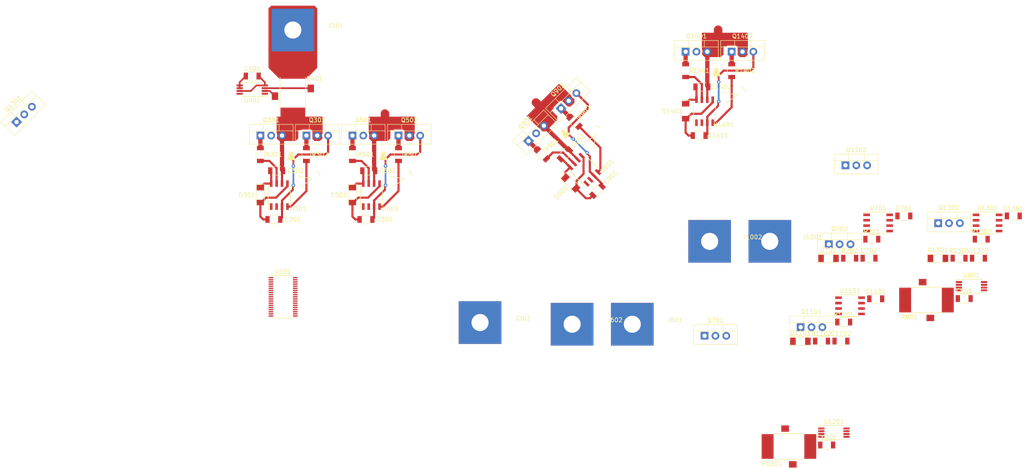
<source format=kicad_pcb>
(kicad_pcb (version 20171130) (host pcbnew "(5.1.2)-1")

  (general
    (thickness 1.6)
    (drawings 32)
    (tracks 201)
    (zones 0)
    (modules 72)
    (nets 92)
  )

  (page A4)
  (layers
    (0 F.Cu signal)
    (31 B.Cu signal)
    (32 B.Adhes user)
    (33 F.Adhes user)
    (34 B.Paste user)
    (35 F.Paste user)
    (36 B.SilkS user)
    (37 F.SilkS user)
    (38 B.Mask user)
    (39 F.Mask user)
    (40 Dwgs.User user)
    (41 Cmts.User user)
    (42 Eco1.User user)
    (43 Eco2.User user)
    (44 Edge.Cuts user)
    (45 Margin user)
    (46 B.CrtYd user)
    (47 F.CrtYd user)
    (48 B.Fab user)
    (49 F.Fab user)
  )

  (setup
    (last_trace_width 0.25)
    (user_trace_width 0.4)
    (user_trace_width 0.5)
    (user_trace_width 1)
    (user_trace_width 2)
    (trace_clearance 0.2)
    (zone_clearance 0.508)
    (zone_45_only no)
    (trace_min 0.2)
    (via_size 0.8)
    (via_drill 0.4)
    (via_min_size 0.6)
    (via_min_drill 0.3)
    (user_via 0.6 0.3)
    (user_via 1 0.5)
    (uvia_size 0.3)
    (uvia_drill 0.1)
    (uvias_allowed no)
    (uvia_min_size 0.2)
    (uvia_min_drill 0.1)
    (edge_width 0.15)
    (segment_width 0.2)
    (pcb_text_width 0.3)
    (pcb_text_size 1.5 1.5)
    (mod_edge_width 0.15)
    (mod_text_size 1 1)
    (mod_text_width 0.15)
    (pad_size 1.524 1.524)
    (pad_drill 0.762)
    (pad_to_mask_clearance 0.2)
    (solder_mask_min_width 0.25)
    (aux_axis_origin 0 0)
    (visible_elements 7FFFFF7F)
    (pcbplotparams
      (layerselection 0x010fc_ffffffff)
      (usegerberextensions false)
      (usegerberattributes false)
      (usegerberadvancedattributes false)
      (creategerberjobfile false)
      (excludeedgelayer true)
      (linewidth 0.100000)
      (plotframeref false)
      (viasonmask false)
      (mode 1)
      (useauxorigin false)
      (hpglpennumber 1)
      (hpglpenspeed 20)
      (hpglpendiameter 15.000000)
      (psnegative false)
      (psa4output false)
      (plotreference true)
      (plotvalue true)
      (plotinvisibletext false)
      (padsonsilk false)
      (subtractmaskfromsilk false)
      (outputformat 1)
      (mirror false)
      (drillshape 1)
      (scaleselection 1)
      (outputdirectory ""))
  )

  (net 0 "")
  (net 1 +15V)
  (net 2 "Net-(C302-Pad1)")
  (net 3 /Leg1/Sensor/IN)
  (net 4 +3V3)
  (net 5 /Leg2/Sensor/IN)
  (net 6 /Leg3/Sensor/IN)
  (net 7 "Net-(C902-Pad1)")
  (net 8 /Leg1/Sensor/OUT)
  (net 9 /Leg2/Sensor/OUT)
  (net 10 /Leg3/Sensor/OUT)
  (net 11 +VDC)
  (net 12 "Net-(Q301-Pad1)")
  (net 13 "Net-(Q302-Pad1)")
  (net 14 -VDC)
  (net 15 "Net-(Q901-Pad1)")
  (net 16 "Net-(Q902-Pad1)")
  (net 17 "Net-(R301-Pad1)")
  (net 18 "Net-(R302-Pad1)")
  (net 19 "Net-(R401-Pad2)")
  (net 20 "Net-(R401-Pad3)")
  (net 21 "Net-(R901-Pad1)")
  (net 22 "Net-(R902-Pad1)")
  (net 23 "Net-(U101-Pad1)")
  (net 24 "Net-(U101-Pad3)")
  (net 25 /Leg2/QH)
  (net 26 /Leg2/QL)
  (net 27 /Leg3/QH)
  (net 28 /Leg3/QL)
  (net 29 "Net-(U101-Pad11)")
  (net 30 "Net-(U101-Pad13)")
  (net 31 "Net-(U101-Pad14)")
  (net 32 "Net-(U101-Pad15)")
  (net 33 "Net-(U101-Pad16)")
  (net 34 "Net-(U101-Pad17)")
  (net 35 "Net-(U101-Pad18)")
  (net 36 /Leg3/Current)
  (net 37 /Leg2/Current)
  (net 38 /Leg1/Current)
  (net 39 "Net-(U101-Pad24)")
  (net 40 "Net-(U101-Pad25)")
  (net 41 "Net-(U101-Pad26)")
  (net 42 "Net-(U101-Pad27)")
  (net 43 "Net-(U101-Pad28)")
  (net 44 "Net-(U101-Pad29)")
  (net 45 "Net-(U101-Pad30)")
  (net 46 "Net-(U101-Pad31)")
  (net 47 "Net-(U101-Pad32)")
  (net 48 "Net-(U101-Pad33)")
  (net 49 "Net-(U101-Pad34)")
  (net 50 "Net-(U101-Pad35)")
  (net 51 /Leg1/QL)
  (net 52 /Leg1/QH)
  (net 53 "Net-(U101-Pad38)")
  (net 54 "Net-(U401-Pad1)")
  (net 55 "Net-(C502-Pad1)")
  (net 56 /Leg1/Power-/OUT)
  (net 57 "Net-(C702-Pad1)")
  (net 58 /Leg2/Power-/OUT)
  (net 59 "Net-(C1102-Pad1)")
  (net 60 /Leg3/Power-/OUT)
  (net 61 "Net-(C1302-Pad1)")
  (net 62 "Net-(Q501-Pad1)")
  (net 63 "Net-(Q502-Pad1)")
  (net 64 "Net-(Q701-Pad1)")
  (net 65 "Net-(Q702-Pad1)")
  (net 66 "Net-(Q1101-Pad1)")
  (net 67 "Net-(Q1102-Pad1)")
  (net 68 "Net-(Q1301-Pad1)")
  (net 69 "Net-(Q1302-Pad1)")
  (net 70 "Net-(R501-Pad1)")
  (net 71 "Net-(R502-Pad1)")
  (net 72 "Net-(R701-Pad1)")
  (net 73 "Net-(R702-Pad1)")
  (net 74 "Net-(R801-Pad3)")
  (net 75 "Net-(R801-Pad2)")
  (net 76 "Net-(R1101-Pad1)")
  (net 77 "Net-(R1102-Pad1)")
  (net 78 "Net-(R1201-Pad2)")
  (net 79 "Net-(R1201-Pad3)")
  (net 80 "Net-(R1301-Pad1)")
  (net 81 "Net-(R1302-Pad1)")
  (net 82 "Net-(U801-Pad1)")
  (net 83 "Net-(U1201-Pad1)")
  (net 84 /Power_extra/OUT)
  (net 85 "Net-(C1402-Pad1)")
  (net 86 "Net-(Q1401-Pad1)")
  (net 87 "Net-(Q1402-Pad1)")
  (net 88 "Net-(R1401-Pad1)")
  (net 89 "Net-(R1402-Pad1)")
  (net 90 /Power_extra/QH)
  (net 91 /Power_extra/Ql)

  (net_class Default "This is the default net class."
    (clearance 0.2)
    (trace_width 0.25)
    (via_dia 0.8)
    (via_drill 0.4)
    (uvia_dia 0.3)
    (uvia_drill 0.1)
    (add_net +15V)
    (add_net +3V3)
    (add_net +VDC)
    (add_net -VDC)
    (add_net /Leg1/Current)
    (add_net /Leg1/Power-/OUT)
    (add_net /Leg1/QH)
    (add_net /Leg1/QL)
    (add_net /Leg1/Sensor/IN)
    (add_net /Leg1/Sensor/OUT)
    (add_net /Leg2/Current)
    (add_net /Leg2/Power-/OUT)
    (add_net /Leg2/QH)
    (add_net /Leg2/QL)
    (add_net /Leg2/Sensor/IN)
    (add_net /Leg2/Sensor/OUT)
    (add_net /Leg3/Current)
    (add_net /Leg3/Power-/OUT)
    (add_net /Leg3/QH)
    (add_net /Leg3/QL)
    (add_net /Leg3/Sensor/IN)
    (add_net /Leg3/Sensor/OUT)
    (add_net /Power_extra/OUT)
    (add_net /Power_extra/QH)
    (add_net /Power_extra/Ql)
    (add_net "Net-(C1102-Pad1)")
    (add_net "Net-(C1302-Pad1)")
    (add_net "Net-(C1402-Pad1)")
    (add_net "Net-(C302-Pad1)")
    (add_net "Net-(C502-Pad1)")
    (add_net "Net-(C702-Pad1)")
    (add_net "Net-(C902-Pad1)")
    (add_net "Net-(Q1101-Pad1)")
    (add_net "Net-(Q1102-Pad1)")
    (add_net "Net-(Q1301-Pad1)")
    (add_net "Net-(Q1302-Pad1)")
    (add_net "Net-(Q1401-Pad1)")
    (add_net "Net-(Q1402-Pad1)")
    (add_net "Net-(Q301-Pad1)")
    (add_net "Net-(Q302-Pad1)")
    (add_net "Net-(Q501-Pad1)")
    (add_net "Net-(Q502-Pad1)")
    (add_net "Net-(Q701-Pad1)")
    (add_net "Net-(Q702-Pad1)")
    (add_net "Net-(Q901-Pad1)")
    (add_net "Net-(Q902-Pad1)")
    (add_net "Net-(R1101-Pad1)")
    (add_net "Net-(R1102-Pad1)")
    (add_net "Net-(R1201-Pad2)")
    (add_net "Net-(R1201-Pad3)")
    (add_net "Net-(R1301-Pad1)")
    (add_net "Net-(R1302-Pad1)")
    (add_net "Net-(R1401-Pad1)")
    (add_net "Net-(R1402-Pad1)")
    (add_net "Net-(R301-Pad1)")
    (add_net "Net-(R302-Pad1)")
    (add_net "Net-(R401-Pad2)")
    (add_net "Net-(R401-Pad3)")
    (add_net "Net-(R501-Pad1)")
    (add_net "Net-(R502-Pad1)")
    (add_net "Net-(R701-Pad1)")
    (add_net "Net-(R702-Pad1)")
    (add_net "Net-(R801-Pad2)")
    (add_net "Net-(R801-Pad3)")
    (add_net "Net-(R901-Pad1)")
    (add_net "Net-(R902-Pad1)")
    (add_net "Net-(U101-Pad1)")
    (add_net "Net-(U101-Pad11)")
    (add_net "Net-(U101-Pad13)")
    (add_net "Net-(U101-Pad14)")
    (add_net "Net-(U101-Pad15)")
    (add_net "Net-(U101-Pad16)")
    (add_net "Net-(U101-Pad17)")
    (add_net "Net-(U101-Pad18)")
    (add_net "Net-(U101-Pad24)")
    (add_net "Net-(U101-Pad25)")
    (add_net "Net-(U101-Pad26)")
    (add_net "Net-(U101-Pad27)")
    (add_net "Net-(U101-Pad28)")
    (add_net "Net-(U101-Pad29)")
    (add_net "Net-(U101-Pad3)")
    (add_net "Net-(U101-Pad30)")
    (add_net "Net-(U101-Pad31)")
    (add_net "Net-(U101-Pad32)")
    (add_net "Net-(U101-Pad33)")
    (add_net "Net-(U101-Pad34)")
    (add_net "Net-(U101-Pad35)")
    (add_net "Net-(U101-Pad38)")
    (add_net "Net-(U1201-Pad1)")
    (add_net "Net-(U401-Pad1)")
    (add_net "Net-(U801-Pad1)")
  )

  (module Package_SO:SO8 (layer F.Cu) (tedit 5B768FC1) (tstamp 5C575B99)
    (at 189.865 47.625 90)
    (descr "8-Lead Plastic Small Outline (SN) - Narrow, 3.90 mm Body [SOIC] (see Microchip Packaging Specification 00000049BS.pdf)")
    (tags "SOIC 1.27")
    (path /5C575278/5B768171)
    (attr smd)
    (fp_text reference U1401 (at -3.175 4.445 180) (layer F.SilkS)
      (effects (font (size 1 1) (thickness 0.15)))
    )
    (fp_text value IR2181 (at 0 3.5 90) (layer F.Fab) hide
      (effects (font (size 1 1) (thickness 0.15)))
    )
    (fp_line (start -2.075 -2.525) (end -3.475 -2.525) (layer F.SilkS) (width 0.15))
    (fp_line (start -2.075 2.575) (end 2.075 2.575) (layer F.SilkS) (width 0.15))
    (fp_line (start -2.075 -2.575) (end 2.075 -2.575) (layer F.SilkS) (width 0.15))
    (fp_line (start -2.075 2.575) (end -2.075 2.43) (layer F.SilkS) (width 0.15))
    (fp_line (start 2.075 2.575) (end 2.075 2.43) (layer F.SilkS) (width 0.15))
    (fp_line (start 2.075 -2.575) (end 2.075 -2.43) (layer F.SilkS) (width 0.15))
    (fp_line (start -2.075 -2.575) (end -2.075 -2.525) (layer F.SilkS) (width 0.15))
    (fp_line (start -3.73 2.7) (end 3.73 2.7) (layer F.CrtYd) (width 0.05))
    (fp_line (start -3.73 -2.7) (end 3.73 -2.7) (layer F.CrtYd) (width 0.05))
    (fp_line (start 3.73 -2.7) (end 3.73 2.7) (layer F.CrtYd) (width 0.05))
    (fp_line (start -3.73 -2.7) (end -3.73 2.7) (layer F.CrtYd) (width 0.05))
    (fp_line (start -1.95 -1.45) (end -0.95 -2.45) (layer F.Fab) (width 0.1))
    (fp_line (start -1.95 2.45) (end -1.95 -1.45) (layer F.Fab) (width 0.1))
    (fp_line (start 1.95 2.45) (end -1.95 2.45) (layer F.Fab) (width 0.1))
    (fp_line (start 1.95 -2.45) (end 1.95 2.45) (layer F.Fab) (width 0.1))
    (fp_line (start -0.95 -2.45) (end 1.95 -2.45) (layer F.Fab) (width 0.1))
    (fp_text user %R (at 0 0 180) (layer F.Fab)
      (effects (font (size 1 1) (thickness 0.15)))
    )
    (pad 8 smd rect (at 2.7 -1.905 90) (size 1.55 0.6) (layers F.Cu F.Paste F.Mask)
      (net 85 "Net-(C1402-Pad1)"))
    (pad 7 smd rect (at 2.7 -0.635 90) (size 1.55 0.6) (layers F.Cu F.Paste F.Mask)
      (net 88 "Net-(R1401-Pad1)"))
    (pad 6 smd rect (at 2.7 0.635 90) (size 1.55 0.6) (layers F.Cu F.Paste F.Mask)
      (net 84 /Power_extra/OUT))
    (pad 5 smd rect (at 2.7 1.905 90) (size 1.55 0.6) (layers F.Cu F.Paste F.Mask)
      (net 1 +15V))
    (pad 4 smd rect (at -2.7 1.905 90) (size 1.55 0.6) (layers F.Cu F.Paste F.Mask)
      (net 89 "Net-(R1402-Pad1)"))
    (pad 3 smd rect (at -2.7 0.635 90) (size 1.55 0.6) (layers F.Cu F.Paste F.Mask)
      (net 14 -VDC))
    (pad 2 smd rect (at -2.7 -0.635 90) (size 1.55 0.6) (layers F.Cu F.Paste F.Mask)
      (net 91 /Power_extra/Ql))
    (pad 1 smd rect (at -2.7 -1.905 90) (size 1.55 0.6) (layers F.Cu F.Paste F.Mask)
      (net 90 /Power_extra/QH))
    (model ${KISYS3DMOD}/Package_SO.3dshapes/SOIC-8_3.9x4.9mm_P1.27mm.wrl
      (at (xyz 0 0 0))
      (scale (xyz 1 1 1))
      (rotate (xyz 0 0 0))
    )
  )

  (module Passives:R1206M (layer F.Cu) (tedit 5A956603) (tstamp 5C575914)
    (at 196.215 38.1 90)
    (descr "Capacitor SMD 1206, reflow soldering, AVX (see smccp.pdf)")
    (tags "capacitor 1206")
    (path /5C575278/5B7682C5)
    (attr smd)
    (fp_text reference R1402 (at 0 3.175 180) (layer F.SilkS)
      (effects (font (size 1 1) (thickness 0.15)))
    )
    (fp_text value 22R (at 0 2 90) (layer F.Fab) hide
      (effects (font (size 1 1) (thickness 0.15)))
    )
    (fp_line (start 2.25 1.05) (end -2.25 1.05) (layer F.CrtYd) (width 0.05))
    (fp_line (start 2.25 1.05) (end 2.25 -1.05) (layer F.CrtYd) (width 0.05))
    (fp_line (start -2.25 -1.05) (end -2.25 1.05) (layer F.CrtYd) (width 0.05))
    (fp_line (start -2.25 -1.05) (end 2.25 -1.05) (layer F.CrtYd) (width 0.05))
    (fp_line (start -1 1.02) (end 1 1.02) (layer F.SilkS) (width 0.12))
    (fp_line (start 1 -1.02) (end -1 -1.02) (layer F.SilkS) (width 0.12))
    (fp_line (start -1.6 -0.8) (end 1.6 -0.8) (layer F.Fab) (width 0.1))
    (fp_line (start 1.6 -0.8) (end 1.6 0.8) (layer F.Fab) (width 0.1))
    (fp_line (start 1.6 0.8) (end -1.6 0.8) (layer F.Fab) (width 0.1))
    (fp_line (start -1.6 0.8) (end -1.6 -0.8) (layer F.Fab) (width 0.1))
    (fp_text user %R (at 0 0 90) (layer F.Fab)
      (effects (font (size 0.5 0.5) (thickness 0.07)))
    )
    (pad 2 smd rect (at 1.5 0 90) (size 1 1.6) (layers F.Cu F.Paste F.Mask)
      (net 87 "Net-(Q1402-Pad1)"))
    (pad 1 smd rect (at -1.5 0 90) (size 1 1.6) (layers F.Cu F.Paste F.Mask)
      (net 89 "Net-(R1402-Pad1)"))
    (model ${KISYS3DMOD}/Resistor_SMD.3dshapes/R_1206_3216Metric.wrl
      (at (xyz 0 0 0))
      (scale (xyz 1 1 1))
      (rotate (xyz 0 0 0))
    )
  )

  (module Passives:R1206M (layer F.Cu) (tedit 5A956603) (tstamp 5C575903)
    (at 185.42 38.1 90)
    (descr "Capacitor SMD 1206, reflow soldering, AVX (see smccp.pdf)")
    (tags "capacitor 1206")
    (path /5C575278/5B768234)
    (attr smd)
    (fp_text reference R1401 (at 0 3.175 180) (layer F.SilkS)
      (effects (font (size 1 1) (thickness 0.15)))
    )
    (fp_text value 22R (at 0 2 90) (layer F.Fab) hide
      (effects (font (size 1 1) (thickness 0.15)))
    )
    (fp_line (start 2.25 1.05) (end -2.25 1.05) (layer F.CrtYd) (width 0.05))
    (fp_line (start 2.25 1.05) (end 2.25 -1.05) (layer F.CrtYd) (width 0.05))
    (fp_line (start -2.25 -1.05) (end -2.25 1.05) (layer F.CrtYd) (width 0.05))
    (fp_line (start -2.25 -1.05) (end 2.25 -1.05) (layer F.CrtYd) (width 0.05))
    (fp_line (start -1 1.02) (end 1 1.02) (layer F.SilkS) (width 0.12))
    (fp_line (start 1 -1.02) (end -1 -1.02) (layer F.SilkS) (width 0.12))
    (fp_line (start -1.6 -0.8) (end 1.6 -0.8) (layer F.Fab) (width 0.1))
    (fp_line (start 1.6 -0.8) (end 1.6 0.8) (layer F.Fab) (width 0.1))
    (fp_line (start 1.6 0.8) (end -1.6 0.8) (layer F.Fab) (width 0.1))
    (fp_line (start -1.6 0.8) (end -1.6 -0.8) (layer F.Fab) (width 0.1))
    (fp_text user %R (at 0 0 90) (layer F.Fab)
      (effects (font (size 0.5 0.5) (thickness 0.07)))
    )
    (pad 2 smd rect (at 1.5 0 90) (size 1 1.6) (layers F.Cu F.Paste F.Mask)
      (net 86 "Net-(Q1401-Pad1)"))
    (pad 1 smd rect (at -1.5 0 90) (size 1 1.6) (layers F.Cu F.Paste F.Mask)
      (net 88 "Net-(R1401-Pad1)"))
    (model ${KISYS3DMOD}/Resistor_SMD.3dshapes/R_1206_3216Metric.wrl
      (at (xyz 0 0 0))
      (scale (xyz 1 1 1))
      (rotate (xyz 0 0 0))
    )
  )

  (module Discretes:TO-220 (layer F.Cu) (tedit 59E9DD4A) (tstamp 5C5756AC)
    (at 196.215 33.655)
    (descr "TO-220-3, Vertical, RM 2.54mm")
    (tags "TO-220-3 Vertical RM 2.54mm")
    (path /5C575278/5B768110)
    (fp_text reference Q1402 (at 2.54 -3.62) (layer F.SilkS)
      (effects (font (size 1 1) (thickness 0.15)))
    )
    (fp_text value CSD19531KCS (at 2.54 3.92) (layer F.Fab) hide
      (effects (font (size 1 1) (thickness 0.15)))
    )
    (fp_line (start 7.79 -2.75) (end -2.71 -2.75) (layer F.CrtYd) (width 0.05))
    (fp_line (start 7.79 2.16) (end 7.79 -2.75) (layer F.CrtYd) (width 0.05))
    (fp_line (start -2.71 2.16) (end 7.79 2.16) (layer F.CrtYd) (width 0.05))
    (fp_line (start -2.71 -2.75) (end -2.71 2.16) (layer F.CrtYd) (width 0.05))
    (fp_line (start 4.391 -2.62) (end 4.391 -1.11) (layer F.SilkS) (width 0.12))
    (fp_line (start 0.69 -2.62) (end 0.69 -1.11) (layer F.SilkS) (width 0.12))
    (fp_line (start -2.58 -1.11) (end 7.66 -1.11) (layer F.SilkS) (width 0.12))
    (fp_line (start 7.66 -2.62) (end 7.66 2.021) (layer F.SilkS) (width 0.12))
    (fp_line (start -2.58 -2.62) (end -2.58 2.021) (layer F.SilkS) (width 0.12))
    (fp_line (start -2.58 2.021) (end 7.66 2.021) (layer F.SilkS) (width 0.12))
    (fp_line (start -2.58 -2.62) (end 7.66 -2.62) (layer F.SilkS) (width 0.12))
    (fp_line (start 4.39 -2.5) (end 4.39 -1.23) (layer F.Fab) (width 0.1))
    (fp_line (start 0.69 -2.5) (end 0.69 -1.23) (layer F.Fab) (width 0.1))
    (fp_line (start -2.46 -1.23) (end 7.54 -1.23) (layer F.Fab) (width 0.1))
    (fp_line (start 7.54 -2.5) (end -2.46 -2.5) (layer F.Fab) (width 0.1))
    (fp_line (start 7.54 1.9) (end 7.54 -2.5) (layer F.Fab) (width 0.1))
    (fp_line (start -2.46 1.9) (end 7.54 1.9) (layer F.Fab) (width 0.1))
    (fp_line (start -2.46 -2.5) (end -2.46 1.9) (layer F.Fab) (width 0.1))
    (fp_text user %R (at 2.54 -3.62) (layer F.Fab)
      (effects (font (size 1 1) (thickness 0.15)))
    )
    (pad 3 thru_hole oval (at 5.08 0) (size 1.8 1.8) (drill 1) (layers *.Cu *.Mask)
      (net 14 -VDC))
    (pad 2 thru_hole oval (at 2.54 0) (size 1.8 1.8) (drill 1) (layers *.Cu *.Mask)
      (net 84 /Power_extra/OUT))
    (pad 1 thru_hole rect (at 0 0) (size 1.8 1.8) (drill 1) (layers *.Cu *.Mask)
      (net 87 "Net-(Q1402-Pad1)"))
    (model ${KISYS3DMOD}/Package_TO_SOT_THT.3dshapes/TO-220-3_Vertical.wrl
      (at (xyz 0 0 0))
      (scale (xyz 1 1 1))
      (rotate (xyz 0 0 0))
    )
  )

  (module Discretes:TO-220 (layer F.Cu) (tedit 59E9DD4A) (tstamp 5C575692)
    (at 185.42 33.655)
    (descr "TO-220-3, Vertical, RM 2.54mm")
    (tags "TO-220-3 Vertical RM 2.54mm")
    (path /5C575278/5B768070)
    (fp_text reference Q1401 (at 2.54 -3.62) (layer F.SilkS)
      (effects (font (size 1 1) (thickness 0.15)))
    )
    (fp_text value CSD19531KCS (at 2.54 3.92) (layer F.Fab) hide
      (effects (font (size 1 1) (thickness 0.15)))
    )
    (fp_line (start 7.79 -2.75) (end -2.71 -2.75) (layer F.CrtYd) (width 0.05))
    (fp_line (start 7.79 2.16) (end 7.79 -2.75) (layer F.CrtYd) (width 0.05))
    (fp_line (start -2.71 2.16) (end 7.79 2.16) (layer F.CrtYd) (width 0.05))
    (fp_line (start -2.71 -2.75) (end -2.71 2.16) (layer F.CrtYd) (width 0.05))
    (fp_line (start 4.391 -2.62) (end 4.391 -1.11) (layer F.SilkS) (width 0.12))
    (fp_line (start 0.69 -2.62) (end 0.69 -1.11) (layer F.SilkS) (width 0.12))
    (fp_line (start -2.58 -1.11) (end 7.66 -1.11) (layer F.SilkS) (width 0.12))
    (fp_line (start 7.66 -2.62) (end 7.66 2.021) (layer F.SilkS) (width 0.12))
    (fp_line (start -2.58 -2.62) (end -2.58 2.021) (layer F.SilkS) (width 0.12))
    (fp_line (start -2.58 2.021) (end 7.66 2.021) (layer F.SilkS) (width 0.12))
    (fp_line (start -2.58 -2.62) (end 7.66 -2.62) (layer F.SilkS) (width 0.12))
    (fp_line (start 4.39 -2.5) (end 4.39 -1.23) (layer F.Fab) (width 0.1))
    (fp_line (start 0.69 -2.5) (end 0.69 -1.23) (layer F.Fab) (width 0.1))
    (fp_line (start -2.46 -1.23) (end 7.54 -1.23) (layer F.Fab) (width 0.1))
    (fp_line (start 7.54 -2.5) (end -2.46 -2.5) (layer F.Fab) (width 0.1))
    (fp_line (start 7.54 1.9) (end 7.54 -2.5) (layer F.Fab) (width 0.1))
    (fp_line (start -2.46 1.9) (end 7.54 1.9) (layer F.Fab) (width 0.1))
    (fp_line (start -2.46 -2.5) (end -2.46 1.9) (layer F.Fab) (width 0.1))
    (fp_text user %R (at 2.54 -3.62) (layer F.Fab)
      (effects (font (size 1 1) (thickness 0.15)))
    )
    (pad 3 thru_hole oval (at 5.08 0) (size 1.8 1.8) (drill 1) (layers *.Cu *.Mask)
      (net 84 /Power_extra/OUT))
    (pad 2 thru_hole oval (at 2.54 0) (size 1.8 1.8) (drill 1) (layers *.Cu *.Mask)
      (net 11 +VDC))
    (pad 1 thru_hole rect (at 0 0) (size 1.8 1.8) (drill 1) (layers *.Cu *.Mask)
      (net 86 "Net-(Q1401-Pad1)"))
    (model ${KISYS3DMOD}/Package_TO_SOT_THT.3dshapes/TO-220-3_Vertical.wrl
      (at (xyz 0 0 0))
      (scale (xyz 1 1 1))
      (rotate (xyz 0 0 0))
    )
  )

  (module Discretes:D_MiniMELF (layer F.Cu) (tedit 59F95434) (tstamp 5C5753CC)
    (at 185.42 47.625 270)
    (descr "Diode Mini-MELF")
    (tags "Diode Mini-MELF")
    (path /5C575278/5B76A6F5)
    (attr smd)
    (fp_text reference D1401 (at 0 3.175) (layer F.SilkS)
      (effects (font (size 1 1) (thickness 0.15)))
    )
    (fp_text value LL4148 (at 0 1.75 270) (layer F.Fab) hide
      (effects (font (size 1 1) (thickness 0.15)))
    )
    (fp_line (start -2.65 1.1) (end -2.65 -1.1) (layer F.CrtYd) (width 0.05))
    (fp_line (start 2.65 1.1) (end -2.65 1.1) (layer F.CrtYd) (width 0.05))
    (fp_line (start 2.65 -1.1) (end 2.65 1.1) (layer F.CrtYd) (width 0.05))
    (fp_line (start -2.65 -1.1) (end 2.65 -1.1) (layer F.CrtYd) (width 0.05))
    (fp_line (start -0.75 0) (end -0.35 0) (layer F.Fab) (width 0.1))
    (fp_line (start -0.35 0) (end -0.35 -0.55) (layer F.Fab) (width 0.1))
    (fp_line (start -0.35 0) (end -0.35 0.55) (layer F.Fab) (width 0.1))
    (fp_line (start -0.35 0) (end 0.25 -0.4) (layer F.Fab) (width 0.1))
    (fp_line (start 0.25 -0.4) (end 0.25 0.4) (layer F.Fab) (width 0.1))
    (fp_line (start 0.25 0.4) (end -0.35 0) (layer F.Fab) (width 0.1))
    (fp_line (start 0.25 0) (end 0.75 0) (layer F.Fab) (width 0.1))
    (fp_line (start -1.65 -0.8) (end 1.65 -0.8) (layer F.Fab) (width 0.1))
    (fp_line (start -1.65 0.8) (end -1.65 -0.8) (layer F.Fab) (width 0.1))
    (fp_line (start 1.65 0.8) (end -1.65 0.8) (layer F.Fab) (width 0.1))
    (fp_line (start 1.65 -0.8) (end 1.65 0.8) (layer F.Fab) (width 0.1))
    (fp_line (start -2.55 1) (end 1.75 1) (layer F.SilkS) (width 0.12))
    (fp_line (start -2.55 -1) (end -2.55 1) (layer F.SilkS) (width 0.12))
    (fp_line (start 1.75 -1) (end -2.55 -1) (layer F.SilkS) (width 0.12))
    (fp_text user %R (at 0 3.175) (layer F.Fab)
      (effects (font (size 1 1) (thickness 0.15)))
    )
    (pad 2 smd rect (at 1.75 0 270) (size 1.3 1.7) (layers F.Cu F.Paste F.Mask)
      (net 1 +15V))
    (pad 1 smd rect (at -1.75 0 270) (size 1.3 1.7) (layers F.Cu F.Paste F.Mask)
      (net 85 "Net-(C1402-Pad1)"))
    (model ${KISYS3DMOD}/Diode_SMD.3dshapes/D_MiniMELF.wrl
      (at (xyz 0 0 0))
      (scale (xyz 1 1 1))
      (rotate (xyz 0 0 0))
    )
  )

  (module Passives:C1206M (layer F.Cu) (tedit 5A956631) (tstamp 5C576045)
    (at 189.23 41.91)
    (descr "Capacitor SMD 1206, reflow soldering, AVX (see smccp.pdf)")
    (tags "capacitor 1206")
    (path /5C575278/5B7686C7)
    (attr smd)
    (fp_text reference C1402 (at 4.445 0) (layer F.SilkS)
      (effects (font (size 1 1) (thickness 0.15)))
    )
    (fp_text value 100n (at 0 2) (layer F.Fab) hide
      (effects (font (size 1 1) (thickness 0.15)))
    )
    (fp_line (start 2.25 1.05) (end -2.25 1.05) (layer F.CrtYd) (width 0.05))
    (fp_line (start 2.25 1.05) (end 2.25 -1.05) (layer F.CrtYd) (width 0.05))
    (fp_line (start -2.25 -1.05) (end -2.25 1.05) (layer F.CrtYd) (width 0.05))
    (fp_line (start -2.25 -1.05) (end 2.25 -1.05) (layer F.CrtYd) (width 0.05))
    (fp_line (start -1 1.02) (end 1 1.02) (layer F.SilkS) (width 0.12))
    (fp_line (start 1 -1.02) (end -1 -1.02) (layer F.SilkS) (width 0.12))
    (fp_line (start -1.6 -0.8) (end 1.6 -0.8) (layer F.Fab) (width 0.1))
    (fp_line (start 1.6 -0.8) (end 1.6 0.8) (layer F.Fab) (width 0.1))
    (fp_line (start 1.6 0.8) (end -1.6 0.8) (layer F.Fab) (width 0.1))
    (fp_line (start -1.6 0.8) (end -1.6 -0.8) (layer F.Fab) (width 0.1))
    (fp_text user %R (at 0 0) (layer F.Fab)
      (effects (font (size 0.5 0.5) (thickness 0.07)))
    )
    (pad 2 smd rect (at 1.5 0) (size 1 1.6) (layers F.Cu F.Paste F.Mask)
      (net 84 /Power_extra/OUT))
    (pad 1 smd rect (at -1.5 0) (size 1 1.6) (layers F.Cu F.Paste F.Mask)
      (net 85 "Net-(C1402-Pad1)"))
    (model ${KISYS3DMOD}/Capacitor_SMD.3dshapes/C_1206_3216Metric.wrl
      (at (xyz 0 0 0))
      (scale (xyz 1 1 1))
      (rotate (xyz 0 0 0))
    )
  )

  (module Passives:C1206M (layer F.Cu) (tedit 5A956631) (tstamp 5C575282)
    (at 188.595 53.34)
    (descr "Capacitor SMD 1206, reflow soldering, AVX (see smccp.pdf)")
    (tags "capacitor 1206")
    (path /5C575278/5B7685DA)
    (attr smd)
    (fp_text reference C1401 (at 4.445 0) (layer F.SilkS)
      (effects (font (size 1 1) (thickness 0.15)))
    )
    (fp_text value 100n (at 0 2) (layer F.Fab) hide
      (effects (font (size 1 1) (thickness 0.15)))
    )
    (fp_line (start 2.25 1.05) (end -2.25 1.05) (layer F.CrtYd) (width 0.05))
    (fp_line (start 2.25 1.05) (end 2.25 -1.05) (layer F.CrtYd) (width 0.05))
    (fp_line (start -2.25 -1.05) (end -2.25 1.05) (layer F.CrtYd) (width 0.05))
    (fp_line (start -2.25 -1.05) (end 2.25 -1.05) (layer F.CrtYd) (width 0.05))
    (fp_line (start -1 1.02) (end 1 1.02) (layer F.SilkS) (width 0.12))
    (fp_line (start 1 -1.02) (end -1 -1.02) (layer F.SilkS) (width 0.12))
    (fp_line (start -1.6 -0.8) (end 1.6 -0.8) (layer F.Fab) (width 0.1))
    (fp_line (start 1.6 -0.8) (end 1.6 0.8) (layer F.Fab) (width 0.1))
    (fp_line (start 1.6 0.8) (end -1.6 0.8) (layer F.Fab) (width 0.1))
    (fp_line (start -1.6 0.8) (end -1.6 -0.8) (layer F.Fab) (width 0.1))
    (fp_text user %R (at 0 0) (layer F.Fab)
      (effects (font (size 0.5 0.5) (thickness 0.07)))
    )
    (pad 2 smd rect (at 1.5 0) (size 1 1.6) (layers F.Cu F.Paste F.Mask)
      (net 14 -VDC))
    (pad 1 smd rect (at -1.5 0) (size 1 1.6) (layers F.Cu F.Paste F.Mask)
      (net 1 +15V))
    (model ${KISYS3DMOD}/Capacitor_SMD.3dshapes/C_1206_3216Metric.wrl
      (at (xyz 0 0 0))
      (scale (xyz 1 1 1))
      (rotate (xyz 0 0 0))
    )
  )

  (module Passives:C1206M (layer F.Cu) (tedit 5A956631) (tstamp 5B77579B)
    (at 88.9 73.025)
    (descr "Capacitor SMD 1206, reflow soldering, AVX (see smccp.pdf)")
    (tags "capacitor 1206")
    (path /5B767FE4/5B767FF2/5B7685DA)
    (attr smd)
    (fp_text reference C301 (at 4.445 0) (layer F.SilkS)
      (effects (font (size 1 1) (thickness 0.15)))
    )
    (fp_text value 100n (at 0 2) (layer F.Fab) hide
      (effects (font (size 1 1) (thickness 0.15)))
    )
    (fp_line (start 2.25 1.05) (end -2.25 1.05) (layer F.CrtYd) (width 0.05))
    (fp_line (start 2.25 1.05) (end 2.25 -1.05) (layer F.CrtYd) (width 0.05))
    (fp_line (start -2.25 -1.05) (end -2.25 1.05) (layer F.CrtYd) (width 0.05))
    (fp_line (start -2.25 -1.05) (end 2.25 -1.05) (layer F.CrtYd) (width 0.05))
    (fp_line (start -1 1.02) (end 1 1.02) (layer F.SilkS) (width 0.12))
    (fp_line (start 1 -1.02) (end -1 -1.02) (layer F.SilkS) (width 0.12))
    (fp_line (start -1.6 -0.8) (end 1.6 -0.8) (layer F.Fab) (width 0.1))
    (fp_line (start 1.6 -0.8) (end 1.6 0.8) (layer F.Fab) (width 0.1))
    (fp_line (start 1.6 0.8) (end -1.6 0.8) (layer F.Fab) (width 0.1))
    (fp_line (start -1.6 0.8) (end -1.6 -0.8) (layer F.Fab) (width 0.1))
    (fp_text user %R (at 0 0) (layer F.Fab)
      (effects (font (size 0.5 0.5) (thickness 0.07)))
    )
    (pad 2 smd rect (at 1.5 0) (size 1 1.6) (layers F.Cu F.Paste F.Mask)
      (net 14 -VDC))
    (pad 1 smd rect (at -1.5 0) (size 1 1.6) (layers F.Cu F.Paste F.Mask)
      (net 1 +15V))
    (model ${KISYS3DMOD}/Capacitor_SMD.3dshapes/C_1206_3216Metric.wrl
      (at (xyz 0 0 0))
      (scale (xyz 1 1 1))
      (rotate (xyz 0 0 0))
    )
  )

  (module Passives:C1206M (layer F.Cu) (tedit 5A956631) (tstamp 5B773F7E)
    (at 89.535 61.595)
    (descr "Capacitor SMD 1206, reflow soldering, AVX (see smccp.pdf)")
    (tags "capacitor 1206")
    (path /5B767FE4/5B767FF2/5B7686C7)
    (attr smd)
    (fp_text reference C302 (at 4.445 0) (layer F.SilkS)
      (effects (font (size 1 1) (thickness 0.15)))
    )
    (fp_text value 100n (at 0 2) (layer F.Fab) hide
      (effects (font (size 1 1) (thickness 0.15)))
    )
    (fp_text user %R (at 0 0) (layer F.Fab)
      (effects (font (size 0.5 0.5) (thickness 0.07)))
    )
    (fp_line (start -1.6 0.8) (end -1.6 -0.8) (layer F.Fab) (width 0.1))
    (fp_line (start 1.6 0.8) (end -1.6 0.8) (layer F.Fab) (width 0.1))
    (fp_line (start 1.6 -0.8) (end 1.6 0.8) (layer F.Fab) (width 0.1))
    (fp_line (start -1.6 -0.8) (end 1.6 -0.8) (layer F.Fab) (width 0.1))
    (fp_line (start 1 -1.02) (end -1 -1.02) (layer F.SilkS) (width 0.12))
    (fp_line (start -1 1.02) (end 1 1.02) (layer F.SilkS) (width 0.12))
    (fp_line (start -2.25 -1.05) (end 2.25 -1.05) (layer F.CrtYd) (width 0.05))
    (fp_line (start -2.25 -1.05) (end -2.25 1.05) (layer F.CrtYd) (width 0.05))
    (fp_line (start 2.25 1.05) (end 2.25 -1.05) (layer F.CrtYd) (width 0.05))
    (fp_line (start 2.25 1.05) (end -2.25 1.05) (layer F.CrtYd) (width 0.05))
    (pad 1 smd rect (at -1.5 0) (size 1 1.6) (layers F.Cu F.Paste F.Mask)
      (net 2 "Net-(C302-Pad1)"))
    (pad 2 smd rect (at 1.5 0) (size 1 1.6) (layers F.Cu F.Paste F.Mask)
      (net 3 /Leg1/Sensor/IN))
    (model ${KISYS3DMOD}/Capacitor_SMD.3dshapes/C_1206_3216Metric.wrl
      (at (xyz 0 0 0))
      (scale (xyz 1 1 1))
      (rotate (xyz 0 0 0))
    )
  )

  (module Passives:C1206M (layer F.Cu) (tedit 5A956631) (tstamp 5B773F8F)
    (at 83.82 39.37)
    (descr "Capacitor SMD 1206, reflow soldering, AVX (see smccp.pdf)")
    (tags "capacitor 1206")
    (path /5B767FE4/5B767FF5/5B76C4AF)
    (attr smd)
    (fp_text reference C401 (at 0 -1.75) (layer F.SilkS)
      (effects (font (size 1 1) (thickness 0.15)))
    )
    (fp_text value C1206 (at 0 2) (layer F.Fab) hide
      (effects (font (size 1 1) (thickness 0.15)))
    )
    (fp_text user %R (at 0 0) (layer F.Fab)
      (effects (font (size 0.5 0.5) (thickness 0.07)))
    )
    (fp_line (start -1.6 0.8) (end -1.6 -0.8) (layer F.Fab) (width 0.1))
    (fp_line (start 1.6 0.8) (end -1.6 0.8) (layer F.Fab) (width 0.1))
    (fp_line (start 1.6 -0.8) (end 1.6 0.8) (layer F.Fab) (width 0.1))
    (fp_line (start -1.6 -0.8) (end 1.6 -0.8) (layer F.Fab) (width 0.1))
    (fp_line (start 1 -1.02) (end -1 -1.02) (layer F.SilkS) (width 0.12))
    (fp_line (start -1 1.02) (end 1 1.02) (layer F.SilkS) (width 0.12))
    (fp_line (start -2.25 -1.05) (end 2.25 -1.05) (layer F.CrtYd) (width 0.05))
    (fp_line (start -2.25 -1.05) (end -2.25 1.05) (layer F.CrtYd) (width 0.05))
    (fp_line (start 2.25 1.05) (end 2.25 -1.05) (layer F.CrtYd) (width 0.05))
    (fp_line (start 2.25 1.05) (end -2.25 1.05) (layer F.CrtYd) (width 0.05))
    (pad 1 smd rect (at -1.5 0) (size 1 1.6) (layers F.Cu F.Paste F.Mask)
      (net 4 +3V3))
    (pad 2 smd rect (at 1.5 0) (size 1 1.6) (layers F.Cu F.Paste F.Mask)
      (net 14 -VDC))
    (model ${KISYS3DMOD}/Capacitor_SMD.3dshapes/C_1206_3216Metric.wrl
      (at (xyz 0 0 0))
      (scale (xyz 1 1 1))
      (rotate (xyz 0 0 0))
    )
  )

  (module Passives:C1206M (layer F.Cu) (tedit 5A956631) (tstamp 5B773FA0)
    (at 110.49 73.025)
    (descr "Capacitor SMD 1206, reflow soldering, AVX (see smccp.pdf)")
    (tags "capacitor 1206")
    (path /5B767FE4/5B772791/5B7685DA)
    (attr smd)
    (fp_text reference C501 (at 4.445 0) (layer F.SilkS)
      (effects (font (size 1 1) (thickness 0.15)))
    )
    (fp_text value 100n (at 0 2) (layer F.Fab) hide
      (effects (font (size 1 1) (thickness 0.15)))
    )
    (fp_line (start 2.25 1.05) (end -2.25 1.05) (layer F.CrtYd) (width 0.05))
    (fp_line (start 2.25 1.05) (end 2.25 -1.05) (layer F.CrtYd) (width 0.05))
    (fp_line (start -2.25 -1.05) (end -2.25 1.05) (layer F.CrtYd) (width 0.05))
    (fp_line (start -2.25 -1.05) (end 2.25 -1.05) (layer F.CrtYd) (width 0.05))
    (fp_line (start -1 1.02) (end 1 1.02) (layer F.SilkS) (width 0.12))
    (fp_line (start 1 -1.02) (end -1 -1.02) (layer F.SilkS) (width 0.12))
    (fp_line (start -1.6 -0.8) (end 1.6 -0.8) (layer F.Fab) (width 0.1))
    (fp_line (start 1.6 -0.8) (end 1.6 0.8) (layer F.Fab) (width 0.1))
    (fp_line (start 1.6 0.8) (end -1.6 0.8) (layer F.Fab) (width 0.1))
    (fp_line (start -1.6 0.8) (end -1.6 -0.8) (layer F.Fab) (width 0.1))
    (fp_text user %R (at 0 0) (layer F.Fab)
      (effects (font (size 0.5 0.5) (thickness 0.07)))
    )
    (pad 2 smd rect (at 1.5 0) (size 1 1.6) (layers F.Cu F.Paste F.Mask)
      (net 14 -VDC))
    (pad 1 smd rect (at -1.5 0) (size 1 1.6) (layers F.Cu F.Paste F.Mask)
      (net 1 +15V))
    (model ${KISYS3DMOD}/Capacitor_SMD.3dshapes/C_1206_3216Metric.wrl
      (at (xyz 0 0 0))
      (scale (xyz 1 1 1))
      (rotate (xyz 0 0 0))
    )
  )

  (module Passives:C1206M (layer F.Cu) (tedit 5A956631) (tstamp 5B773FB1)
    (at 111.125 61.595)
    (descr "Capacitor SMD 1206, reflow soldering, AVX (see smccp.pdf)")
    (tags "capacitor 1206")
    (path /5B767FE4/5B772791/5B7686C7)
    (attr smd)
    (fp_text reference C502 (at 4.445 0) (layer F.SilkS)
      (effects (font (size 1 1) (thickness 0.15)))
    )
    (fp_text value 100n (at 0 2) (layer F.Fab) hide
      (effects (font (size 1 1) (thickness 0.15)))
    )
    (fp_text user %R (at 0 0) (layer F.Fab)
      (effects (font (size 0.5 0.5) (thickness 0.07)))
    )
    (fp_line (start -1.6 0.8) (end -1.6 -0.8) (layer F.Fab) (width 0.1))
    (fp_line (start 1.6 0.8) (end -1.6 0.8) (layer F.Fab) (width 0.1))
    (fp_line (start 1.6 -0.8) (end 1.6 0.8) (layer F.Fab) (width 0.1))
    (fp_line (start -1.6 -0.8) (end 1.6 -0.8) (layer F.Fab) (width 0.1))
    (fp_line (start 1 -1.02) (end -1 -1.02) (layer F.SilkS) (width 0.12))
    (fp_line (start -1 1.02) (end 1 1.02) (layer F.SilkS) (width 0.12))
    (fp_line (start -2.25 -1.05) (end 2.25 -1.05) (layer F.CrtYd) (width 0.05))
    (fp_line (start -2.25 -1.05) (end -2.25 1.05) (layer F.CrtYd) (width 0.05))
    (fp_line (start 2.25 1.05) (end 2.25 -1.05) (layer F.CrtYd) (width 0.05))
    (fp_line (start 2.25 1.05) (end -2.25 1.05) (layer F.CrtYd) (width 0.05))
    (pad 1 smd rect (at -1.5 0) (size 1 1.6) (layers F.Cu F.Paste F.Mask)
      (net 55 "Net-(C502-Pad1)"))
    (pad 2 smd rect (at 1.5 0) (size 1 1.6) (layers F.Cu F.Paste F.Mask)
      (net 56 /Leg1/Power-/OUT))
    (model ${KISYS3DMOD}/Capacitor_SMD.3dshapes/C_1206_3216Metric.wrl
      (at (xyz 0 0 0))
      (scale (xyz 1 1 1))
      (rotate (xyz 0 0 0))
    )
  )

  (module Passives:C1206M (layer F.Cu) (tedit 5A956631) (tstamp 5B773FC2)
    (at 236.580001 72.200001)
    (descr "Capacitor SMD 1206, reflow soldering, AVX (see smccp.pdf)")
    (tags "capacitor 1206")
    (path /5B76D023/5B767FF2/5B7685DA)
    (attr smd)
    (fp_text reference C701 (at 0 -1.75) (layer F.SilkS)
      (effects (font (size 1 1) (thickness 0.15)))
    )
    (fp_text value 100n (at 0 2) (layer F.Fab) hide
      (effects (font (size 1 1) (thickness 0.15)))
    )
    (fp_text user %R (at 0 0) (layer F.Fab)
      (effects (font (size 0.5 0.5) (thickness 0.07)))
    )
    (fp_line (start -1.6 0.8) (end -1.6 -0.8) (layer F.Fab) (width 0.1))
    (fp_line (start 1.6 0.8) (end -1.6 0.8) (layer F.Fab) (width 0.1))
    (fp_line (start 1.6 -0.8) (end 1.6 0.8) (layer F.Fab) (width 0.1))
    (fp_line (start -1.6 -0.8) (end 1.6 -0.8) (layer F.Fab) (width 0.1))
    (fp_line (start 1 -1.02) (end -1 -1.02) (layer F.SilkS) (width 0.12))
    (fp_line (start -1 1.02) (end 1 1.02) (layer F.SilkS) (width 0.12))
    (fp_line (start -2.25 -1.05) (end 2.25 -1.05) (layer F.CrtYd) (width 0.05))
    (fp_line (start -2.25 -1.05) (end -2.25 1.05) (layer F.CrtYd) (width 0.05))
    (fp_line (start 2.25 1.05) (end 2.25 -1.05) (layer F.CrtYd) (width 0.05))
    (fp_line (start 2.25 1.05) (end -2.25 1.05) (layer F.CrtYd) (width 0.05))
    (pad 1 smd rect (at -1.5 0) (size 1 1.6) (layers F.Cu F.Paste F.Mask)
      (net 1 +15V))
    (pad 2 smd rect (at 1.5 0) (size 1 1.6) (layers F.Cu F.Paste F.Mask)
      (net 14 -VDC))
    (model ${KISYS3DMOD}/Capacitor_SMD.3dshapes/C_1206_3216Metric.wrl
      (at (xyz 0 0 0))
      (scale (xyz 1 1 1))
      (rotate (xyz 0 0 0))
    )
  )

  (module Passives:C1206M (layer F.Cu) (tedit 5A956631) (tstamp 5B773FD3)
    (at 228.420001 82.120001)
    (descr "Capacitor SMD 1206, reflow soldering, AVX (see smccp.pdf)")
    (tags "capacitor 1206")
    (path /5B76D023/5B767FF2/5B7686C7)
    (attr smd)
    (fp_text reference C702 (at 0 -1.75) (layer F.SilkS)
      (effects (font (size 1 1) (thickness 0.15)))
    )
    (fp_text value 100n (at 0 2) (layer F.Fab) hide
      (effects (font (size 1 1) (thickness 0.15)))
    )
    (fp_line (start 2.25 1.05) (end -2.25 1.05) (layer F.CrtYd) (width 0.05))
    (fp_line (start 2.25 1.05) (end 2.25 -1.05) (layer F.CrtYd) (width 0.05))
    (fp_line (start -2.25 -1.05) (end -2.25 1.05) (layer F.CrtYd) (width 0.05))
    (fp_line (start -2.25 -1.05) (end 2.25 -1.05) (layer F.CrtYd) (width 0.05))
    (fp_line (start -1 1.02) (end 1 1.02) (layer F.SilkS) (width 0.12))
    (fp_line (start 1 -1.02) (end -1 -1.02) (layer F.SilkS) (width 0.12))
    (fp_line (start -1.6 -0.8) (end 1.6 -0.8) (layer F.Fab) (width 0.1))
    (fp_line (start 1.6 -0.8) (end 1.6 0.8) (layer F.Fab) (width 0.1))
    (fp_line (start 1.6 0.8) (end -1.6 0.8) (layer F.Fab) (width 0.1))
    (fp_line (start -1.6 0.8) (end -1.6 -0.8) (layer F.Fab) (width 0.1))
    (fp_text user %R (at 0 0) (layer F.Fab)
      (effects (font (size 0.5 0.5) (thickness 0.07)))
    )
    (pad 2 smd rect (at 1.5 0) (size 1 1.6) (layers F.Cu F.Paste F.Mask)
      (net 5 /Leg2/Sensor/IN))
    (pad 1 smd rect (at -1.5 0) (size 1 1.6) (layers F.Cu F.Paste F.Mask)
      (net 57 "Net-(C702-Pad1)"))
    (model ${KISYS3DMOD}/Capacitor_SMD.3dshapes/C_1206_3216Metric.wrl
      (at (xyz 0 0 0))
      (scale (xyz 1 1 1))
      (rotate (xyz 0 0 0))
    )
  )

  (module Passives:C1206M (layer F.Cu) (tedit 5A956631) (tstamp 5B773FE4)
    (at 250.730001 91.590001)
    (descr "Capacitor SMD 1206, reflow soldering, AVX (see smccp.pdf)")
    (tags "capacitor 1206")
    (path /5B76D023/5B767FF5/5B76C4AF)
    (attr smd)
    (fp_text reference C801 (at 0 -1.75) (layer F.SilkS)
      (effects (font (size 1 1) (thickness 0.15)))
    )
    (fp_text value C1206 (at 0 2) (layer F.Fab) hide
      (effects (font (size 1 1) (thickness 0.15)))
    )
    (fp_text user %R (at 0 0) (layer F.Fab)
      (effects (font (size 0.5 0.5) (thickness 0.07)))
    )
    (fp_line (start -1.6 0.8) (end -1.6 -0.8) (layer F.Fab) (width 0.1))
    (fp_line (start 1.6 0.8) (end -1.6 0.8) (layer F.Fab) (width 0.1))
    (fp_line (start 1.6 -0.8) (end 1.6 0.8) (layer F.Fab) (width 0.1))
    (fp_line (start -1.6 -0.8) (end 1.6 -0.8) (layer F.Fab) (width 0.1))
    (fp_line (start 1 -1.02) (end -1 -1.02) (layer F.SilkS) (width 0.12))
    (fp_line (start -1 1.02) (end 1 1.02) (layer F.SilkS) (width 0.12))
    (fp_line (start -2.25 -1.05) (end 2.25 -1.05) (layer F.CrtYd) (width 0.05))
    (fp_line (start -2.25 -1.05) (end -2.25 1.05) (layer F.CrtYd) (width 0.05))
    (fp_line (start 2.25 1.05) (end 2.25 -1.05) (layer F.CrtYd) (width 0.05))
    (fp_line (start 2.25 1.05) (end -2.25 1.05) (layer F.CrtYd) (width 0.05))
    (pad 1 smd rect (at -1.5 0) (size 1 1.6) (layers F.Cu F.Paste F.Mask)
      (net 4 +3V3))
    (pad 2 smd rect (at 1.5 0) (size 1 1.6) (layers F.Cu F.Paste F.Mask)
      (net 14 -VDC))
    (model ${KISYS3DMOD}/Capacitor_SMD.3dshapes/C_1206_3216Metric.wrl
      (at (xyz 0 0 0))
      (scale (xyz 1 1 1))
      (rotate (xyz 0 0 0))
    )
  )

  (module Passives:C1206M (layer F.Cu) (tedit 5A956631) (tstamp 5B773FF5)
    (at 164.754461 66.284332 45)
    (descr "Capacitor SMD 1206, reflow soldering, AVX (see smccp.pdf)")
    (tags "capacitor 1206")
    (path /5B76D023/5B772791/5B7685DA)
    (attr smd)
    (fp_text reference C901 (at 4.444999 0 45) (layer F.SilkS)
      (effects (font (size 1 1) (thickness 0.15)))
    )
    (fp_text value 100n (at -0.000001 2 45) (layer F.Fab) hide
      (effects (font (size 1 1) (thickness 0.15)))
    )
    (fp_line (start 2.25 1.05) (end -2.25 1.05) (layer F.CrtYd) (width 0.05))
    (fp_line (start 2.25 1.05) (end 2.25 -1.05) (layer F.CrtYd) (width 0.05))
    (fp_line (start -2.25 -1.05) (end -2.25 1.05) (layer F.CrtYd) (width 0.05))
    (fp_line (start -2.25 -1.05) (end 2.25 -1.05) (layer F.CrtYd) (width 0.05))
    (fp_line (start -1 1.02) (end 1 1.02) (layer F.SilkS) (width 0.12))
    (fp_line (start 1 -1.02) (end -1 -1.02) (layer F.SilkS) (width 0.12))
    (fp_line (start -1.6 -0.8) (end 1.6 -0.8) (layer F.Fab) (width 0.1))
    (fp_line (start 1.6 -0.8) (end 1.6 0.8) (layer F.Fab) (width 0.1))
    (fp_line (start 1.6 0.8) (end -1.6 0.8) (layer F.Fab) (width 0.1))
    (fp_line (start -1.6 0.8) (end -1.6 -0.8) (layer F.Fab) (width 0.1))
    (fp_text user %R (at 0 0 45) (layer F.Fab)
      (effects (font (size 0.5 0.5) (thickness 0.07)))
    )
    (pad 2 smd rect (at 1.5 0 45) (size 1 1.6) (layers F.Cu F.Paste F.Mask)
      (net 14 -VDC))
    (pad 1 smd rect (at -1.5 0 45) (size 1 1.6) (layers F.Cu F.Paste F.Mask)
      (net 1 +15V))
    (model ${KISYS3DMOD}/Capacitor_SMD.3dshapes/C_1206_3216Metric.wrl
      (at (xyz 0 0 0))
      (scale (xyz 1 1 1))
      (rotate (xyz 0 0 0))
    )
  )

  (module Passives:C1206M (layer F.Cu) (tedit 5A956631) (tstamp 5B774006)
    (at 157.121243 57.753089 45)
    (descr "Capacitor SMD 1206, reflow soldering, AVX (see smccp.pdf)")
    (tags "capacitor 1206")
    (path /5B76D023/5B772791/5B7686C7)
    (attr smd)
    (fp_text reference C902 (at 4.444999 0 45) (layer F.SilkS)
      (effects (font (size 1 1) (thickness 0.15)))
    )
    (fp_text value 100n (at -0.000001 2 45) (layer F.Fab) hide
      (effects (font (size 1 1) (thickness 0.15)))
    )
    (fp_text user %R (at 0 0 45) (layer F.Fab)
      (effects (font (size 0.5 0.5) (thickness 0.07)))
    )
    (fp_line (start -1.6 0.8) (end -1.6 -0.8) (layer F.Fab) (width 0.1))
    (fp_line (start 1.6 0.8) (end -1.6 0.8) (layer F.Fab) (width 0.1))
    (fp_line (start 1.6 -0.8) (end 1.6 0.8) (layer F.Fab) (width 0.1))
    (fp_line (start -1.6 -0.8) (end 1.6 -0.8) (layer F.Fab) (width 0.1))
    (fp_line (start 1 -1.02) (end -1 -1.02) (layer F.SilkS) (width 0.12))
    (fp_line (start -1 1.02) (end 1 1.02) (layer F.SilkS) (width 0.12))
    (fp_line (start -2.25 -1.05) (end 2.25 -1.05) (layer F.CrtYd) (width 0.05))
    (fp_line (start -2.25 -1.05) (end -2.25 1.05) (layer F.CrtYd) (width 0.05))
    (fp_line (start 2.25 1.05) (end 2.25 -1.05) (layer F.CrtYd) (width 0.05))
    (fp_line (start 2.25 1.05) (end -2.25 1.05) (layer F.CrtYd) (width 0.05))
    (pad 1 smd rect (at -1.5 0 45) (size 1 1.6) (layers F.Cu F.Paste F.Mask)
      (net 7 "Net-(C902-Pad1)"))
    (pad 2 smd rect (at 1.5 0 45) (size 1 1.6) (layers F.Cu F.Paste F.Mask)
      (net 58 /Leg2/Power-/OUT))
    (model ${KISYS3DMOD}/Capacitor_SMD.3dshapes/C_1206_3216Metric.wrl
      (at (xyz 0 0 0))
      (scale (xyz 1 1 1))
      (rotate (xyz 0 0 0))
    )
  )

  (module Passives:C1206M (layer F.Cu) (tedit 5A956631) (tstamp 5B774017)
    (at 229.990001 91.650001)
    (descr "Capacitor SMD 1206, reflow soldering, AVX (see smccp.pdf)")
    (tags "capacitor 1206")
    (path /5B76D031/5B767FF2/5B7685DA)
    (attr smd)
    (fp_text reference C1101 (at 0 -1.75) (layer F.SilkS)
      (effects (font (size 1 1) (thickness 0.15)))
    )
    (fp_text value 100n (at 0 2) (layer F.Fab) hide
      (effects (font (size 1 1) (thickness 0.15)))
    )
    (fp_text user %R (at 0 0) (layer F.Fab)
      (effects (font (size 0.5 0.5) (thickness 0.07)))
    )
    (fp_line (start -1.6 0.8) (end -1.6 -0.8) (layer F.Fab) (width 0.1))
    (fp_line (start 1.6 0.8) (end -1.6 0.8) (layer F.Fab) (width 0.1))
    (fp_line (start 1.6 -0.8) (end 1.6 0.8) (layer F.Fab) (width 0.1))
    (fp_line (start -1.6 -0.8) (end 1.6 -0.8) (layer F.Fab) (width 0.1))
    (fp_line (start 1 -1.02) (end -1 -1.02) (layer F.SilkS) (width 0.12))
    (fp_line (start -1 1.02) (end 1 1.02) (layer F.SilkS) (width 0.12))
    (fp_line (start -2.25 -1.05) (end 2.25 -1.05) (layer F.CrtYd) (width 0.05))
    (fp_line (start -2.25 -1.05) (end -2.25 1.05) (layer F.CrtYd) (width 0.05))
    (fp_line (start 2.25 1.05) (end 2.25 -1.05) (layer F.CrtYd) (width 0.05))
    (fp_line (start 2.25 1.05) (end -2.25 1.05) (layer F.CrtYd) (width 0.05))
    (pad 1 smd rect (at -1.5 0) (size 1 1.6) (layers F.Cu F.Paste F.Mask)
      (net 1 +15V))
    (pad 2 smd rect (at 1.5 0) (size 1 1.6) (layers F.Cu F.Paste F.Mask)
      (net 14 -VDC))
    (model ${KISYS3DMOD}/Capacitor_SMD.3dshapes/C_1206_3216Metric.wrl
      (at (xyz 0 0 0))
      (scale (xyz 1 1 1))
      (rotate (xyz 0 0 0))
    )
  )

  (module Passives:C1206M (layer F.Cu) (tedit 5A956631) (tstamp 5B774028)
    (at 221.830001 101.570001)
    (descr "Capacitor SMD 1206, reflow soldering, AVX (see smccp.pdf)")
    (tags "capacitor 1206")
    (path /5B76D031/5B767FF2/5B7686C7)
    (attr smd)
    (fp_text reference C1102 (at 0 -1.75) (layer F.SilkS)
      (effects (font (size 1 1) (thickness 0.15)))
    )
    (fp_text value 100n (at 0 2) (layer F.Fab) hide
      (effects (font (size 1 1) (thickness 0.15)))
    )
    (fp_line (start 2.25 1.05) (end -2.25 1.05) (layer F.CrtYd) (width 0.05))
    (fp_line (start 2.25 1.05) (end 2.25 -1.05) (layer F.CrtYd) (width 0.05))
    (fp_line (start -2.25 -1.05) (end -2.25 1.05) (layer F.CrtYd) (width 0.05))
    (fp_line (start -2.25 -1.05) (end 2.25 -1.05) (layer F.CrtYd) (width 0.05))
    (fp_line (start -1 1.02) (end 1 1.02) (layer F.SilkS) (width 0.12))
    (fp_line (start 1 -1.02) (end -1 -1.02) (layer F.SilkS) (width 0.12))
    (fp_line (start -1.6 -0.8) (end 1.6 -0.8) (layer F.Fab) (width 0.1))
    (fp_line (start 1.6 -0.8) (end 1.6 0.8) (layer F.Fab) (width 0.1))
    (fp_line (start 1.6 0.8) (end -1.6 0.8) (layer F.Fab) (width 0.1))
    (fp_line (start -1.6 0.8) (end -1.6 -0.8) (layer F.Fab) (width 0.1))
    (fp_text user %R (at 0 0) (layer F.Fab)
      (effects (font (size 0.5 0.5) (thickness 0.07)))
    )
    (pad 2 smd rect (at 1.5 0) (size 1 1.6) (layers F.Cu F.Paste F.Mask)
      (net 6 /Leg3/Sensor/IN))
    (pad 1 smd rect (at -1.5 0) (size 1 1.6) (layers F.Cu F.Paste F.Mask)
      (net 59 "Net-(C1102-Pad1)"))
    (model ${KISYS3DMOD}/Capacitor_SMD.3dshapes/C_1206_3216Metric.wrl
      (at (xyz 0 0 0))
      (scale (xyz 1 1 1))
      (rotate (xyz 0 0 0))
    )
  )

  (module Passives:C1206M (layer F.Cu) (tedit 5A956631) (tstamp 5B774039)
    (at 218.490001 125.960001)
    (descr "Capacitor SMD 1206, reflow soldering, AVX (see smccp.pdf)")
    (tags "capacitor 1206")
    (path /5B76D031/5B767FF5/5B76C4AF)
    (attr smd)
    (fp_text reference C1201 (at 0 -1.75) (layer F.SilkS)
      (effects (font (size 1 1) (thickness 0.15)))
    )
    (fp_text value C1206 (at 0 2) (layer F.Fab) hide
      (effects (font (size 1 1) (thickness 0.15)))
    )
    (fp_line (start 2.25 1.05) (end -2.25 1.05) (layer F.CrtYd) (width 0.05))
    (fp_line (start 2.25 1.05) (end 2.25 -1.05) (layer F.CrtYd) (width 0.05))
    (fp_line (start -2.25 -1.05) (end -2.25 1.05) (layer F.CrtYd) (width 0.05))
    (fp_line (start -2.25 -1.05) (end 2.25 -1.05) (layer F.CrtYd) (width 0.05))
    (fp_line (start -1 1.02) (end 1 1.02) (layer F.SilkS) (width 0.12))
    (fp_line (start 1 -1.02) (end -1 -1.02) (layer F.SilkS) (width 0.12))
    (fp_line (start -1.6 -0.8) (end 1.6 -0.8) (layer F.Fab) (width 0.1))
    (fp_line (start 1.6 -0.8) (end 1.6 0.8) (layer F.Fab) (width 0.1))
    (fp_line (start 1.6 0.8) (end -1.6 0.8) (layer F.Fab) (width 0.1))
    (fp_line (start -1.6 0.8) (end -1.6 -0.8) (layer F.Fab) (width 0.1))
    (fp_text user %R (at 0 0) (layer F.Fab)
      (effects (font (size 0.5 0.5) (thickness 0.07)))
    )
    (pad 2 smd rect (at 1.5 0) (size 1 1.6) (layers F.Cu F.Paste F.Mask)
      (net 14 -VDC))
    (pad 1 smd rect (at -1.5 0) (size 1 1.6) (layers F.Cu F.Paste F.Mask)
      (net 4 +3V3))
    (model ${KISYS3DMOD}/Capacitor_SMD.3dshapes/C_1206_3216Metric.wrl
      (at (xyz 0 0 0))
      (scale (xyz 1 1 1))
      (rotate (xyz 0 0 0))
    )
  )

  (module Passives:C1206M (layer F.Cu) (tedit 5A956631) (tstamp 5B77404A)
    (at 262.230001 72.200001)
    (descr "Capacitor SMD 1206, reflow soldering, AVX (see smccp.pdf)")
    (tags "capacitor 1206")
    (path /5B76D031/5B772791/5B7685DA)
    (attr smd)
    (fp_text reference C1301 (at 0 -1.75) (layer F.SilkS)
      (effects (font (size 1 1) (thickness 0.15)))
    )
    (fp_text value 100n (at 0 2) (layer F.Fab) hide
      (effects (font (size 1 1) (thickness 0.15)))
    )
    (fp_text user %R (at 0 0) (layer F.Fab)
      (effects (font (size 0.5 0.5) (thickness 0.07)))
    )
    (fp_line (start -1.6 0.8) (end -1.6 -0.8) (layer F.Fab) (width 0.1))
    (fp_line (start 1.6 0.8) (end -1.6 0.8) (layer F.Fab) (width 0.1))
    (fp_line (start 1.6 -0.8) (end 1.6 0.8) (layer F.Fab) (width 0.1))
    (fp_line (start -1.6 -0.8) (end 1.6 -0.8) (layer F.Fab) (width 0.1))
    (fp_line (start 1 -1.02) (end -1 -1.02) (layer F.SilkS) (width 0.12))
    (fp_line (start -1 1.02) (end 1 1.02) (layer F.SilkS) (width 0.12))
    (fp_line (start -2.25 -1.05) (end 2.25 -1.05) (layer F.CrtYd) (width 0.05))
    (fp_line (start -2.25 -1.05) (end -2.25 1.05) (layer F.CrtYd) (width 0.05))
    (fp_line (start 2.25 1.05) (end 2.25 -1.05) (layer F.CrtYd) (width 0.05))
    (fp_line (start 2.25 1.05) (end -2.25 1.05) (layer F.CrtYd) (width 0.05))
    (pad 1 smd rect (at -1.5 0) (size 1 1.6) (layers F.Cu F.Paste F.Mask)
      (net 1 +15V))
    (pad 2 smd rect (at 1.5 0) (size 1 1.6) (layers F.Cu F.Paste F.Mask)
      (net 14 -VDC))
    (model ${KISYS3DMOD}/Capacitor_SMD.3dshapes/C_1206_3216Metric.wrl
      (at (xyz 0 0 0))
      (scale (xyz 1 1 1))
      (rotate (xyz 0 0 0))
    )
  )

  (module Passives:C1206M (layer F.Cu) (tedit 5A956631) (tstamp 5B77405B)
    (at 254.070001 82.120001)
    (descr "Capacitor SMD 1206, reflow soldering, AVX (see smccp.pdf)")
    (tags "capacitor 1206")
    (path /5B76D031/5B772791/5B7686C7)
    (attr smd)
    (fp_text reference C1302 (at 0 -1.75) (layer F.SilkS)
      (effects (font (size 1 1) (thickness 0.15)))
    )
    (fp_text value 100n (at 0 2) (layer F.Fab) hide
      (effects (font (size 1 1) (thickness 0.15)))
    )
    (fp_line (start 2.25 1.05) (end -2.25 1.05) (layer F.CrtYd) (width 0.05))
    (fp_line (start 2.25 1.05) (end 2.25 -1.05) (layer F.CrtYd) (width 0.05))
    (fp_line (start -2.25 -1.05) (end -2.25 1.05) (layer F.CrtYd) (width 0.05))
    (fp_line (start -2.25 -1.05) (end 2.25 -1.05) (layer F.CrtYd) (width 0.05))
    (fp_line (start -1 1.02) (end 1 1.02) (layer F.SilkS) (width 0.12))
    (fp_line (start 1 -1.02) (end -1 -1.02) (layer F.SilkS) (width 0.12))
    (fp_line (start -1.6 -0.8) (end 1.6 -0.8) (layer F.Fab) (width 0.1))
    (fp_line (start 1.6 -0.8) (end 1.6 0.8) (layer F.Fab) (width 0.1))
    (fp_line (start 1.6 0.8) (end -1.6 0.8) (layer F.Fab) (width 0.1))
    (fp_line (start -1.6 0.8) (end -1.6 -0.8) (layer F.Fab) (width 0.1))
    (fp_text user %R (at 0 0) (layer F.Fab)
      (effects (font (size 0.5 0.5) (thickness 0.07)))
    )
    (pad 2 smd rect (at 1.5 0) (size 1 1.6) (layers F.Cu F.Paste F.Mask)
      (net 60 /Leg3/Power-/OUT))
    (pad 1 smd rect (at -1.5 0) (size 1 1.6) (layers F.Cu F.Paste F.Mask)
      (net 61 "Net-(C1302-Pad1)"))
    (model ${KISYS3DMOD}/Capacitor_SMD.3dshapes/C_1206_3216Metric.wrl
      (at (xyz 0 0 0))
      (scale (xyz 1 1 1))
      (rotate (xyz 0 0 0))
    )
  )

  (module Discretes:D_MiniMELF (layer F.Cu) (tedit 59F95434) (tstamp 5B774074)
    (at 85.725 67.31 270)
    (descr "Diode Mini-MELF")
    (tags "Diode Mini-MELF")
    (path /5B767FE4/5B767FF2/5B76A6F5)
    (attr smd)
    (fp_text reference D301 (at 0 3.175) (layer F.SilkS)
      (effects (font (size 1 1) (thickness 0.15)))
    )
    (fp_text value LL4148 (at 0 1.75 270) (layer F.Fab) hide
      (effects (font (size 1 1) (thickness 0.15)))
    )
    (fp_line (start -2.65 1.1) (end -2.65 -1.1) (layer F.CrtYd) (width 0.05))
    (fp_line (start 2.65 1.1) (end -2.65 1.1) (layer F.CrtYd) (width 0.05))
    (fp_line (start 2.65 -1.1) (end 2.65 1.1) (layer F.CrtYd) (width 0.05))
    (fp_line (start -2.65 -1.1) (end 2.65 -1.1) (layer F.CrtYd) (width 0.05))
    (fp_line (start -0.75 0) (end -0.35 0) (layer F.Fab) (width 0.1))
    (fp_line (start -0.35 0) (end -0.35 -0.55) (layer F.Fab) (width 0.1))
    (fp_line (start -0.35 0) (end -0.35 0.55) (layer F.Fab) (width 0.1))
    (fp_line (start -0.35 0) (end 0.25 -0.4) (layer F.Fab) (width 0.1))
    (fp_line (start 0.25 -0.4) (end 0.25 0.4) (layer F.Fab) (width 0.1))
    (fp_line (start 0.25 0.4) (end -0.35 0) (layer F.Fab) (width 0.1))
    (fp_line (start 0.25 0) (end 0.75 0) (layer F.Fab) (width 0.1))
    (fp_line (start -1.65 -0.8) (end 1.65 -0.8) (layer F.Fab) (width 0.1))
    (fp_line (start -1.65 0.8) (end -1.65 -0.8) (layer F.Fab) (width 0.1))
    (fp_line (start 1.65 0.8) (end -1.65 0.8) (layer F.Fab) (width 0.1))
    (fp_line (start 1.65 -0.8) (end 1.65 0.8) (layer F.Fab) (width 0.1))
    (fp_line (start -2.55 1) (end 1.75 1) (layer F.SilkS) (width 0.12))
    (fp_line (start -2.55 -1) (end -2.55 1) (layer F.SilkS) (width 0.12))
    (fp_line (start 1.75 -1) (end -2.55 -1) (layer F.SilkS) (width 0.12))
    (fp_text user %R (at 0 3.175) (layer F.Fab)
      (effects (font (size 1 1) (thickness 0.15)))
    )
    (pad 2 smd rect (at 1.75 0 270) (size 1.3 1.7) (layers F.Cu F.Paste F.Mask)
      (net 1 +15V))
    (pad 1 smd rect (at -1.75 0 270) (size 1.3 1.7) (layers F.Cu F.Paste F.Mask)
      (net 2 "Net-(C302-Pad1)"))
    (model ${KISYS3DMOD}/Diode_SMD.3dshapes/D_MiniMELF.wrl
      (at (xyz 0 0 0))
      (scale (xyz 1 1 1))
      (rotate (xyz 0 0 0))
    )
  )

  (module Discretes:D_MiniMELF (layer F.Cu) (tedit 59F95434) (tstamp 5B77408D)
    (at 107.315 67.31 270)
    (descr "Diode Mini-MELF")
    (tags "Diode Mini-MELF")
    (path /5B767FE4/5B772791/5B76A6F5)
    (attr smd)
    (fp_text reference D501 (at 0 3.175) (layer F.SilkS)
      (effects (font (size 1 1) (thickness 0.15)))
    )
    (fp_text value LL4148 (at 0 1.75 270) (layer F.Fab) hide
      (effects (font (size 1 1) (thickness 0.15)))
    )
    (fp_text user %R (at 0 3.175) (layer F.Fab)
      (effects (font (size 1 1) (thickness 0.15)))
    )
    (fp_line (start 1.75 -1) (end -2.55 -1) (layer F.SilkS) (width 0.12))
    (fp_line (start -2.55 -1) (end -2.55 1) (layer F.SilkS) (width 0.12))
    (fp_line (start -2.55 1) (end 1.75 1) (layer F.SilkS) (width 0.12))
    (fp_line (start 1.65 -0.8) (end 1.65 0.8) (layer F.Fab) (width 0.1))
    (fp_line (start 1.65 0.8) (end -1.65 0.8) (layer F.Fab) (width 0.1))
    (fp_line (start -1.65 0.8) (end -1.65 -0.8) (layer F.Fab) (width 0.1))
    (fp_line (start -1.65 -0.8) (end 1.65 -0.8) (layer F.Fab) (width 0.1))
    (fp_line (start 0.25 0) (end 0.75 0) (layer F.Fab) (width 0.1))
    (fp_line (start 0.25 0.4) (end -0.35 0) (layer F.Fab) (width 0.1))
    (fp_line (start 0.25 -0.4) (end 0.25 0.4) (layer F.Fab) (width 0.1))
    (fp_line (start -0.35 0) (end 0.25 -0.4) (layer F.Fab) (width 0.1))
    (fp_line (start -0.35 0) (end -0.35 0.55) (layer F.Fab) (width 0.1))
    (fp_line (start -0.35 0) (end -0.35 -0.55) (layer F.Fab) (width 0.1))
    (fp_line (start -0.75 0) (end -0.35 0) (layer F.Fab) (width 0.1))
    (fp_line (start -2.65 -1.1) (end 2.65 -1.1) (layer F.CrtYd) (width 0.05))
    (fp_line (start 2.65 -1.1) (end 2.65 1.1) (layer F.CrtYd) (width 0.05))
    (fp_line (start 2.65 1.1) (end -2.65 1.1) (layer F.CrtYd) (width 0.05))
    (fp_line (start -2.65 1.1) (end -2.65 -1.1) (layer F.CrtYd) (width 0.05))
    (pad 1 smd rect (at -1.75 0 270) (size 1.3 1.7) (layers F.Cu F.Paste F.Mask)
      (net 55 "Net-(C502-Pad1)"))
    (pad 2 smd rect (at 1.75 0 270) (size 1.3 1.7) (layers F.Cu F.Paste F.Mask)
      (net 1 +15V))
    (model ${KISYS3DMOD}/Diode_SMD.3dshapes/D_MiniMELF.wrl
      (at (xyz 0 0 0))
      (scale (xyz 1 1 1))
      (rotate (xyz 0 0 0))
    )
  )

  (module Discretes:D_MiniMELF (layer F.Cu) (tedit 59F95434) (tstamp 5B7740A6)
    (at 218.920001 82.165001)
    (descr "Diode Mini-MELF")
    (tags "Diode Mini-MELF")
    (path /5B76D023/5B767FF2/5B76A6F5)
    (attr smd)
    (fp_text reference D701 (at 0 -2) (layer F.SilkS)
      (effects (font (size 1 1) (thickness 0.15)))
    )
    (fp_text value LL4148 (at 0 1.75) (layer F.Fab) hide
      (effects (font (size 1 1) (thickness 0.15)))
    )
    (fp_line (start -2.65 1.1) (end -2.65 -1.1) (layer F.CrtYd) (width 0.05))
    (fp_line (start 2.65 1.1) (end -2.65 1.1) (layer F.CrtYd) (width 0.05))
    (fp_line (start 2.65 -1.1) (end 2.65 1.1) (layer F.CrtYd) (width 0.05))
    (fp_line (start -2.65 -1.1) (end 2.65 -1.1) (layer F.CrtYd) (width 0.05))
    (fp_line (start -0.75 0) (end -0.35 0) (layer F.Fab) (width 0.1))
    (fp_line (start -0.35 0) (end -0.35 -0.55) (layer F.Fab) (width 0.1))
    (fp_line (start -0.35 0) (end -0.35 0.55) (layer F.Fab) (width 0.1))
    (fp_line (start -0.35 0) (end 0.25 -0.4) (layer F.Fab) (width 0.1))
    (fp_line (start 0.25 -0.4) (end 0.25 0.4) (layer F.Fab) (width 0.1))
    (fp_line (start 0.25 0.4) (end -0.35 0) (layer F.Fab) (width 0.1))
    (fp_line (start 0.25 0) (end 0.75 0) (layer F.Fab) (width 0.1))
    (fp_line (start -1.65 -0.8) (end 1.65 -0.8) (layer F.Fab) (width 0.1))
    (fp_line (start -1.65 0.8) (end -1.65 -0.8) (layer F.Fab) (width 0.1))
    (fp_line (start 1.65 0.8) (end -1.65 0.8) (layer F.Fab) (width 0.1))
    (fp_line (start 1.65 -0.8) (end 1.65 0.8) (layer F.Fab) (width 0.1))
    (fp_line (start -2.55 1) (end 1.75 1) (layer F.SilkS) (width 0.12))
    (fp_line (start -2.55 -1) (end -2.55 1) (layer F.SilkS) (width 0.12))
    (fp_line (start 1.75 -1) (end -2.55 -1) (layer F.SilkS) (width 0.12))
    (fp_text user %R (at 0 -2) (layer F.Fab)
      (effects (font (size 1 1) (thickness 0.15)))
    )
    (pad 2 smd rect (at 1.75 0) (size 1.3 1.7) (layers F.Cu F.Paste F.Mask)
      (net 1 +15V))
    (pad 1 smd rect (at -1.75 0) (size 1.3 1.7) (layers F.Cu F.Paste F.Mask)
      (net 57 "Net-(C702-Pad1)"))
    (model ${KISYS3DMOD}/Diode_SMD.3dshapes/D_MiniMELF.wrl
      (at (xyz 0 0 0))
      (scale (xyz 1 1 1))
      (rotate (xyz 0 0 0))
    )
  )

  (module Discretes:D_MiniMELF (layer F.Cu) (tedit 59F95434) (tstamp 5B7740BF)
    (at 158.468281 64.488281 315)
    (descr "Diode Mini-MELF")
    (tags "Diode Mini-MELF")
    (path /5B76D023/5B772791/5B76A6F5)
    (attr smd)
    (fp_text reference D901 (at 0 3.175 45) (layer F.SilkS)
      (effects (font (size 1 1) (thickness 0.15)))
    )
    (fp_text value LL4148 (at 0 1.75 315) (layer F.Fab) hide
      (effects (font (size 1 1) (thickness 0.15)))
    )
    (fp_text user %R (at 0 3.175 45) (layer F.Fab)
      (effects (font (size 1 1) (thickness 0.15)))
    )
    (fp_line (start 1.75 -1) (end -2.55 -1) (layer F.SilkS) (width 0.12))
    (fp_line (start -2.55 -1) (end -2.55 1) (layer F.SilkS) (width 0.12))
    (fp_line (start -2.55 1) (end 1.75 1) (layer F.SilkS) (width 0.12))
    (fp_line (start 1.65 -0.8) (end 1.65 0.8) (layer F.Fab) (width 0.1))
    (fp_line (start 1.65 0.8) (end -1.65 0.8) (layer F.Fab) (width 0.1))
    (fp_line (start -1.65 0.8) (end -1.65 -0.8) (layer F.Fab) (width 0.1))
    (fp_line (start -1.65 -0.8) (end 1.65 -0.8) (layer F.Fab) (width 0.1))
    (fp_line (start 0.25 0) (end 0.75 0) (layer F.Fab) (width 0.1))
    (fp_line (start 0.25 0.4) (end -0.35 0) (layer F.Fab) (width 0.1))
    (fp_line (start 0.25 -0.4) (end 0.25 0.4) (layer F.Fab) (width 0.1))
    (fp_line (start -0.35 0) (end 0.25 -0.4) (layer F.Fab) (width 0.1))
    (fp_line (start -0.35 0) (end -0.35 0.55) (layer F.Fab) (width 0.1))
    (fp_line (start -0.35 0) (end -0.35 -0.55) (layer F.Fab) (width 0.1))
    (fp_line (start -0.75 0) (end -0.35 0) (layer F.Fab) (width 0.1))
    (fp_line (start -2.65 -1.1) (end 2.65 -1.1) (layer F.CrtYd) (width 0.05))
    (fp_line (start 2.65 -1.1) (end 2.65 1.1) (layer F.CrtYd) (width 0.05))
    (fp_line (start 2.65 1.1) (end -2.65 1.1) (layer F.CrtYd) (width 0.05))
    (fp_line (start -2.65 1.1) (end -2.65 -1.1) (layer F.CrtYd) (width 0.05))
    (pad 1 smd rect (at -1.75 0 315) (size 1.3 1.7) (layers F.Cu F.Paste F.Mask)
      (net 7 "Net-(C902-Pad1)"))
    (pad 2 smd rect (at 1.75 0 315) (size 1.3 1.7) (layers F.Cu F.Paste F.Mask)
      (net 1 +15V))
    (model ${KISYS3DMOD}/Diode_SMD.3dshapes/D_MiniMELF.wrl
      (at (xyz 0 0 0))
      (scale (xyz 1 1 1))
      (rotate (xyz 0 0 0))
    )
  )

  (module Discretes:D_MiniMELF (layer F.Cu) (tedit 59F95434) (tstamp 5B7740D8)
    (at 212.330001 101.615001)
    (descr "Diode Mini-MELF")
    (tags "Diode Mini-MELF")
    (path /5B76D031/5B767FF2/5B76A6F5)
    (attr smd)
    (fp_text reference D1101 (at 0 -2) (layer F.SilkS)
      (effects (font (size 1 1) (thickness 0.15)))
    )
    (fp_text value LL4148 (at 0 1.75) (layer F.Fab) hide
      (effects (font (size 1 1) (thickness 0.15)))
    )
    (fp_line (start -2.65 1.1) (end -2.65 -1.1) (layer F.CrtYd) (width 0.05))
    (fp_line (start 2.65 1.1) (end -2.65 1.1) (layer F.CrtYd) (width 0.05))
    (fp_line (start 2.65 -1.1) (end 2.65 1.1) (layer F.CrtYd) (width 0.05))
    (fp_line (start -2.65 -1.1) (end 2.65 -1.1) (layer F.CrtYd) (width 0.05))
    (fp_line (start -0.75 0) (end -0.35 0) (layer F.Fab) (width 0.1))
    (fp_line (start -0.35 0) (end -0.35 -0.55) (layer F.Fab) (width 0.1))
    (fp_line (start -0.35 0) (end -0.35 0.55) (layer F.Fab) (width 0.1))
    (fp_line (start -0.35 0) (end 0.25 -0.4) (layer F.Fab) (width 0.1))
    (fp_line (start 0.25 -0.4) (end 0.25 0.4) (layer F.Fab) (width 0.1))
    (fp_line (start 0.25 0.4) (end -0.35 0) (layer F.Fab) (width 0.1))
    (fp_line (start 0.25 0) (end 0.75 0) (layer F.Fab) (width 0.1))
    (fp_line (start -1.65 -0.8) (end 1.65 -0.8) (layer F.Fab) (width 0.1))
    (fp_line (start -1.65 0.8) (end -1.65 -0.8) (layer F.Fab) (width 0.1))
    (fp_line (start 1.65 0.8) (end -1.65 0.8) (layer F.Fab) (width 0.1))
    (fp_line (start 1.65 -0.8) (end 1.65 0.8) (layer F.Fab) (width 0.1))
    (fp_line (start -2.55 1) (end 1.75 1) (layer F.SilkS) (width 0.12))
    (fp_line (start -2.55 -1) (end -2.55 1) (layer F.SilkS) (width 0.12))
    (fp_line (start 1.75 -1) (end -2.55 -1) (layer F.SilkS) (width 0.12))
    (fp_text user %R (at 0 -2) (layer F.Fab)
      (effects (font (size 1 1) (thickness 0.15)))
    )
    (pad 2 smd rect (at 1.75 0) (size 1.3 1.7) (layers F.Cu F.Paste F.Mask)
      (net 1 +15V))
    (pad 1 smd rect (at -1.75 0) (size 1.3 1.7) (layers F.Cu F.Paste F.Mask)
      (net 59 "Net-(C1102-Pad1)"))
    (model ${KISYS3DMOD}/Diode_SMD.3dshapes/D_MiniMELF.wrl
      (at (xyz 0 0 0))
      (scale (xyz 1 1 1))
      (rotate (xyz 0 0 0))
    )
  )

  (module Discretes:D_MiniMELF (layer F.Cu) (tedit 59F95434) (tstamp 5B7740F1)
    (at 244.570001 82.165001)
    (descr "Diode Mini-MELF")
    (tags "Diode Mini-MELF")
    (path /5B76D031/5B772791/5B76A6F5)
    (attr smd)
    (fp_text reference D1301 (at 0 -2) (layer F.SilkS)
      (effects (font (size 1 1) (thickness 0.15)))
    )
    (fp_text value LL4148 (at 0 1.75) (layer F.Fab) hide
      (effects (font (size 1 1) (thickness 0.15)))
    )
    (fp_text user %R (at 0 -2) (layer F.Fab)
      (effects (font (size 1 1) (thickness 0.15)))
    )
    (fp_line (start 1.75 -1) (end -2.55 -1) (layer F.SilkS) (width 0.12))
    (fp_line (start -2.55 -1) (end -2.55 1) (layer F.SilkS) (width 0.12))
    (fp_line (start -2.55 1) (end 1.75 1) (layer F.SilkS) (width 0.12))
    (fp_line (start 1.65 -0.8) (end 1.65 0.8) (layer F.Fab) (width 0.1))
    (fp_line (start 1.65 0.8) (end -1.65 0.8) (layer F.Fab) (width 0.1))
    (fp_line (start -1.65 0.8) (end -1.65 -0.8) (layer F.Fab) (width 0.1))
    (fp_line (start -1.65 -0.8) (end 1.65 -0.8) (layer F.Fab) (width 0.1))
    (fp_line (start 0.25 0) (end 0.75 0) (layer F.Fab) (width 0.1))
    (fp_line (start 0.25 0.4) (end -0.35 0) (layer F.Fab) (width 0.1))
    (fp_line (start 0.25 -0.4) (end 0.25 0.4) (layer F.Fab) (width 0.1))
    (fp_line (start -0.35 0) (end 0.25 -0.4) (layer F.Fab) (width 0.1))
    (fp_line (start -0.35 0) (end -0.35 0.55) (layer F.Fab) (width 0.1))
    (fp_line (start -0.35 0) (end -0.35 -0.55) (layer F.Fab) (width 0.1))
    (fp_line (start -0.75 0) (end -0.35 0) (layer F.Fab) (width 0.1))
    (fp_line (start -2.65 -1.1) (end 2.65 -1.1) (layer F.CrtYd) (width 0.05))
    (fp_line (start 2.65 -1.1) (end 2.65 1.1) (layer F.CrtYd) (width 0.05))
    (fp_line (start 2.65 1.1) (end -2.65 1.1) (layer F.CrtYd) (width 0.05))
    (fp_line (start -2.65 1.1) (end -2.65 -1.1) (layer F.CrtYd) (width 0.05))
    (pad 1 smd rect (at -1.75 0) (size 1.3 1.7) (layers F.Cu F.Paste F.Mask)
      (net 61 "Net-(C1302-Pad1)"))
    (pad 2 smd rect (at 1.75 0) (size 1.3 1.7) (layers F.Cu F.Paste F.Mask)
      (net 1 +15V))
    (model ${KISYS3DMOD}/Diode_SMD.3dshapes/D_MiniMELF.wrl
      (at (xyz 0 0 0))
      (scale (xyz 1 1 1))
      (rotate (xyz 0 0 0))
    )
  )

  (module Connector:Pusa_4mm (layer F.Cu) (tedit 5A141F73) (tstamp 5B7740F9)
    (at 93.345 28.575)
    (path /5B767FE4/5B772913)
    (fp_text reference J201 (at 10 -1) (layer F.SilkS)
      (effects (font (size 1 1) (thickness 0.15)))
    )
    (fp_text value Pusa_4mm (at 12 1) (layer F.Fab) hide
      (effects (font (size 1 1) (thickness 0.15)))
    )
    (fp_circle (center 0 0) (end 7 0) (layer F.CrtYd) (width 0.1))
    (fp_circle (center 0 0) (end 7 0) (layer F.Fab) (width 0.1))
    (fp_circle (center 0 0) (end 2 0) (layer F.Fab) (width 0.1))
    (pad 1 thru_hole rect (at 0 0) (size 10 10) (drill 4) (layers *.Cu *.Mask)
      (net 8 /Leg1/Sensor/OUT))
    (model ${KISYS3DMOD}/Connector.3dshapes/Pusa_4mm.wrl
      (at (xyz 0 0 0))
      (scale (xyz 1 1 1))
      (rotate (xyz 0 0 0))
    )
  )

  (module Connector:Pusa_4mm (layer F.Cu) (tedit 5A141F73) (tstamp 5B774101)
    (at 137.225001 97.220001)
    (path /5B767FE4/5B77299E)
    (fp_text reference J202 (at 10 -1) (layer F.SilkS)
      (effects (font (size 1 1) (thickness 0.15)))
    )
    (fp_text value Pusa_4mm (at 12 1) (layer F.Fab) hide
      (effects (font (size 1 1) (thickness 0.15)))
    )
    (fp_circle (center 0 0) (end 2 0) (layer F.Fab) (width 0.1))
    (fp_circle (center 0 0) (end 7 0) (layer F.Fab) (width 0.1))
    (fp_circle (center 0 0) (end 7 0) (layer F.CrtYd) (width 0.1))
    (pad 1 thru_hole rect (at 0 0) (size 10 10) (drill 4) (layers *.Cu *.Mask)
      (net 56 /Leg1/Power-/OUT))
    (model ${KISYS3DMOD}/Connector.3dshapes/Pusa_4mm.wrl
      (at (xyz 0 0 0))
      (scale (xyz 1 1 1))
      (rotate (xyz 0 0 0))
    )
  )

  (module Connector:Pusa_4mm (layer F.Cu) (tedit 5A141F73) (tstamp 5B774109)
    (at 172.915001 97.620001)
    (path /5B76D023/5B772913)
    (fp_text reference J601 (at 10 -1) (layer F.SilkS)
      (effects (font (size 1 1) (thickness 0.15)))
    )
    (fp_text value Pusa_4mm (at 12 1) (layer F.Fab) hide
      (effects (font (size 1 1) (thickness 0.15)))
    )
    (fp_circle (center 0 0) (end 7 0) (layer F.CrtYd) (width 0.1))
    (fp_circle (center 0 0) (end 7 0) (layer F.Fab) (width 0.1))
    (fp_circle (center 0 0) (end 2 0) (layer F.Fab) (width 0.1))
    (pad 1 thru_hole rect (at 0 0) (size 10 10) (drill 4) (layers *.Cu *.Mask)
      (net 9 /Leg2/Sensor/OUT))
    (model ${KISYS3DMOD}/Connector.3dshapes/Pusa_4mm.wrl
      (at (xyz 0 0 0))
      (scale (xyz 1 1 1))
      (rotate (xyz 0 0 0))
    )
  )

  (module Connector:Pusa_4mm (layer F.Cu) (tedit 5A141F73) (tstamp 5B774111)
    (at 158.815001 97.620001)
    (path /5B76D023/5B77299E)
    (fp_text reference J602 (at 10 -1) (layer F.SilkS)
      (effects (font (size 1 1) (thickness 0.15)))
    )
    (fp_text value Pusa_4mm (at 12 1) (layer F.Fab) hide
      (effects (font (size 1 1) (thickness 0.15)))
    )
    (fp_circle (center 0 0) (end 2 0) (layer F.Fab) (width 0.1))
    (fp_circle (center 0 0) (end 7 0) (layer F.Fab) (width 0.1))
    (fp_circle (center 0 0) (end 7 0) (layer F.CrtYd) (width 0.1))
    (pad 1 thru_hole rect (at 0 0) (size 10 10) (drill 4) (layers *.Cu *.Mask)
      (net 58 /Leg2/Power-/OUT))
    (model ${KISYS3DMOD}/Connector.3dshapes/Pusa_4mm.wrl
      (at (xyz 0 0 0))
      (scale (xyz 1 1 1))
      (rotate (xyz 0 0 0))
    )
  )

  (module Connector:Pusa_4mm (layer F.Cu) (tedit 5A141F73) (tstamp 5B774119)
    (at 205.155001 78.170001)
    (path /5B76D031/5B772913)
    (fp_text reference J1001 (at 10 -1) (layer F.SilkS)
      (effects (font (size 1 1) (thickness 0.15)))
    )
    (fp_text value Pusa_4mm (at 12 1) (layer F.Fab) hide
      (effects (font (size 1 1) (thickness 0.15)))
    )
    (fp_circle (center 0 0) (end 7 0) (layer F.CrtYd) (width 0.1))
    (fp_circle (center 0 0) (end 7 0) (layer F.Fab) (width 0.1))
    (fp_circle (center 0 0) (end 2 0) (layer F.Fab) (width 0.1))
    (pad 1 thru_hole rect (at 0 0) (size 10 10) (drill 4) (layers *.Cu *.Mask)
      (net 10 /Leg3/Sensor/OUT))
    (model ${KISYS3DMOD}/Connector.3dshapes/Pusa_4mm.wrl
      (at (xyz 0 0 0))
      (scale (xyz 1 1 1))
      (rotate (xyz 0 0 0))
    )
  )

  (module Connector:Pusa_4mm (layer F.Cu) (tedit 5A141F73) (tstamp 5B774121)
    (at 191.055001 78.170001)
    (path /5B76D031/5B77299E)
    (fp_text reference J1002 (at 10 -1) (layer F.SilkS)
      (effects (font (size 1 1) (thickness 0.15)))
    )
    (fp_text value Pusa_4mm (at 12 1) (layer F.Fab) hide
      (effects (font (size 1 1) (thickness 0.15)))
    )
    (fp_circle (center 0 0) (end 2 0) (layer F.Fab) (width 0.1))
    (fp_circle (center 0 0) (end 7 0) (layer F.Fab) (width 0.1))
    (fp_circle (center 0 0) (end 7 0) (layer F.CrtYd) (width 0.1))
    (pad 1 thru_hole rect (at 0 0) (size 10 10) (drill 4) (layers *.Cu *.Mask)
      (net 60 /Leg3/Power-/OUT))
    (model ${KISYS3DMOD}/Connector.3dshapes/Pusa_4mm.wrl
      (at (xyz 0 0 0))
      (scale (xyz 1 1 1))
      (rotate (xyz 0 0 0))
    )
  )

  (module Discretes:TO-220 (layer F.Cu) (tedit 59E9DD4A) (tstamp 5B77413B)
    (at 85.725 53.34)
    (descr "TO-220-3, Vertical, RM 2.54mm")
    (tags "TO-220-3 Vertical RM 2.54mm")
    (path /5B767FE4/5B767FF2/5B768070)
    (fp_text reference Q301 (at 2.54 -3.62) (layer F.SilkS)
      (effects (font (size 1 1) (thickness 0.15)))
    )
    (fp_text value CSD19531KCS (at 2.54 3.92) (layer F.Fab) hide
      (effects (font (size 1 1) (thickness 0.15)))
    )
    (fp_line (start 7.79 -2.75) (end -2.71 -2.75) (layer F.CrtYd) (width 0.05))
    (fp_line (start 7.79 2.16) (end 7.79 -2.75) (layer F.CrtYd) (width 0.05))
    (fp_line (start -2.71 2.16) (end 7.79 2.16) (layer F.CrtYd) (width 0.05))
    (fp_line (start -2.71 -2.75) (end -2.71 2.16) (layer F.CrtYd) (width 0.05))
    (fp_line (start 4.391 -2.62) (end 4.391 -1.11) (layer F.SilkS) (width 0.12))
    (fp_line (start 0.69 -2.62) (end 0.69 -1.11) (layer F.SilkS) (width 0.12))
    (fp_line (start -2.58 -1.11) (end 7.66 -1.11) (layer F.SilkS) (width 0.12))
    (fp_line (start 7.66 -2.62) (end 7.66 2.021) (layer F.SilkS) (width 0.12))
    (fp_line (start -2.58 -2.62) (end -2.58 2.021) (layer F.SilkS) (width 0.12))
    (fp_line (start -2.58 2.021) (end 7.66 2.021) (layer F.SilkS) (width 0.12))
    (fp_line (start -2.58 -2.62) (end 7.66 -2.62) (layer F.SilkS) (width 0.12))
    (fp_line (start 4.39 -2.5) (end 4.39 -1.23) (layer F.Fab) (width 0.1))
    (fp_line (start 0.69 -2.5) (end 0.69 -1.23) (layer F.Fab) (width 0.1))
    (fp_line (start -2.46 -1.23) (end 7.54 -1.23) (layer F.Fab) (width 0.1))
    (fp_line (start 7.54 -2.5) (end -2.46 -2.5) (layer F.Fab) (width 0.1))
    (fp_line (start 7.54 1.9) (end 7.54 -2.5) (layer F.Fab) (width 0.1))
    (fp_line (start -2.46 1.9) (end 7.54 1.9) (layer F.Fab) (width 0.1))
    (fp_line (start -2.46 -2.5) (end -2.46 1.9) (layer F.Fab) (width 0.1))
    (fp_text user %R (at 2.54 -3.62) (layer F.Fab)
      (effects (font (size 1 1) (thickness 0.15)))
    )
    (pad 3 thru_hole oval (at 5.08 0) (size 1.8 1.8) (drill 1) (layers *.Cu *.Mask)
      (net 3 /Leg1/Sensor/IN))
    (pad 2 thru_hole oval (at 2.54 0) (size 1.8 1.8) (drill 1) (layers *.Cu *.Mask)
      (net 11 +VDC))
    (pad 1 thru_hole rect (at 0 0) (size 1.8 1.8) (drill 1) (layers *.Cu *.Mask)
      (net 12 "Net-(Q301-Pad1)"))
    (model ${KISYS3DMOD}/Package_TO_SOT_THT.3dshapes/TO-220-3_Vertical.wrl
      (at (xyz 0 0 0))
      (scale (xyz 1 1 1))
      (rotate (xyz 0 0 0))
    )
  )

  (module Discretes:TO-220 (layer F.Cu) (tedit 59E9DD4A) (tstamp 5B774155)
    (at 96.52 53.34)
    (descr "TO-220-3, Vertical, RM 2.54mm")
    (tags "TO-220-3 Vertical RM 2.54mm")
    (path /5B767FE4/5B767FF2/5B768110)
    (fp_text reference Q302 (at 2.54 -3.62) (layer F.SilkS)
      (effects (font (size 1 1) (thickness 0.15)))
    )
    (fp_text value CSD19531KCS (at 2.54 3.92) (layer F.Fab) hide
      (effects (font (size 1 1) (thickness 0.15)))
    )
    (fp_text user %R (at 2.54 -3.62) (layer F.Fab)
      (effects (font (size 1 1) (thickness 0.15)))
    )
    (fp_line (start -2.46 -2.5) (end -2.46 1.9) (layer F.Fab) (width 0.1))
    (fp_line (start -2.46 1.9) (end 7.54 1.9) (layer F.Fab) (width 0.1))
    (fp_line (start 7.54 1.9) (end 7.54 -2.5) (layer F.Fab) (width 0.1))
    (fp_line (start 7.54 -2.5) (end -2.46 -2.5) (layer F.Fab) (width 0.1))
    (fp_line (start -2.46 -1.23) (end 7.54 -1.23) (layer F.Fab) (width 0.1))
    (fp_line (start 0.69 -2.5) (end 0.69 -1.23) (layer F.Fab) (width 0.1))
    (fp_line (start 4.39 -2.5) (end 4.39 -1.23) (layer F.Fab) (width 0.1))
    (fp_line (start -2.58 -2.62) (end 7.66 -2.62) (layer F.SilkS) (width 0.12))
    (fp_line (start -2.58 2.021) (end 7.66 2.021) (layer F.SilkS) (width 0.12))
    (fp_line (start -2.58 -2.62) (end -2.58 2.021) (layer F.SilkS) (width 0.12))
    (fp_line (start 7.66 -2.62) (end 7.66 2.021) (layer F.SilkS) (width 0.12))
    (fp_line (start -2.58 -1.11) (end 7.66 -1.11) (layer F.SilkS) (width 0.12))
    (fp_line (start 0.69 -2.62) (end 0.69 -1.11) (layer F.SilkS) (width 0.12))
    (fp_line (start 4.391 -2.62) (end 4.391 -1.11) (layer F.SilkS) (width 0.12))
    (fp_line (start -2.71 -2.75) (end -2.71 2.16) (layer F.CrtYd) (width 0.05))
    (fp_line (start -2.71 2.16) (end 7.79 2.16) (layer F.CrtYd) (width 0.05))
    (fp_line (start 7.79 2.16) (end 7.79 -2.75) (layer F.CrtYd) (width 0.05))
    (fp_line (start 7.79 -2.75) (end -2.71 -2.75) (layer F.CrtYd) (width 0.05))
    (pad 1 thru_hole rect (at 0 0) (size 1.8 1.8) (drill 1) (layers *.Cu *.Mask)
      (net 13 "Net-(Q302-Pad1)"))
    (pad 2 thru_hole oval (at 2.54 0) (size 1.8 1.8) (drill 1) (layers *.Cu *.Mask)
      (net 3 /Leg1/Sensor/IN))
    (pad 3 thru_hole oval (at 5.08 0) (size 1.8 1.8) (drill 1) (layers *.Cu *.Mask)
      (net 14 -VDC))
    (model ${KISYS3DMOD}/Package_TO_SOT_THT.3dshapes/TO-220-3_Vertical.wrl
      (at (xyz 0 0 0))
      (scale (xyz 1 1 1))
      (rotate (xyz 0 0 0))
    )
  )

  (module Discretes:TO-220 (layer F.Cu) (tedit 59E9DD4A) (tstamp 5C575D4E)
    (at 107.315 53.34)
    (descr "TO-220-3, Vertical, RM 2.54mm")
    (tags "TO-220-3 Vertical RM 2.54mm")
    (path /5B767FE4/5B772791/5B768070)
    (fp_text reference Q501 (at 2.54 -3.62) (layer F.SilkS)
      (effects (font (size 1 1) (thickness 0.15)))
    )
    (fp_text value CSD19531KCS (at 2.54 3.92) (layer F.Fab) hide
      (effects (font (size 1 1) (thickness 0.15)))
    )
    (fp_line (start 7.79 -2.75) (end -2.71 -2.75) (layer F.CrtYd) (width 0.05))
    (fp_line (start 7.79 2.16) (end 7.79 -2.75) (layer F.CrtYd) (width 0.05))
    (fp_line (start -2.71 2.16) (end 7.79 2.16) (layer F.CrtYd) (width 0.05))
    (fp_line (start -2.71 -2.75) (end -2.71 2.16) (layer F.CrtYd) (width 0.05))
    (fp_line (start 4.391 -2.62) (end 4.391 -1.11) (layer F.SilkS) (width 0.12))
    (fp_line (start 0.69 -2.62) (end 0.69 -1.11) (layer F.SilkS) (width 0.12))
    (fp_line (start -2.58 -1.11) (end 7.66 -1.11) (layer F.SilkS) (width 0.12))
    (fp_line (start 7.66 -2.62) (end 7.66 2.021) (layer F.SilkS) (width 0.12))
    (fp_line (start -2.58 -2.62) (end -2.58 2.021) (layer F.SilkS) (width 0.12))
    (fp_line (start -2.58 2.021) (end 7.66 2.021) (layer F.SilkS) (width 0.12))
    (fp_line (start -2.58 -2.62) (end 7.66 -2.62) (layer F.SilkS) (width 0.12))
    (fp_line (start 4.39 -2.5) (end 4.39 -1.23) (layer F.Fab) (width 0.1))
    (fp_line (start 0.69 -2.5) (end 0.69 -1.23) (layer F.Fab) (width 0.1))
    (fp_line (start -2.46 -1.23) (end 7.54 -1.23) (layer F.Fab) (width 0.1))
    (fp_line (start 7.54 -2.5) (end -2.46 -2.5) (layer F.Fab) (width 0.1))
    (fp_line (start 7.54 1.9) (end 7.54 -2.5) (layer F.Fab) (width 0.1))
    (fp_line (start -2.46 1.9) (end 7.54 1.9) (layer F.Fab) (width 0.1))
    (fp_line (start -2.46 -2.5) (end -2.46 1.9) (layer F.Fab) (width 0.1))
    (fp_text user %R (at 2.54 -3.62) (layer F.Fab)
      (effects (font (size 1 1) (thickness 0.15)))
    )
    (pad 3 thru_hole oval (at 5.08 0) (size 1.8 1.8) (drill 1) (layers *.Cu *.Mask)
      (net 56 /Leg1/Power-/OUT))
    (pad 2 thru_hole oval (at 2.54 0) (size 1.8 1.8) (drill 1) (layers *.Cu *.Mask)
      (net 11 +VDC))
    (pad 1 thru_hole rect (at 0 0) (size 1.8 1.8) (drill 1) (layers *.Cu *.Mask)
      (net 62 "Net-(Q501-Pad1)"))
    (model ${KISYS3DMOD}/Package_TO_SOT_THT.3dshapes/TO-220-3_Vertical.wrl
      (at (xyz 0 0 0))
      (scale (xyz 1 1 1))
      (rotate (xyz 0 0 0))
    )
  )

  (module Discretes:TO-220 (layer F.Cu) (tedit 59E9DD4A) (tstamp 5B774189)
    (at 118.11 53.34)
    (descr "TO-220-3, Vertical, RM 2.54mm")
    (tags "TO-220-3 Vertical RM 2.54mm")
    (path /5B767FE4/5B772791/5B768110)
    (fp_text reference Q502 (at 2.54 -3.62) (layer F.SilkS)
      (effects (font (size 1 1) (thickness 0.15)))
    )
    (fp_text value CSD19531KCS (at 2.54 3.92) (layer F.Fab) hide
      (effects (font (size 1 1) (thickness 0.15)))
    )
    (fp_text user %R (at 2.54 -3.62) (layer F.Fab)
      (effects (font (size 1 1) (thickness 0.15)))
    )
    (fp_line (start -2.46 -2.5) (end -2.46 1.9) (layer F.Fab) (width 0.1))
    (fp_line (start -2.46 1.9) (end 7.54 1.9) (layer F.Fab) (width 0.1))
    (fp_line (start 7.54 1.9) (end 7.54 -2.5) (layer F.Fab) (width 0.1))
    (fp_line (start 7.54 -2.5) (end -2.46 -2.5) (layer F.Fab) (width 0.1))
    (fp_line (start -2.46 -1.23) (end 7.54 -1.23) (layer F.Fab) (width 0.1))
    (fp_line (start 0.69 -2.5) (end 0.69 -1.23) (layer F.Fab) (width 0.1))
    (fp_line (start 4.39 -2.5) (end 4.39 -1.23) (layer F.Fab) (width 0.1))
    (fp_line (start -2.58 -2.62) (end 7.66 -2.62) (layer F.SilkS) (width 0.12))
    (fp_line (start -2.58 2.021) (end 7.66 2.021) (layer F.SilkS) (width 0.12))
    (fp_line (start -2.58 -2.62) (end -2.58 2.021) (layer F.SilkS) (width 0.12))
    (fp_line (start 7.66 -2.62) (end 7.66 2.021) (layer F.SilkS) (width 0.12))
    (fp_line (start -2.58 -1.11) (end 7.66 -1.11) (layer F.SilkS) (width 0.12))
    (fp_line (start 0.69 -2.62) (end 0.69 -1.11) (layer F.SilkS) (width 0.12))
    (fp_line (start 4.391 -2.62) (end 4.391 -1.11) (layer F.SilkS) (width 0.12))
    (fp_line (start -2.71 -2.75) (end -2.71 2.16) (layer F.CrtYd) (width 0.05))
    (fp_line (start -2.71 2.16) (end 7.79 2.16) (layer F.CrtYd) (width 0.05))
    (fp_line (start 7.79 2.16) (end 7.79 -2.75) (layer F.CrtYd) (width 0.05))
    (fp_line (start 7.79 -2.75) (end -2.71 -2.75) (layer F.CrtYd) (width 0.05))
    (pad 1 thru_hole rect (at 0 0) (size 1.8 1.8) (drill 1) (layers *.Cu *.Mask)
      (net 63 "Net-(Q502-Pad1)"))
    (pad 2 thru_hole oval (at 2.54 0) (size 1.8 1.8) (drill 1) (layers *.Cu *.Mask)
      (net 56 /Leg1/Power-/OUT))
    (pad 3 thru_hole oval (at 5.08 0) (size 1.8 1.8) (drill 1) (layers *.Cu *.Mask)
      (net 14 -VDC))
    (model ${KISYS3DMOD}/Package_TO_SOT_THT.3dshapes/TO-220-3_Vertical.wrl
      (at (xyz 0 0 0))
      (scale (xyz 1 1 1))
      (rotate (xyz 0 0 0))
    )
  )

  (module Discretes:TO-220 (layer F.Cu) (tedit 59E9DD4A) (tstamp 5B7741A3)
    (at 189.865 100.33)
    (descr "TO-220-3, Vertical, RM 2.54mm")
    (tags "TO-220-3 Vertical RM 2.54mm")
    (path /5B76D023/5B767FF2/5B768070)
    (fp_text reference Q701 (at 2.54 -3.62) (layer F.SilkS)
      (effects (font (size 1 1) (thickness 0.15)))
    )
    (fp_text value CSD19531KCS (at 2.54 3.92) (layer F.Fab) hide
      (effects (font (size 1 1) (thickness 0.15)))
    )
    (fp_text user %R (at 2.54 -3.62) (layer F.Fab)
      (effects (font (size 1 1) (thickness 0.15)))
    )
    (fp_line (start -2.46 -2.5) (end -2.46 1.9) (layer F.Fab) (width 0.1))
    (fp_line (start -2.46 1.9) (end 7.54 1.9) (layer F.Fab) (width 0.1))
    (fp_line (start 7.54 1.9) (end 7.54 -2.5) (layer F.Fab) (width 0.1))
    (fp_line (start 7.54 -2.5) (end -2.46 -2.5) (layer F.Fab) (width 0.1))
    (fp_line (start -2.46 -1.23) (end 7.54 -1.23) (layer F.Fab) (width 0.1))
    (fp_line (start 0.69 -2.5) (end 0.69 -1.23) (layer F.Fab) (width 0.1))
    (fp_line (start 4.39 -2.5) (end 4.39 -1.23) (layer F.Fab) (width 0.1))
    (fp_line (start -2.58 -2.62) (end 7.66 -2.62) (layer F.SilkS) (width 0.12))
    (fp_line (start -2.58 2.021) (end 7.66 2.021) (layer F.SilkS) (width 0.12))
    (fp_line (start -2.58 -2.62) (end -2.58 2.021) (layer F.SilkS) (width 0.12))
    (fp_line (start 7.66 -2.62) (end 7.66 2.021) (layer F.SilkS) (width 0.12))
    (fp_line (start -2.58 -1.11) (end 7.66 -1.11) (layer F.SilkS) (width 0.12))
    (fp_line (start 0.69 -2.62) (end 0.69 -1.11) (layer F.SilkS) (width 0.12))
    (fp_line (start 4.391 -2.62) (end 4.391 -1.11) (layer F.SilkS) (width 0.12))
    (fp_line (start -2.71 -2.75) (end -2.71 2.16) (layer F.CrtYd) (width 0.05))
    (fp_line (start -2.71 2.16) (end 7.79 2.16) (layer F.CrtYd) (width 0.05))
    (fp_line (start 7.79 2.16) (end 7.79 -2.75) (layer F.CrtYd) (width 0.05))
    (fp_line (start 7.79 -2.75) (end -2.71 -2.75) (layer F.CrtYd) (width 0.05))
    (pad 1 thru_hole rect (at 0 0) (size 1.8 1.8) (drill 1) (layers *.Cu *.Mask)
      (net 64 "Net-(Q701-Pad1)"))
    (pad 2 thru_hole oval (at 2.54 0) (size 1.8 1.8) (drill 1) (layers *.Cu *.Mask)
      (net 11 +VDC))
    (pad 3 thru_hole oval (at 5.08 0) (size 1.8 1.8) (drill 1) (layers *.Cu *.Mask)
      (net 5 /Leg2/Sensor/IN))
    (model ${KISYS3DMOD}/Package_TO_SOT_THT.3dshapes/TO-220-3_Vertical.wrl
      (at (xyz 0 0 0))
      (scale (xyz 1 1 1))
      (rotate (xyz 0 0 0))
    )
  )

  (module Discretes:TO-220 (layer F.Cu) (tedit 59E9DD4A) (tstamp 5B7741BD)
    (at 218.980001 78.855001)
    (descr "TO-220-3, Vertical, RM 2.54mm")
    (tags "TO-220-3 Vertical RM 2.54mm")
    (path /5B76D023/5B767FF2/5B768110)
    (fp_text reference Q702 (at 2.54 -3.62) (layer F.SilkS)
      (effects (font (size 1 1) (thickness 0.15)))
    )
    (fp_text value CSD19531KCS (at 2.54 3.92) (layer F.Fab) hide
      (effects (font (size 1 1) (thickness 0.15)))
    )
    (fp_line (start 7.79 -2.75) (end -2.71 -2.75) (layer F.CrtYd) (width 0.05))
    (fp_line (start 7.79 2.16) (end 7.79 -2.75) (layer F.CrtYd) (width 0.05))
    (fp_line (start -2.71 2.16) (end 7.79 2.16) (layer F.CrtYd) (width 0.05))
    (fp_line (start -2.71 -2.75) (end -2.71 2.16) (layer F.CrtYd) (width 0.05))
    (fp_line (start 4.391 -2.62) (end 4.391 -1.11) (layer F.SilkS) (width 0.12))
    (fp_line (start 0.69 -2.62) (end 0.69 -1.11) (layer F.SilkS) (width 0.12))
    (fp_line (start -2.58 -1.11) (end 7.66 -1.11) (layer F.SilkS) (width 0.12))
    (fp_line (start 7.66 -2.62) (end 7.66 2.021) (layer F.SilkS) (width 0.12))
    (fp_line (start -2.58 -2.62) (end -2.58 2.021) (layer F.SilkS) (width 0.12))
    (fp_line (start -2.58 2.021) (end 7.66 2.021) (layer F.SilkS) (width 0.12))
    (fp_line (start -2.58 -2.62) (end 7.66 -2.62) (layer F.SilkS) (width 0.12))
    (fp_line (start 4.39 -2.5) (end 4.39 -1.23) (layer F.Fab) (width 0.1))
    (fp_line (start 0.69 -2.5) (end 0.69 -1.23) (layer F.Fab) (width 0.1))
    (fp_line (start -2.46 -1.23) (end 7.54 -1.23) (layer F.Fab) (width 0.1))
    (fp_line (start 7.54 -2.5) (end -2.46 -2.5) (layer F.Fab) (width 0.1))
    (fp_line (start 7.54 1.9) (end 7.54 -2.5) (layer F.Fab) (width 0.1))
    (fp_line (start -2.46 1.9) (end 7.54 1.9) (layer F.Fab) (width 0.1))
    (fp_line (start -2.46 -2.5) (end -2.46 1.9) (layer F.Fab) (width 0.1))
    (fp_text user %R (at 2.54 -3.62) (layer F.Fab)
      (effects (font (size 1 1) (thickness 0.15)))
    )
    (pad 3 thru_hole oval (at 5.08 0) (size 1.8 1.8) (drill 1) (layers *.Cu *.Mask)
      (net 14 -VDC))
    (pad 2 thru_hole oval (at 2.54 0) (size 1.8 1.8) (drill 1) (layers *.Cu *.Mask)
      (net 5 /Leg2/Sensor/IN))
    (pad 1 thru_hole rect (at 0 0) (size 1.8 1.8) (drill 1) (layers *.Cu *.Mask)
      (net 65 "Net-(Q702-Pad1)"))
    (model ${KISYS3DMOD}/Package_TO_SOT_THT.3dshapes/TO-220-3_Vertical.wrl
      (at (xyz 0 0 0))
      (scale (xyz 1 1 1))
      (rotate (xyz 0 0 0))
    )
  )

  (module Discretes:TO-220 (layer F.Cu) (tedit 59E9DD4A) (tstamp 5B7741D7)
    (at 148.59 54.61 45)
    (descr "TO-220-3, Vertical, RM 2.54mm")
    (tags "TO-220-3 Vertical RM 2.54mm")
    (path /5B76D023/5B772791/5B768070)
    (fp_text reference Q901 (at 2.54 -3.620001 45) (layer F.SilkS)
      (effects (font (size 1 1) (thickness 0.15)))
    )
    (fp_text value CSD19531KCS (at 2.54 3.919999 45) (layer F.Fab) hide
      (effects (font (size 1 1) (thickness 0.15)))
    )
    (fp_text user %R (at 2.54 -3.620001 45) (layer F.Fab)
      (effects (font (size 1 1) (thickness 0.15)))
    )
    (fp_line (start -2.46 -2.5) (end -2.46 1.9) (layer F.Fab) (width 0.1))
    (fp_line (start -2.46 1.9) (end 7.54 1.9) (layer F.Fab) (width 0.1))
    (fp_line (start 7.54 1.9) (end 7.54 -2.5) (layer F.Fab) (width 0.1))
    (fp_line (start 7.54 -2.5) (end -2.46 -2.5) (layer F.Fab) (width 0.1))
    (fp_line (start -2.46 -1.23) (end 7.54 -1.23) (layer F.Fab) (width 0.1))
    (fp_line (start 0.69 -2.5) (end 0.69 -1.23) (layer F.Fab) (width 0.1))
    (fp_line (start 4.39 -2.5) (end 4.39 -1.23) (layer F.Fab) (width 0.1))
    (fp_line (start -2.58 -2.62) (end 7.66 -2.62) (layer F.SilkS) (width 0.12))
    (fp_line (start -2.58 2.021) (end 7.66 2.021) (layer F.SilkS) (width 0.12))
    (fp_line (start -2.58 -2.62) (end -2.58 2.021) (layer F.SilkS) (width 0.12))
    (fp_line (start 7.66 -2.62) (end 7.66 2.021) (layer F.SilkS) (width 0.12))
    (fp_line (start -2.58 -1.11) (end 7.66 -1.11) (layer F.SilkS) (width 0.12))
    (fp_line (start 0.69 -2.62) (end 0.69 -1.11) (layer F.SilkS) (width 0.12))
    (fp_line (start 4.391 -2.62) (end 4.391 -1.11) (layer F.SilkS) (width 0.12))
    (fp_line (start -2.71 -2.75) (end -2.71 2.16) (layer F.CrtYd) (width 0.05))
    (fp_line (start -2.71 2.16) (end 7.79 2.16) (layer F.CrtYd) (width 0.05))
    (fp_line (start 7.79 2.16) (end 7.79 -2.75) (layer F.CrtYd) (width 0.05))
    (fp_line (start 7.79 -2.75) (end -2.71 -2.75) (layer F.CrtYd) (width 0.05))
    (pad 1 thru_hole rect (at 0 0 45) (size 1.8 1.8) (drill 1) (layers *.Cu *.Mask)
      (net 15 "Net-(Q901-Pad1)"))
    (pad 2 thru_hole oval (at 2.54 0 45) (size 1.8 1.8) (drill 1) (layers *.Cu *.Mask)
      (net 11 +VDC))
    (pad 3 thru_hole oval (at 5.08 0 45) (size 1.8 1.8) (drill 1) (layers *.Cu *.Mask)
      (net 58 /Leg2/Power-/OUT))
    (model ${KISYS3DMOD}/Package_TO_SOT_THT.3dshapes/TO-220-3_Vertical.wrl
      (at (xyz 0 0 0))
      (scale (xyz 1 1 1))
      (rotate (xyz 0 0 0))
    )
  )

  (module Discretes:TO-220 (layer F.Cu) (tedit 59E9DD4A) (tstamp 5B7741F1)
    (at 156.223217 46.976782 45)
    (descr "TO-220-3, Vertical, RM 2.54mm")
    (tags "TO-220-3 Vertical RM 2.54mm")
    (path /5B76D023/5B772791/5B768110)
    (fp_text reference Q902 (at 2.54 -3.62 45) (layer F.SilkS)
      (effects (font (size 1 1) (thickness 0.15)))
    )
    (fp_text value CSD19531KCS (at 2.54 3.92 45) (layer F.Fab) hide
      (effects (font (size 1 1) (thickness 0.15)))
    )
    (fp_text user %R (at 2.54 -3.62 45) (layer F.Fab)
      (effects (font (size 1 1) (thickness 0.15)))
    )
    (fp_line (start -2.46 -2.5) (end -2.46 1.9) (layer F.Fab) (width 0.1))
    (fp_line (start -2.46 1.9) (end 7.54 1.9) (layer F.Fab) (width 0.1))
    (fp_line (start 7.54 1.9) (end 7.54 -2.5) (layer F.Fab) (width 0.1))
    (fp_line (start 7.54 -2.5) (end -2.46 -2.5) (layer F.Fab) (width 0.1))
    (fp_line (start -2.46 -1.23) (end 7.54 -1.23) (layer F.Fab) (width 0.1))
    (fp_line (start 0.69 -2.5) (end 0.69 -1.23) (layer F.Fab) (width 0.1))
    (fp_line (start 4.39 -2.5) (end 4.39 -1.23) (layer F.Fab) (width 0.1))
    (fp_line (start -2.58 -2.62) (end 7.66 -2.62) (layer F.SilkS) (width 0.12))
    (fp_line (start -2.58 2.021) (end 7.66 2.021) (layer F.SilkS) (width 0.12))
    (fp_line (start -2.58 -2.62) (end -2.58 2.021) (layer F.SilkS) (width 0.12))
    (fp_line (start 7.66 -2.62) (end 7.66 2.021) (layer F.SilkS) (width 0.12))
    (fp_line (start -2.58 -1.11) (end 7.66 -1.11) (layer F.SilkS) (width 0.12))
    (fp_line (start 0.69 -2.62) (end 0.69 -1.11) (layer F.SilkS) (width 0.12))
    (fp_line (start 4.391 -2.62) (end 4.391 -1.11) (layer F.SilkS) (width 0.12))
    (fp_line (start -2.71 -2.75) (end -2.71 2.16) (layer F.CrtYd) (width 0.05))
    (fp_line (start -2.71 2.16) (end 7.79 2.16) (layer F.CrtYd) (width 0.05))
    (fp_line (start 7.79 2.16) (end 7.79 -2.75) (layer F.CrtYd) (width 0.05))
    (fp_line (start 7.79 -2.75) (end -2.71 -2.75) (layer F.CrtYd) (width 0.05))
    (pad 1 thru_hole rect (at 0 0 45) (size 1.8 1.8) (drill 1) (layers *.Cu *.Mask)
      (net 16 "Net-(Q902-Pad1)"))
    (pad 2 thru_hole oval (at 2.54 0 45) (size 1.8 1.8) (drill 1) (layers *.Cu *.Mask)
      (net 58 /Leg2/Power-/OUT))
    (pad 3 thru_hole oval (at 5.08 0 45) (size 1.8 1.8) (drill 1) (layers *.Cu *.Mask)
      (net 14 -VDC))
    (model ${KISYS3DMOD}/Package_TO_SOT_THT.3dshapes/TO-220-3_Vertical.wrl
      (at (xyz 0 0 0))
      (scale (xyz 1 1 1))
      (rotate (xyz 0 0 0))
    )
  )

  (module Discretes:TO-220 (layer F.Cu) (tedit 59E9DD4A) (tstamp 5B77420B)
    (at 212.390001 98.305001)
    (descr "TO-220-3, Vertical, RM 2.54mm")
    (tags "TO-220-3 Vertical RM 2.54mm")
    (path /5B76D031/5B767FF2/5B768070)
    (fp_text reference Q1101 (at 2.54 -3.62) (layer F.SilkS)
      (effects (font (size 1 1) (thickness 0.15)))
    )
    (fp_text value CSD19531KCS (at 2.54 3.92) (layer F.Fab) hide
      (effects (font (size 1 1) (thickness 0.15)))
    )
    (fp_line (start 7.79 -2.75) (end -2.71 -2.75) (layer F.CrtYd) (width 0.05))
    (fp_line (start 7.79 2.16) (end 7.79 -2.75) (layer F.CrtYd) (width 0.05))
    (fp_line (start -2.71 2.16) (end 7.79 2.16) (layer F.CrtYd) (width 0.05))
    (fp_line (start -2.71 -2.75) (end -2.71 2.16) (layer F.CrtYd) (width 0.05))
    (fp_line (start 4.391 -2.62) (end 4.391 -1.11) (layer F.SilkS) (width 0.12))
    (fp_line (start 0.69 -2.62) (end 0.69 -1.11) (layer F.SilkS) (width 0.12))
    (fp_line (start -2.58 -1.11) (end 7.66 -1.11) (layer F.SilkS) (width 0.12))
    (fp_line (start 7.66 -2.62) (end 7.66 2.021) (layer F.SilkS) (width 0.12))
    (fp_line (start -2.58 -2.62) (end -2.58 2.021) (layer F.SilkS) (width 0.12))
    (fp_line (start -2.58 2.021) (end 7.66 2.021) (layer F.SilkS) (width 0.12))
    (fp_line (start -2.58 -2.62) (end 7.66 -2.62) (layer F.SilkS) (width 0.12))
    (fp_line (start 4.39 -2.5) (end 4.39 -1.23) (layer F.Fab) (width 0.1))
    (fp_line (start 0.69 -2.5) (end 0.69 -1.23) (layer F.Fab) (width 0.1))
    (fp_line (start -2.46 -1.23) (end 7.54 -1.23) (layer F.Fab) (width 0.1))
    (fp_line (start 7.54 -2.5) (end -2.46 -2.5) (layer F.Fab) (width 0.1))
    (fp_line (start 7.54 1.9) (end 7.54 -2.5) (layer F.Fab) (width 0.1))
    (fp_line (start -2.46 1.9) (end 7.54 1.9) (layer F.Fab) (width 0.1))
    (fp_line (start -2.46 -2.5) (end -2.46 1.9) (layer F.Fab) (width 0.1))
    (fp_text user %R (at 2.54 -3.62) (layer F.Fab)
      (effects (font (size 1 1) (thickness 0.15)))
    )
    (pad 3 thru_hole oval (at 5.08 0) (size 1.8 1.8) (drill 1) (layers *.Cu *.Mask)
      (net 6 /Leg3/Sensor/IN))
    (pad 2 thru_hole oval (at 2.54 0) (size 1.8 1.8) (drill 1) (layers *.Cu *.Mask)
      (net 11 +VDC))
    (pad 1 thru_hole rect (at 0 0) (size 1.8 1.8) (drill 1) (layers *.Cu *.Mask)
      (net 66 "Net-(Q1101-Pad1)"))
    (model ${KISYS3DMOD}/Package_TO_SOT_THT.3dshapes/TO-220-3_Vertical.wrl
      (at (xyz 0 0 0))
      (scale (xyz 1 1 1))
      (rotate (xyz 0 0 0))
    )
  )

  (module Discretes:TO-220 (layer F.Cu) (tedit 59E9DD4A) (tstamp 5B774225)
    (at 222.885 60.325)
    (descr "TO-220-3, Vertical, RM 2.54mm")
    (tags "TO-220-3 Vertical RM 2.54mm")
    (path /5B76D031/5B767FF2/5B768110)
    (fp_text reference Q1102 (at 2.54 -3.62) (layer F.SilkS)
      (effects (font (size 1 1) (thickness 0.15)))
    )
    (fp_text value CSD19531KCS (at 2.54 3.92) (layer F.Fab) hide
      (effects (font (size 1 1) (thickness 0.15)))
    )
    (fp_text user %R (at 2.54 -3.62) (layer F.Fab)
      (effects (font (size 1 1) (thickness 0.15)))
    )
    (fp_line (start -2.46 -2.5) (end -2.46 1.9) (layer F.Fab) (width 0.1))
    (fp_line (start -2.46 1.9) (end 7.54 1.9) (layer F.Fab) (width 0.1))
    (fp_line (start 7.54 1.9) (end 7.54 -2.5) (layer F.Fab) (width 0.1))
    (fp_line (start 7.54 -2.5) (end -2.46 -2.5) (layer F.Fab) (width 0.1))
    (fp_line (start -2.46 -1.23) (end 7.54 -1.23) (layer F.Fab) (width 0.1))
    (fp_line (start 0.69 -2.5) (end 0.69 -1.23) (layer F.Fab) (width 0.1))
    (fp_line (start 4.39 -2.5) (end 4.39 -1.23) (layer F.Fab) (width 0.1))
    (fp_line (start -2.58 -2.62) (end 7.66 -2.62) (layer F.SilkS) (width 0.12))
    (fp_line (start -2.58 2.021) (end 7.66 2.021) (layer F.SilkS) (width 0.12))
    (fp_line (start -2.58 -2.62) (end -2.58 2.021) (layer F.SilkS) (width 0.12))
    (fp_line (start 7.66 -2.62) (end 7.66 2.021) (layer F.SilkS) (width 0.12))
    (fp_line (start -2.58 -1.11) (end 7.66 -1.11) (layer F.SilkS) (width 0.12))
    (fp_line (start 0.69 -2.62) (end 0.69 -1.11) (layer F.SilkS) (width 0.12))
    (fp_line (start 4.391 -2.62) (end 4.391 -1.11) (layer F.SilkS) (width 0.12))
    (fp_line (start -2.71 -2.75) (end -2.71 2.16) (layer F.CrtYd) (width 0.05))
    (fp_line (start -2.71 2.16) (end 7.79 2.16) (layer F.CrtYd) (width 0.05))
    (fp_line (start 7.79 2.16) (end 7.79 -2.75) (layer F.CrtYd) (width 0.05))
    (fp_line (start 7.79 -2.75) (end -2.71 -2.75) (layer F.CrtYd) (width 0.05))
    (pad 1 thru_hole rect (at 0 0) (size 1.8 1.8) (drill 1) (layers *.Cu *.Mask)
      (net 67 "Net-(Q1102-Pad1)"))
    (pad 2 thru_hole oval (at 2.54 0) (size 1.8 1.8) (drill 1) (layers *.Cu *.Mask)
      (net 6 /Leg3/Sensor/IN))
    (pad 3 thru_hole oval (at 5.08 0) (size 1.8 1.8) (drill 1) (layers *.Cu *.Mask)
      (net 14 -VDC))
    (model ${KISYS3DMOD}/Package_TO_SOT_THT.3dshapes/TO-220-3_Vertical.wrl
      (at (xyz 0 0 0))
      (scale (xyz 1 1 1))
      (rotate (xyz 0 0 0))
    )
  )

  (module Discretes:TO-220 (layer F.Cu) (tedit 59E9DD4A) (tstamp 5B77423F)
    (at 28.575 50.165 45)
    (descr "TO-220-3, Vertical, RM 2.54mm")
    (tags "TO-220-3 Vertical RM 2.54mm")
    (path /5B76D031/5B772791/5B768070)
    (fp_text reference Q1301 (at 2.54 -3.62 45) (layer F.SilkS)
      (effects (font (size 1 1) (thickness 0.15)))
    )
    (fp_text value CSD19531KCS (at 2.54 3.92 45) (layer F.Fab) hide
      (effects (font (size 1 1) (thickness 0.15)))
    )
    (fp_line (start 7.79 -2.75) (end -2.71 -2.75) (layer F.CrtYd) (width 0.05))
    (fp_line (start 7.79 2.16) (end 7.79 -2.75) (layer F.CrtYd) (width 0.05))
    (fp_line (start -2.71 2.16) (end 7.79 2.16) (layer F.CrtYd) (width 0.05))
    (fp_line (start -2.71 -2.75) (end -2.71 2.16) (layer F.CrtYd) (width 0.05))
    (fp_line (start 4.391 -2.62) (end 4.391 -1.11) (layer F.SilkS) (width 0.12))
    (fp_line (start 0.69 -2.62) (end 0.69 -1.11) (layer F.SilkS) (width 0.12))
    (fp_line (start -2.58 -1.11) (end 7.66 -1.11) (layer F.SilkS) (width 0.12))
    (fp_line (start 7.66 -2.62) (end 7.66 2.021) (layer F.SilkS) (width 0.12))
    (fp_line (start -2.58 -2.62) (end -2.58 2.021) (layer F.SilkS) (width 0.12))
    (fp_line (start -2.58 2.021) (end 7.66 2.021) (layer F.SilkS) (width 0.12))
    (fp_line (start -2.58 -2.62) (end 7.66 -2.62) (layer F.SilkS) (width 0.12))
    (fp_line (start 4.39 -2.5) (end 4.39 -1.23) (layer F.Fab) (width 0.1))
    (fp_line (start 0.69 -2.5) (end 0.69 -1.23) (layer F.Fab) (width 0.1))
    (fp_line (start -2.46 -1.23) (end 7.54 -1.23) (layer F.Fab) (width 0.1))
    (fp_line (start 7.54 -2.5) (end -2.46 -2.5) (layer F.Fab) (width 0.1))
    (fp_line (start 7.54 1.9) (end 7.54 -2.5) (layer F.Fab) (width 0.1))
    (fp_line (start -2.46 1.9) (end 7.54 1.9) (layer F.Fab) (width 0.1))
    (fp_line (start -2.46 -2.5) (end -2.46 1.9) (layer F.Fab) (width 0.1))
    (fp_text user %R (at 2.54 -3.62 45) (layer F.Fab)
      (effects (font (size 1 1) (thickness 0.15)))
    )
    (pad 3 thru_hole oval (at 5.08 0 45) (size 1.8 1.8) (drill 1) (layers *.Cu *.Mask)
      (net 60 /Leg3/Power-/OUT))
    (pad 2 thru_hole oval (at 2.54 0 45) (size 1.8 1.8) (drill 1) (layers *.Cu *.Mask)
      (net 11 +VDC))
    (pad 1 thru_hole rect (at 0 0 45) (size 1.8 1.8) (drill 1) (layers *.Cu *.Mask)
      (net 68 "Net-(Q1301-Pad1)"))
    (model ${KISYS3DMOD}/Package_TO_SOT_THT.3dshapes/TO-220-3_Vertical.wrl
      (at (xyz 0 0 0))
      (scale (xyz 1 1 1))
      (rotate (xyz 0 0 0))
    )
  )

  (module Discretes:TO-220 (layer F.Cu) (tedit 59E9DD4A) (tstamp 5B774259)
    (at 244.630001 73.895001)
    (descr "TO-220-3, Vertical, RM 2.54mm")
    (tags "TO-220-3 Vertical RM 2.54mm")
    (path /5B76D031/5B772791/5B768110)
    (fp_text reference Q1302 (at 2.54 -3.62) (layer F.SilkS)
      (effects (font (size 1 1) (thickness 0.15)))
    )
    (fp_text value CSD19531KCS (at 2.54 3.92) (layer F.Fab) hide
      (effects (font (size 1 1) (thickness 0.15)))
    )
    (fp_line (start 7.79 -2.75) (end -2.71 -2.75) (layer F.CrtYd) (width 0.05))
    (fp_line (start 7.79 2.16) (end 7.79 -2.75) (layer F.CrtYd) (width 0.05))
    (fp_line (start -2.71 2.16) (end 7.79 2.16) (layer F.CrtYd) (width 0.05))
    (fp_line (start -2.71 -2.75) (end -2.71 2.16) (layer F.CrtYd) (width 0.05))
    (fp_line (start 4.391 -2.62) (end 4.391 -1.11) (layer F.SilkS) (width 0.12))
    (fp_line (start 0.69 -2.62) (end 0.69 -1.11) (layer F.SilkS) (width 0.12))
    (fp_line (start -2.58 -1.11) (end 7.66 -1.11) (layer F.SilkS) (width 0.12))
    (fp_line (start 7.66 -2.62) (end 7.66 2.021) (layer F.SilkS) (width 0.12))
    (fp_line (start -2.58 -2.62) (end -2.58 2.021) (layer F.SilkS) (width 0.12))
    (fp_line (start -2.58 2.021) (end 7.66 2.021) (layer F.SilkS) (width 0.12))
    (fp_line (start -2.58 -2.62) (end 7.66 -2.62) (layer F.SilkS) (width 0.12))
    (fp_line (start 4.39 -2.5) (end 4.39 -1.23) (layer F.Fab) (width 0.1))
    (fp_line (start 0.69 -2.5) (end 0.69 -1.23) (layer F.Fab) (width 0.1))
    (fp_line (start -2.46 -1.23) (end 7.54 -1.23) (layer F.Fab) (width 0.1))
    (fp_line (start 7.54 -2.5) (end -2.46 -2.5) (layer F.Fab) (width 0.1))
    (fp_line (start 7.54 1.9) (end 7.54 -2.5) (layer F.Fab) (width 0.1))
    (fp_line (start -2.46 1.9) (end 7.54 1.9) (layer F.Fab) (width 0.1))
    (fp_line (start -2.46 -2.5) (end -2.46 1.9) (layer F.Fab) (width 0.1))
    (fp_text user %R (at 2.54 -3.62) (layer F.Fab)
      (effects (font (size 1 1) (thickness 0.15)))
    )
    (pad 3 thru_hole oval (at 5.08 0) (size 1.8 1.8) (drill 1) (layers *.Cu *.Mask)
      (net 14 -VDC))
    (pad 2 thru_hole oval (at 2.54 0) (size 1.8 1.8) (drill 1) (layers *.Cu *.Mask)
      (net 60 /Leg3/Power-/OUT))
    (pad 1 thru_hole rect (at 0 0) (size 1.8 1.8) (drill 1) (layers *.Cu *.Mask)
      (net 69 "Net-(Q1302-Pad1)"))
    (model ${KISYS3DMOD}/Package_TO_SOT_THT.3dshapes/TO-220-3_Vertical.wrl
      (at (xyz 0 0 0))
      (scale (xyz 1 1 1))
      (rotate (xyz 0 0 0))
    )
  )

  (module Passives:R1206M (layer F.Cu) (tedit 5A956603) (tstamp 5B77426A)
    (at 85.725 57.785 90)
    (descr "Capacitor SMD 1206, reflow soldering, AVX (see smccp.pdf)")
    (tags "capacitor 1206")
    (path /5B767FE4/5B767FF2/5B768234)
    (attr smd)
    (fp_text reference R301 (at 0 3.175 180) (layer F.SilkS)
      (effects (font (size 1 1) (thickness 0.15)))
    )
    (fp_text value 22R (at 0 2 90) (layer F.Fab) hide
      (effects (font (size 1 1) (thickness 0.15)))
    )
    (fp_text user %R (at 0 0 90) (layer F.Fab)
      (effects (font (size 0.5 0.5) (thickness 0.07)))
    )
    (fp_line (start -1.6 0.8) (end -1.6 -0.8) (layer F.Fab) (width 0.1))
    (fp_line (start 1.6 0.8) (end -1.6 0.8) (layer F.Fab) (width 0.1))
    (fp_line (start 1.6 -0.8) (end 1.6 0.8) (layer F.Fab) (width 0.1))
    (fp_line (start -1.6 -0.8) (end 1.6 -0.8) (layer F.Fab) (width 0.1))
    (fp_line (start 1 -1.02) (end -1 -1.02) (layer F.SilkS) (width 0.12))
    (fp_line (start -1 1.02) (end 1 1.02) (layer F.SilkS) (width 0.12))
    (fp_line (start -2.25 -1.05) (end 2.25 -1.05) (layer F.CrtYd) (width 0.05))
    (fp_line (start -2.25 -1.05) (end -2.25 1.05) (layer F.CrtYd) (width 0.05))
    (fp_line (start 2.25 1.05) (end 2.25 -1.05) (layer F.CrtYd) (width 0.05))
    (fp_line (start 2.25 1.05) (end -2.25 1.05) (layer F.CrtYd) (width 0.05))
    (pad 1 smd rect (at -1.5 0 90) (size 1 1.6) (layers F.Cu F.Paste F.Mask)
      (net 17 "Net-(R301-Pad1)"))
    (pad 2 smd rect (at 1.5 0 90) (size 1 1.6) (layers F.Cu F.Paste F.Mask)
      (net 12 "Net-(Q301-Pad1)"))
    (model ${KISYS3DMOD}/Resistor_SMD.3dshapes/R_1206_3216Metric.wrl
      (at (xyz 0 0 0))
      (scale (xyz 1 1 1))
      (rotate (xyz 0 0 0))
    )
  )

  (module Passives:R1206M (layer F.Cu) (tedit 5A956603) (tstamp 5B77427B)
    (at 96.52 57.785 90)
    (descr "Capacitor SMD 1206, reflow soldering, AVX (see smccp.pdf)")
    (tags "capacitor 1206")
    (path /5B767FE4/5B767FF2/5B7682C5)
    (attr smd)
    (fp_text reference R302 (at 0 3.175 180) (layer F.SilkS)
      (effects (font (size 1 1) (thickness 0.15)))
    )
    (fp_text value 22R (at 0 2 90) (layer F.Fab) hide
      (effects (font (size 1 1) (thickness 0.15)))
    )
    (fp_line (start 2.25 1.05) (end -2.25 1.05) (layer F.CrtYd) (width 0.05))
    (fp_line (start 2.25 1.05) (end 2.25 -1.05) (layer F.CrtYd) (width 0.05))
    (fp_line (start -2.25 -1.05) (end -2.25 1.05) (layer F.CrtYd) (width 0.05))
    (fp_line (start -2.25 -1.05) (end 2.25 -1.05) (layer F.CrtYd) (width 0.05))
    (fp_line (start -1 1.02) (end 1 1.02) (layer F.SilkS) (width 0.12))
    (fp_line (start 1 -1.02) (end -1 -1.02) (layer F.SilkS) (width 0.12))
    (fp_line (start -1.6 -0.8) (end 1.6 -0.8) (layer F.Fab) (width 0.1))
    (fp_line (start 1.6 -0.8) (end 1.6 0.8) (layer F.Fab) (width 0.1))
    (fp_line (start 1.6 0.8) (end -1.6 0.8) (layer F.Fab) (width 0.1))
    (fp_line (start -1.6 0.8) (end -1.6 -0.8) (layer F.Fab) (width 0.1))
    (fp_text user %R (at 0 0 90) (layer F.Fab)
      (effects (font (size 0.5 0.5) (thickness 0.07)))
    )
    (pad 2 smd rect (at 1.5 0 90) (size 1 1.6) (layers F.Cu F.Paste F.Mask)
      (net 13 "Net-(Q302-Pad1)"))
    (pad 1 smd rect (at -1.5 0 90) (size 1 1.6) (layers F.Cu F.Paste F.Mask)
      (net 18 "Net-(R302-Pad1)"))
    (model ${KISYS3DMOD}/Resistor_SMD.3dshapes/R_1206_3216Metric.wrl
      (at (xyz 0 0 0))
      (scale (xyz 1 1 1))
      (rotate (xyz 0 0 0))
    )
  )

  (module Passives:RM (layer F.Cu) (tedit 5B768871) (tstamp 5B7753CB)
    (at 93.345 43.18 270)
    (path /5B767FE4/5B767FF5/5B76BD36)
    (attr smd)
    (fp_text reference R401 (at -3.175 -5.08) (layer F.SilkS)
      (effects (font (size 1 1) (thickness 0.15)))
    )
    (fp_text value R_Shunt (at 0 -1.5 270) (layer F.Fab) hide
      (effects (font (size 1 1) (thickness 0.15)))
    )
    (fp_line (start -1.5 -4.5) (end -1.5 -3) (layer F.Fab) (width 0.15))
    (fp_line (start -1.5 -3) (end -0.5 -3) (layer F.Fab) (width 0.15))
    (fp_line (start -0.5 -3) (end -0.5 -4.5) (layer F.Fab) (width 0.15))
    (fp_line (start -0.5 -4.5) (end -1.5 -4.5) (layer F.Fab) (width 0.15))
    (fp_line (start 0.5 3) (end 0.5 4.5) (layer F.Fab) (width 0.15))
    (fp_line (start 0.5 4.5) (end 1.5 4.5) (layer F.Fab) (width 0.15))
    (fp_line (start 1.5 4.5) (end 1.5 3) (layer F.Fab) (width 0.15))
    (fp_line (start 1.5 3) (end 0.5 3) (layer F.Fab) (width 0.15))
    (fp_line (start 0 -3) (end -5 -3) (layer F.Fab) (width 0.15))
    (fp_line (start -5 -3) (end -5 3) (layer F.Fab) (width 0.15))
    (fp_line (start -5 3) (end 5 3) (layer F.Fab) (width 0.15))
    (fp_line (start 5 3) (end 5 -3) (layer F.Fab) (width 0.15))
    (fp_line (start 5 -3) (end 0 -3) (layer F.Fab) (width 0.15))
    (fp_line (start -5 -3) (end -5.5 -3) (layer F.Fab) (width 0.15))
    (fp_line (start -5.5 -3) (end -5.5 3) (layer F.Fab) (width 0.15))
    (fp_line (start -5.5 3) (end -5 3) (layer F.Fab) (width 0.15))
    (fp_line (start 5 -3) (end 5.5 -3) (layer F.Fab) (width 0.15))
    (fp_line (start 5.5 -3) (end 5.5 3) (layer F.Fab) (width 0.15))
    (fp_line (start 5.5 3) (end 5 3) (layer F.Fab) (width 0.15))
    (fp_line (start -6.5 -5) (end -6.5 5) (layer F.CrtYd) (width 0.15))
    (fp_line (start -6.5 5) (end 6.5 5) (layer F.CrtYd) (width 0.15))
    (fp_line (start 6.5 5) (end 6.5 -5) (layer F.CrtYd) (width 0.15))
    (fp_line (start 6.5 -5) (end -6.5 -5) (layer F.CrtYd) (width 0.15))
    (fp_line (start -3.5 -3) (end 3.5 -3) (layer F.SilkS) (width 0.15))
    (fp_line (start 3.5 3) (end -3.5 3) (layer F.SilkS) (width 0.15))
    (fp_text user %R (at 0 0.5) (layer F.Fab)
      (effects (font (size 1 1) (thickness 0.15)))
    )
    (pad 1 smd rect (at -5 0 270) (size 2.8 5.8) (layers F.Cu F.Paste F.Mask)
      (net 8 /Leg1/Sensor/OUT))
    (pad 4 smd rect (at 5 0 270) (size 2.8 5.8) (layers F.Cu F.Paste F.Mask)
      (net 3 /Leg1/Sensor/IN))
    (pad 2 smd rect (at -0.9 -4.2 270) (size 1.8 1.5) (layers F.Cu F.Paste F.Mask)
      (net 19 "Net-(R401-Pad2)"))
    (pad 3 smd rect (at 0.9 4.2 270) (size 1.8 1.5) (layers F.Cu F.Paste F.Mask)
      (net 20 "Net-(R401-Pad3)"))
  )

  (module Passives:R1206M (layer F.Cu) (tedit 5A956603) (tstamp 5B7742AE)
    (at 107.315 57.785 90)
    (descr "Capacitor SMD 1206, reflow soldering, AVX (see smccp.pdf)")
    (tags "capacitor 1206")
    (path /5B767FE4/5B772791/5B768234)
    (attr smd)
    (fp_text reference R501 (at 0 3.175 180) (layer F.SilkS)
      (effects (font (size 1 1) (thickness 0.15)))
    )
    (fp_text value 22R (at 0 2 90) (layer F.Fab) hide
      (effects (font (size 1 1) (thickness 0.15)))
    )
    (fp_text user %R (at 0 0 90) (layer F.Fab)
      (effects (font (size 0.5 0.5) (thickness 0.07)))
    )
    (fp_line (start -1.6 0.8) (end -1.6 -0.8) (layer F.Fab) (width 0.1))
    (fp_line (start 1.6 0.8) (end -1.6 0.8) (layer F.Fab) (width 0.1))
    (fp_line (start 1.6 -0.8) (end 1.6 0.8) (layer F.Fab) (width 0.1))
    (fp_line (start -1.6 -0.8) (end 1.6 -0.8) (layer F.Fab) (width 0.1))
    (fp_line (start 1 -1.02) (end -1 -1.02) (layer F.SilkS) (width 0.12))
    (fp_line (start -1 1.02) (end 1 1.02) (layer F.SilkS) (width 0.12))
    (fp_line (start -2.25 -1.05) (end 2.25 -1.05) (layer F.CrtYd) (width 0.05))
    (fp_line (start -2.25 -1.05) (end -2.25 1.05) (layer F.CrtYd) (width 0.05))
    (fp_line (start 2.25 1.05) (end 2.25 -1.05) (layer F.CrtYd) (width 0.05))
    (fp_line (start 2.25 1.05) (end -2.25 1.05) (layer F.CrtYd) (width 0.05))
    (pad 1 smd rect (at -1.5 0 90) (size 1 1.6) (layers F.Cu F.Paste F.Mask)
      (net 70 "Net-(R501-Pad1)"))
    (pad 2 smd rect (at 1.5 0 90) (size 1 1.6) (layers F.Cu F.Paste F.Mask)
      (net 62 "Net-(Q501-Pad1)"))
    (model ${KISYS3DMOD}/Resistor_SMD.3dshapes/R_1206_3216Metric.wrl
      (at (xyz 0 0 0))
      (scale (xyz 1 1 1))
      (rotate (xyz 0 0 0))
    )
  )

  (module Passives:R1206M (layer F.Cu) (tedit 5A956603) (tstamp 5B7742BF)
    (at 118.11 57.785 90)
    (descr "Capacitor SMD 1206, reflow soldering, AVX (see smccp.pdf)")
    (tags "capacitor 1206")
    (path /5B767FE4/5B772791/5B7682C5)
    (attr smd)
    (fp_text reference R502 (at 0 3.175 180) (layer F.SilkS)
      (effects (font (size 1 1) (thickness 0.15)))
    )
    (fp_text value 22R (at 0 2 90) (layer F.Fab) hide
      (effects (font (size 1 1) (thickness 0.15)))
    )
    (fp_line (start 2.25 1.05) (end -2.25 1.05) (layer F.CrtYd) (width 0.05))
    (fp_line (start 2.25 1.05) (end 2.25 -1.05) (layer F.CrtYd) (width 0.05))
    (fp_line (start -2.25 -1.05) (end -2.25 1.05) (layer F.CrtYd) (width 0.05))
    (fp_line (start -2.25 -1.05) (end 2.25 -1.05) (layer F.CrtYd) (width 0.05))
    (fp_line (start -1 1.02) (end 1 1.02) (layer F.SilkS) (width 0.12))
    (fp_line (start 1 -1.02) (end -1 -1.02) (layer F.SilkS) (width 0.12))
    (fp_line (start -1.6 -0.8) (end 1.6 -0.8) (layer F.Fab) (width 0.1))
    (fp_line (start 1.6 -0.8) (end 1.6 0.8) (layer F.Fab) (width 0.1))
    (fp_line (start 1.6 0.8) (end -1.6 0.8) (layer F.Fab) (width 0.1))
    (fp_line (start -1.6 0.8) (end -1.6 -0.8) (layer F.Fab) (width 0.1))
    (fp_text user %R (at 0 0 90) (layer F.Fab)
      (effects (font (size 0.5 0.5) (thickness 0.07)))
    )
    (pad 2 smd rect (at 1.5 0 90) (size 1 1.6) (layers F.Cu F.Paste F.Mask)
      (net 63 "Net-(Q502-Pad1)"))
    (pad 1 smd rect (at -1.5 0 90) (size 1 1.6) (layers F.Cu F.Paste F.Mask)
      (net 71 "Net-(R502-Pad1)"))
    (model ${KISYS3DMOD}/Resistor_SMD.3dshapes/R_1206_3216Metric.wrl
      (at (xyz 0 0 0))
      (scale (xyz 1 1 1))
      (rotate (xyz 0 0 0))
    )
  )

  (module Passives:R1206M (layer F.Cu) (tedit 5A956603) (tstamp 5B7742D0)
    (at 229.070001 77.650001)
    (descr "Capacitor SMD 1206, reflow soldering, AVX (see smccp.pdf)")
    (tags "capacitor 1206")
    (path /5B76D023/5B767FF2/5B768234)
    (attr smd)
    (fp_text reference R701 (at 0 -1.75) (layer F.SilkS)
      (effects (font (size 1 1) (thickness 0.15)))
    )
    (fp_text value 22R (at 0 2) (layer F.Fab) hide
      (effects (font (size 1 1) (thickness 0.15)))
    )
    (fp_text user %R (at 0 0) (layer F.Fab)
      (effects (font (size 0.5 0.5) (thickness 0.07)))
    )
    (fp_line (start -1.6 0.8) (end -1.6 -0.8) (layer F.Fab) (width 0.1))
    (fp_line (start 1.6 0.8) (end -1.6 0.8) (layer F.Fab) (width 0.1))
    (fp_line (start 1.6 -0.8) (end 1.6 0.8) (layer F.Fab) (width 0.1))
    (fp_line (start -1.6 -0.8) (end 1.6 -0.8) (layer F.Fab) (width 0.1))
    (fp_line (start 1 -1.02) (end -1 -1.02) (layer F.SilkS) (width 0.12))
    (fp_line (start -1 1.02) (end 1 1.02) (layer F.SilkS) (width 0.12))
    (fp_line (start -2.25 -1.05) (end 2.25 -1.05) (layer F.CrtYd) (width 0.05))
    (fp_line (start -2.25 -1.05) (end -2.25 1.05) (layer F.CrtYd) (width 0.05))
    (fp_line (start 2.25 1.05) (end 2.25 -1.05) (layer F.CrtYd) (width 0.05))
    (fp_line (start 2.25 1.05) (end -2.25 1.05) (layer F.CrtYd) (width 0.05))
    (pad 1 smd rect (at -1.5 0) (size 1 1.6) (layers F.Cu F.Paste F.Mask)
      (net 72 "Net-(R701-Pad1)"))
    (pad 2 smd rect (at 1.5 0) (size 1 1.6) (layers F.Cu F.Paste F.Mask)
      (net 64 "Net-(Q701-Pad1)"))
    (model ${KISYS3DMOD}/Resistor_SMD.3dshapes/R_1206_3216Metric.wrl
      (at (xyz 0 0 0))
      (scale (xyz 1 1 1))
      (rotate (xyz 0 0 0))
    )
  )

  (module Passives:R1206M (layer F.Cu) (tedit 5A956603) (tstamp 5B7742E1)
    (at 223.870001 82.120001)
    (descr "Capacitor SMD 1206, reflow soldering, AVX (see smccp.pdf)")
    (tags "capacitor 1206")
    (path /5B76D023/5B767FF2/5B7682C5)
    (attr smd)
    (fp_text reference R702 (at 0 -1.75) (layer F.SilkS)
      (effects (font (size 1 1) (thickness 0.15)))
    )
    (fp_text value 22R (at 0 2) (layer F.Fab) hide
      (effects (font (size 1 1) (thickness 0.15)))
    )
    (fp_line (start 2.25 1.05) (end -2.25 1.05) (layer F.CrtYd) (width 0.05))
    (fp_line (start 2.25 1.05) (end 2.25 -1.05) (layer F.CrtYd) (width 0.05))
    (fp_line (start -2.25 -1.05) (end -2.25 1.05) (layer F.CrtYd) (width 0.05))
    (fp_line (start -2.25 -1.05) (end 2.25 -1.05) (layer F.CrtYd) (width 0.05))
    (fp_line (start -1 1.02) (end 1 1.02) (layer F.SilkS) (width 0.12))
    (fp_line (start 1 -1.02) (end -1 -1.02) (layer F.SilkS) (width 0.12))
    (fp_line (start -1.6 -0.8) (end 1.6 -0.8) (layer F.Fab) (width 0.1))
    (fp_line (start 1.6 -0.8) (end 1.6 0.8) (layer F.Fab) (width 0.1))
    (fp_line (start 1.6 0.8) (end -1.6 0.8) (layer F.Fab) (width 0.1))
    (fp_line (start -1.6 0.8) (end -1.6 -0.8) (layer F.Fab) (width 0.1))
    (fp_text user %R (at 0 0) (layer F.Fab)
      (effects (font (size 0.5 0.5) (thickness 0.07)))
    )
    (pad 2 smd rect (at 1.5 0) (size 1 1.6) (layers F.Cu F.Paste F.Mask)
      (net 65 "Net-(Q702-Pad1)"))
    (pad 1 smd rect (at -1.5 0) (size 1 1.6) (layers F.Cu F.Paste F.Mask)
      (net 73 "Net-(R702-Pad1)"))
    (model ${KISYS3DMOD}/Resistor_SMD.3dshapes/R_1206_3216Metric.wrl
      (at (xyz 0 0 0))
      (scale (xyz 1 1 1))
      (rotate (xyz 0 0 0))
    )
  )

  (module Passives:RM (layer F.Cu) (tedit 5B768871) (tstamp 5B774303)
    (at 241.880001 91.935001)
    (path /5B76D023/5B767FF5/5B76BD36)
    (attr smd)
    (fp_text reference R801 (at -4 4) (layer F.SilkS)
      (effects (font (size 1 1) (thickness 0.15)))
    )
    (fp_text value R_Shunt (at 0 -1.5) (layer F.Fab) hide
      (effects (font (size 1 1) (thickness 0.15)))
    )
    (fp_text user %R (at 0 0.5) (layer F.Fab)
      (effects (font (size 1 1) (thickness 0.15)))
    )
    (fp_line (start 3.5 3) (end -3.5 3) (layer F.SilkS) (width 0.15))
    (fp_line (start -3.5 -3) (end 3.5 -3) (layer F.SilkS) (width 0.15))
    (fp_line (start 6.5 -5) (end -6.5 -5) (layer F.CrtYd) (width 0.15))
    (fp_line (start 6.5 5) (end 6.5 -5) (layer F.CrtYd) (width 0.15))
    (fp_line (start -6.5 5) (end 6.5 5) (layer F.CrtYd) (width 0.15))
    (fp_line (start -6.5 -5) (end -6.5 5) (layer F.CrtYd) (width 0.15))
    (fp_line (start 5.5 3) (end 5 3) (layer F.Fab) (width 0.15))
    (fp_line (start 5.5 -3) (end 5.5 3) (layer F.Fab) (width 0.15))
    (fp_line (start 5 -3) (end 5.5 -3) (layer F.Fab) (width 0.15))
    (fp_line (start -5.5 3) (end -5 3) (layer F.Fab) (width 0.15))
    (fp_line (start -5.5 -3) (end -5.5 3) (layer F.Fab) (width 0.15))
    (fp_line (start -5 -3) (end -5.5 -3) (layer F.Fab) (width 0.15))
    (fp_line (start 5 -3) (end 0 -3) (layer F.Fab) (width 0.15))
    (fp_line (start 5 3) (end 5 -3) (layer F.Fab) (width 0.15))
    (fp_line (start -5 3) (end 5 3) (layer F.Fab) (width 0.15))
    (fp_line (start -5 -3) (end -5 3) (layer F.Fab) (width 0.15))
    (fp_line (start 0 -3) (end -5 -3) (layer F.Fab) (width 0.15))
    (fp_line (start 1.5 3) (end 0.5 3) (layer F.Fab) (width 0.15))
    (fp_line (start 1.5 4.5) (end 1.5 3) (layer F.Fab) (width 0.15))
    (fp_line (start 0.5 4.5) (end 1.5 4.5) (layer F.Fab) (width 0.15))
    (fp_line (start 0.5 3) (end 0.5 4.5) (layer F.Fab) (width 0.15))
    (fp_line (start -0.5 -4.5) (end -1.5 -4.5) (layer F.Fab) (width 0.15))
    (fp_line (start -0.5 -3) (end -0.5 -4.5) (layer F.Fab) (width 0.15))
    (fp_line (start -1.5 -3) (end -0.5 -3) (layer F.Fab) (width 0.15))
    (fp_line (start -1.5 -4.5) (end -1.5 -3) (layer F.Fab) (width 0.15))
    (pad 3 smd rect (at 0.9 4.2) (size 1.8 1.5) (layers F.Cu F.Paste F.Mask)
      (net 74 "Net-(R801-Pad3)"))
    (pad 2 smd rect (at -0.9 -4.2) (size 1.8 1.5) (layers F.Cu F.Paste F.Mask)
      (net 75 "Net-(R801-Pad2)"))
    (pad 4 smd rect (at 5 0) (size 2.8 5.8) (layers F.Cu F.Paste F.Mask)
      (net 5 /Leg2/Sensor/IN))
    (pad 1 smd rect (at -5 0) (size 2.8 5.8) (layers F.Cu F.Paste F.Mask)
      (net 9 /Leg2/Sensor/OUT))
  )

  (module Passives:R1206M (layer F.Cu) (tedit 5A956603) (tstamp 5B774314)
    (at 151.733089 57.753089 135)
    (descr "Capacitor SMD 1206, reflow soldering, AVX (see smccp.pdf)")
    (tags "capacitor 1206")
    (path /5B76D023/5B772791/5B768234)
    (attr smd)
    (fp_text reference R901 (at 0 3.175 225) (layer F.SilkS)
      (effects (font (size 1 1) (thickness 0.15)))
    )
    (fp_text value 22R (at -0.000001 2 135) (layer F.Fab) hide
      (effects (font (size 1 1) (thickness 0.15)))
    )
    (fp_line (start 2.25 1.05) (end -2.25 1.05) (layer F.CrtYd) (width 0.05))
    (fp_line (start 2.25 1.05) (end 2.25 -1.05) (layer F.CrtYd) (width 0.05))
    (fp_line (start -2.25 -1.05) (end -2.25 1.05) (layer F.CrtYd) (width 0.05))
    (fp_line (start -2.25 -1.05) (end 2.25 -1.05) (layer F.CrtYd) (width 0.05))
    (fp_line (start -1 1.02) (end 1 1.02) (layer F.SilkS) (width 0.12))
    (fp_line (start 1 -1.02) (end -1 -1.02) (layer F.SilkS) (width 0.12))
    (fp_line (start -1.6 -0.8) (end 1.6 -0.8) (layer F.Fab) (width 0.1))
    (fp_line (start 1.6 -0.8) (end 1.6 0.8) (layer F.Fab) (width 0.1))
    (fp_line (start 1.6 0.8) (end -1.6 0.8) (layer F.Fab) (width 0.1))
    (fp_line (start -1.6 0.8) (end -1.6 -0.8) (layer F.Fab) (width 0.1))
    (fp_text user %R (at 0 0 135) (layer F.Fab)
      (effects (font (size 0.5 0.5) (thickness 0.07)))
    )
    (pad 2 smd rect (at 1.5 0 135) (size 1 1.6) (layers F.Cu F.Paste F.Mask)
      (net 15 "Net-(Q901-Pad1)"))
    (pad 1 smd rect (at -1.5 0 135) (size 1 1.6) (layers F.Cu F.Paste F.Mask)
      (net 21 "Net-(R901-Pad1)"))
    (model ${KISYS3DMOD}/Resistor_SMD.3dshapes/R_1206_3216Metric.wrl
      (at (xyz 0 0 0))
      (scale (xyz 1 1 1))
      (rotate (xyz 0 0 0))
    )
  )

  (module Passives:R1206M (layer F.Cu) (tedit 5A956603) (tstamp 5B774325)
    (at 159.366307 50.119871 135)
    (descr "Capacitor SMD 1206, reflow soldering, AVX (see smccp.pdf)")
    (tags "capacitor 1206")
    (path /5B76D023/5B772791/5B7682C5)
    (attr smd)
    (fp_text reference R902 (at 0 3.175 225) (layer F.SilkS)
      (effects (font (size 1 1) (thickness 0.15)))
    )
    (fp_text value 22R (at 0 1.999999 135) (layer F.Fab) hide
      (effects (font (size 1 1) (thickness 0.15)))
    )
    (fp_text user %R (at 0 0 135) (layer F.Fab)
      (effects (font (size 0.5 0.5) (thickness 0.07)))
    )
    (fp_line (start -1.6 0.8) (end -1.6 -0.8) (layer F.Fab) (width 0.1))
    (fp_line (start 1.6 0.8) (end -1.6 0.8) (layer F.Fab) (width 0.1))
    (fp_line (start 1.6 -0.8) (end 1.6 0.8) (layer F.Fab) (width 0.1))
    (fp_line (start -1.6 -0.8) (end 1.6 -0.8) (layer F.Fab) (width 0.1))
    (fp_line (start 1 -1.02) (end -1 -1.02) (layer F.SilkS) (width 0.12))
    (fp_line (start -1 1.02) (end 1 1.02) (layer F.SilkS) (width 0.12))
    (fp_line (start -2.25 -1.05) (end 2.25 -1.05) (layer F.CrtYd) (width 0.05))
    (fp_line (start -2.25 -1.05) (end -2.25 1.05) (layer F.CrtYd) (width 0.05))
    (fp_line (start 2.25 1.05) (end 2.25 -1.05) (layer F.CrtYd) (width 0.05))
    (fp_line (start 2.25 1.05) (end -2.25 1.05) (layer F.CrtYd) (width 0.05))
    (pad 1 smd rect (at -1.5 0 135) (size 1 1.6) (layers F.Cu F.Paste F.Mask)
      (net 22 "Net-(R902-Pad1)"))
    (pad 2 smd rect (at 1.5 0 135) (size 1 1.6) (layers F.Cu F.Paste F.Mask)
      (net 16 "Net-(Q902-Pad1)"))
    (model ${KISYS3DMOD}/Resistor_SMD.3dshapes/R_1206_3216Metric.wrl
      (at (xyz 0 0 0))
      (scale (xyz 1 1 1))
      (rotate (xyz 0 0 0))
    )
  )

  (module Passives:R1206M (layer F.Cu) (tedit 5A956603) (tstamp 5B774336)
    (at 222.480001 97.100001)
    (descr "Capacitor SMD 1206, reflow soldering, AVX (see smccp.pdf)")
    (tags "capacitor 1206")
    (path /5B76D031/5B767FF2/5B768234)
    (attr smd)
    (fp_text reference R1101 (at 0 -1.75) (layer F.SilkS)
      (effects (font (size 1 1) (thickness 0.15)))
    )
    (fp_text value 22R (at 0 2) (layer F.Fab) hide
      (effects (font (size 1 1) (thickness 0.15)))
    )
    (fp_text user %R (at 0 0) (layer F.Fab)
      (effects (font (size 0.5 0.5) (thickness 0.07)))
    )
    (fp_line (start -1.6 0.8) (end -1.6 -0.8) (layer F.Fab) (width 0.1))
    (fp_line (start 1.6 0.8) (end -1.6 0.8) (layer F.Fab) (width 0.1))
    (fp_line (start 1.6 -0.8) (end 1.6 0.8) (layer F.Fab) (width 0.1))
    (fp_line (start -1.6 -0.8) (end 1.6 -0.8) (layer F.Fab) (width 0.1))
    (fp_line (start 1 -1.02) (end -1 -1.02) (layer F.SilkS) (width 0.12))
    (fp_line (start -1 1.02) (end 1 1.02) (layer F.SilkS) (width 0.12))
    (fp_line (start -2.25 -1.05) (end 2.25 -1.05) (layer F.CrtYd) (width 0.05))
    (fp_line (start -2.25 -1.05) (end -2.25 1.05) (layer F.CrtYd) (width 0.05))
    (fp_line (start 2.25 1.05) (end 2.25 -1.05) (layer F.CrtYd) (width 0.05))
    (fp_line (start 2.25 1.05) (end -2.25 1.05) (layer F.CrtYd) (width 0.05))
    (pad 1 smd rect (at -1.5 0) (size 1 1.6) (layers F.Cu F.Paste F.Mask)
      (net 76 "Net-(R1101-Pad1)"))
    (pad 2 smd rect (at 1.5 0) (size 1 1.6) (layers F.Cu F.Paste F.Mask)
      (net 66 "Net-(Q1101-Pad1)"))
    (model ${KISYS3DMOD}/Resistor_SMD.3dshapes/R_1206_3216Metric.wrl
      (at (xyz 0 0 0))
      (scale (xyz 1 1 1))
      (rotate (xyz 0 0 0))
    )
  )

  (module Passives:R1206M (layer F.Cu) (tedit 5A956603) (tstamp 5B774347)
    (at 217.280001 101.570001)
    (descr "Capacitor SMD 1206, reflow soldering, AVX (see smccp.pdf)")
    (tags "capacitor 1206")
    (path /5B76D031/5B767FF2/5B7682C5)
    (attr smd)
    (fp_text reference R1102 (at 0 -1.75) (layer F.SilkS)
      (effects (font (size 1 1) (thickness 0.15)))
    )
    (fp_text value 22R (at 0 2) (layer F.Fab) hide
      (effects (font (size 1 1) (thickness 0.15)))
    )
    (fp_line (start 2.25 1.05) (end -2.25 1.05) (layer F.CrtYd) (width 0.05))
    (fp_line (start 2.25 1.05) (end 2.25 -1.05) (layer F.CrtYd) (width 0.05))
    (fp_line (start -2.25 -1.05) (end -2.25 1.05) (layer F.CrtYd) (width 0.05))
    (fp_line (start -2.25 -1.05) (end 2.25 -1.05) (layer F.CrtYd) (width 0.05))
    (fp_line (start -1 1.02) (end 1 1.02) (layer F.SilkS) (width 0.12))
    (fp_line (start 1 -1.02) (end -1 -1.02) (layer F.SilkS) (width 0.12))
    (fp_line (start -1.6 -0.8) (end 1.6 -0.8) (layer F.Fab) (width 0.1))
    (fp_line (start 1.6 -0.8) (end 1.6 0.8) (layer F.Fab) (width 0.1))
    (fp_line (start 1.6 0.8) (end -1.6 0.8) (layer F.Fab) (width 0.1))
    (fp_line (start -1.6 0.8) (end -1.6 -0.8) (layer F.Fab) (width 0.1))
    (fp_text user %R (at 0 0) (layer F.Fab)
      (effects (font (size 0.5 0.5) (thickness 0.07)))
    )
    (pad 2 smd rect (at 1.5 0) (size 1 1.6) (layers F.Cu F.Paste F.Mask)
      (net 67 "Net-(Q1102-Pad1)"))
    (pad 1 smd rect (at -1.5 0) (size 1 1.6) (layers F.Cu F.Paste F.Mask)
      (net 77 "Net-(R1102-Pad1)"))
    (model ${KISYS3DMOD}/Resistor_SMD.3dshapes/R_1206_3216Metric.wrl
      (at (xyz 0 0 0))
      (scale (xyz 1 1 1))
      (rotate (xyz 0 0 0))
    )
  )

  (module Passives:RM (layer F.Cu) (tedit 5B768871) (tstamp 5B774369)
    (at 209.640001 126.305001)
    (path /5B76D031/5B767FF5/5B76BD36)
    (attr smd)
    (fp_text reference R1201 (at -4 4) (layer F.SilkS)
      (effects (font (size 1 1) (thickness 0.15)))
    )
    (fp_text value R_Shunt (at 0 -1.5) (layer F.Fab) hide
      (effects (font (size 1 1) (thickness 0.15)))
    )
    (fp_line (start -1.5 -4.5) (end -1.5 -3) (layer F.Fab) (width 0.15))
    (fp_line (start -1.5 -3) (end -0.5 -3) (layer F.Fab) (width 0.15))
    (fp_line (start -0.5 -3) (end -0.5 -4.5) (layer F.Fab) (width 0.15))
    (fp_line (start -0.5 -4.5) (end -1.5 -4.5) (layer F.Fab) (width 0.15))
    (fp_line (start 0.5 3) (end 0.5 4.5) (layer F.Fab) (width 0.15))
    (fp_line (start 0.5 4.5) (end 1.5 4.5) (layer F.Fab) (width 0.15))
    (fp_line (start 1.5 4.5) (end 1.5 3) (layer F.Fab) (width 0.15))
    (fp_line (start 1.5 3) (end 0.5 3) (layer F.Fab) (width 0.15))
    (fp_line (start 0 -3) (end -5 -3) (layer F.Fab) (width 0.15))
    (fp_line (start -5 -3) (end -5 3) (layer F.Fab) (width 0.15))
    (fp_line (start -5 3) (end 5 3) (layer F.Fab) (width 0.15))
    (fp_line (start 5 3) (end 5 -3) (layer F.Fab) (width 0.15))
    (fp_line (start 5 -3) (end 0 -3) (layer F.Fab) (width 0.15))
    (fp_line (start -5 -3) (end -5.5 -3) (layer F.Fab) (width 0.15))
    (fp_line (start -5.5 -3) (end -5.5 3) (layer F.Fab) (width 0.15))
    (fp_line (start -5.5 3) (end -5 3) (layer F.Fab) (width 0.15))
    (fp_line (start 5 -3) (end 5.5 -3) (layer F.Fab) (width 0.15))
    (fp_line (start 5.5 -3) (end 5.5 3) (layer F.Fab) (width 0.15))
    (fp_line (start 5.5 3) (end 5 3) (layer F.Fab) (width 0.15))
    (fp_line (start -6.5 -5) (end -6.5 5) (layer F.CrtYd) (width 0.15))
    (fp_line (start -6.5 5) (end 6.5 5) (layer F.CrtYd) (width 0.15))
    (fp_line (start 6.5 5) (end 6.5 -5) (layer F.CrtYd) (width 0.15))
    (fp_line (start 6.5 -5) (end -6.5 -5) (layer F.CrtYd) (width 0.15))
    (fp_line (start -3.5 -3) (end 3.5 -3) (layer F.SilkS) (width 0.15))
    (fp_line (start 3.5 3) (end -3.5 3) (layer F.SilkS) (width 0.15))
    (fp_text user %R (at 0 0.5) (layer F.Fab)
      (effects (font (size 1 1) (thickness 0.15)))
    )
    (pad 1 smd rect (at -5 0) (size 2.8 5.8) (layers F.Cu F.Paste F.Mask)
      (net 10 /Leg3/Sensor/OUT))
    (pad 4 smd rect (at 5 0) (size 2.8 5.8) (layers F.Cu F.Paste F.Mask)
      (net 6 /Leg3/Sensor/IN))
    (pad 2 smd rect (at -0.9 -4.2) (size 1.8 1.5) (layers F.Cu F.Paste F.Mask)
      (net 78 "Net-(R1201-Pad2)"))
    (pad 3 smd rect (at 0.9 4.2) (size 1.8 1.5) (layers F.Cu F.Paste F.Mask)
      (net 79 "Net-(R1201-Pad3)"))
  )

  (module Passives:R1206M (layer F.Cu) (tedit 5A956603) (tstamp 5B77437A)
    (at 249.520001 82.120001)
    (descr "Capacitor SMD 1206, reflow soldering, AVX (see smccp.pdf)")
    (tags "capacitor 1206")
    (path /5B76D031/5B772791/5B768234)
    (attr smd)
    (fp_text reference R1301 (at 0 -1.75) (layer F.SilkS)
      (effects (font (size 1 1) (thickness 0.15)))
    )
    (fp_text value 22R (at 0 2) (layer F.Fab) hide
      (effects (font (size 1 1) (thickness 0.15)))
    )
    (fp_line (start 2.25 1.05) (end -2.25 1.05) (layer F.CrtYd) (width 0.05))
    (fp_line (start 2.25 1.05) (end 2.25 -1.05) (layer F.CrtYd) (width 0.05))
    (fp_line (start -2.25 -1.05) (end -2.25 1.05) (layer F.CrtYd) (width 0.05))
    (fp_line (start -2.25 -1.05) (end 2.25 -1.05) (layer F.CrtYd) (width 0.05))
    (fp_line (start -1 1.02) (end 1 1.02) (layer F.SilkS) (width 0.12))
    (fp_line (start 1 -1.02) (end -1 -1.02) (layer F.SilkS) (width 0.12))
    (fp_line (start -1.6 -0.8) (end 1.6 -0.8) (layer F.Fab) (width 0.1))
    (fp_line (start 1.6 -0.8) (end 1.6 0.8) (layer F.Fab) (width 0.1))
    (fp_line (start 1.6 0.8) (end -1.6 0.8) (layer F.Fab) (width 0.1))
    (fp_line (start -1.6 0.8) (end -1.6 -0.8) (layer F.Fab) (width 0.1))
    (fp_text user %R (at 0 0) (layer F.Fab)
      (effects (font (size 0.5 0.5) (thickness 0.07)))
    )
    (pad 2 smd rect (at 1.5 0) (size 1 1.6) (layers F.Cu F.Paste F.Mask)
      (net 68 "Net-(Q1301-Pad1)"))
    (pad 1 smd rect (at -1.5 0) (size 1 1.6) (layers F.Cu F.Paste F.Mask)
      (net 80 "Net-(R1301-Pad1)"))
    (model ${KISYS3DMOD}/Resistor_SMD.3dshapes/R_1206_3216Metric.wrl
      (at (xyz 0 0 0))
      (scale (xyz 1 1 1))
      (rotate (xyz 0 0 0))
    )
  )

  (module Passives:R1206M (layer F.Cu) (tedit 5A956603) (tstamp 5B77438B)
    (at 254.720001 77.650001)
    (descr "Capacitor SMD 1206, reflow soldering, AVX (see smccp.pdf)")
    (tags "capacitor 1206")
    (path /5B76D031/5B772791/5B7682C5)
    (attr smd)
    (fp_text reference R1302 (at 0 -1.75) (layer F.SilkS)
      (effects (font (size 1 1) (thickness 0.15)))
    )
    (fp_text value 22R (at 0 2) (layer F.Fab) hide
      (effects (font (size 1 1) (thickness 0.15)))
    )
    (fp_text user %R (at 0 0) (layer F.Fab)
      (effects (font (size 0.5 0.5) (thickness 0.07)))
    )
    (fp_line (start -1.6 0.8) (end -1.6 -0.8) (layer F.Fab) (width 0.1))
    (fp_line (start 1.6 0.8) (end -1.6 0.8) (layer F.Fab) (width 0.1))
    (fp_line (start 1.6 -0.8) (end 1.6 0.8) (layer F.Fab) (width 0.1))
    (fp_line (start -1.6 -0.8) (end 1.6 -0.8) (layer F.Fab) (width 0.1))
    (fp_line (start 1 -1.02) (end -1 -1.02) (layer F.SilkS) (width 0.12))
    (fp_line (start -1 1.02) (end 1 1.02) (layer F.SilkS) (width 0.12))
    (fp_line (start -2.25 -1.05) (end 2.25 -1.05) (layer F.CrtYd) (width 0.05))
    (fp_line (start -2.25 -1.05) (end -2.25 1.05) (layer F.CrtYd) (width 0.05))
    (fp_line (start 2.25 1.05) (end 2.25 -1.05) (layer F.CrtYd) (width 0.05))
    (fp_line (start 2.25 1.05) (end -2.25 1.05) (layer F.CrtYd) (width 0.05))
    (pad 1 smd rect (at -1.5 0) (size 1 1.6) (layers F.Cu F.Paste F.Mask)
      (net 81 "Net-(R1302-Pad1)"))
    (pad 2 smd rect (at 1.5 0) (size 1 1.6) (layers F.Cu F.Paste F.Mask)
      (net 69 "Net-(Q1302-Pad1)"))
    (model ${KISYS3DMOD}/Resistor_SMD.3dshapes/R_1206_3216Metric.wrl
      (at (xyz 0 0 0))
      (scale (xyz 1 1 1))
      (rotate (xyz 0 0 0))
    )
  )

  (module Package_SO:TSSOP-38_4.4x9.7mm_P0.5mm (layer F.Cu) (tedit 5A02F25C) (tstamp 5B7743C4)
    (at 91.059 91.186)
    (descr "TSSOP38: plastic thin shrink small outline package; 38 leads; body width 4.4 mm (see NXP SSOP-TSSOP-VSO-REFLOW.pdf and sot510-1_po.pdf)")
    (tags "SSOP 0.5")
    (path /5B767F29)
    (attr smd)
    (fp_text reference U101 (at 0 -5.9) (layer F.SilkS)
      (effects (font (size 1 1) (thickness 0.15)))
    )
    (fp_text value TMS320F28027DA (at 0 5.9) (layer F.Fab)
      (effects (font (size 1 1) (thickness 0.15)))
    )
    (fp_line (start -1.2 -4.85) (end 2.2 -4.85) (layer F.Fab) (width 0.15))
    (fp_line (start 2.2 -4.85) (end 2.2 4.85) (layer F.Fab) (width 0.15))
    (fp_line (start 2.2 4.85) (end -2.2 4.85) (layer F.Fab) (width 0.15))
    (fp_line (start -2.2 4.85) (end -2.2 -3.85) (layer F.Fab) (width 0.15))
    (fp_line (start -2.2 -3.85) (end -1.2 -4.85) (layer F.Fab) (width 0.15))
    (fp_line (start -3.65 -5.15) (end -3.65 5.15) (layer F.CrtYd) (width 0.05))
    (fp_line (start 3.65 -5.15) (end 3.65 5.15) (layer F.CrtYd) (width 0.05))
    (fp_line (start -3.65 -5.15) (end 3.65 -5.15) (layer F.CrtYd) (width 0.05))
    (fp_line (start -3.65 5.15) (end 3.65 5.15) (layer F.CrtYd) (width 0.05))
    (fp_line (start 2.325 -4.975) (end 2.325 -4.8675) (layer F.SilkS) (width 0.15))
    (fp_line (start 2.325 4.975) (end 2.325 4.8675) (layer F.SilkS) (width 0.15))
    (fp_line (start -2.325 4.975) (end -2.325 4.8675) (layer F.SilkS) (width 0.15))
    (fp_line (start -3.4 -5.025) (end 2.325 -5.025) (layer F.SilkS) (width 0.15))
    (fp_line (start -2.325 4.975) (end 2.325 4.975) (layer F.SilkS) (width 0.15))
    (fp_text user %R (at 0 0) (layer F.Fab)
      (effects (font (size 0.8 0.8) (thickness 0.15)))
    )
    (pad 1 smd rect (at -2.85 -4.5) (size 1.1 0.285) (layers F.Cu F.Paste F.Mask)
      (net 23 "Net-(U101-Pad1)"))
    (pad 2 smd rect (at -2.85 -4) (size 1.1 0.285) (layers F.Cu F.Paste F.Mask)
      (net 14 -VDC))
    (pad 3 smd rect (at -2.85 -3.5) (size 1.1 0.285) (layers F.Cu F.Paste F.Mask)
      (net 24 "Net-(U101-Pad3)"))
    (pad 4 smd rect (at -2.85 -3) (size 1.1 0.285) (layers F.Cu F.Paste F.Mask)
      (net 4 +3V3))
    (pad 5 smd rect (at -2.85 -2.5) (size 1.1 0.285) (layers F.Cu F.Paste F.Mask)
      (net 25 /Leg2/QH))
    (pad 6 smd rect (at -2.85 -2) (size 1.1 0.285) (layers F.Cu F.Paste F.Mask)
      (net 26 /Leg2/QL))
    (pad 7 smd rect (at -2.85 -1.5) (size 1.1 0.285) (layers F.Cu F.Paste F.Mask)
      (net 27 /Leg3/QH))
    (pad 8 smd rect (at -2.85 -1) (size 1.1 0.285) (layers F.Cu F.Paste F.Mask)
      (net 28 /Leg3/QL))
    (pad 9 smd rect (at -2.85 -0.5) (size 1.1 0.285) (layers F.Cu F.Paste F.Mask)
      (net 90 /Power_extra/QH))
    (pad 10 smd rect (at -2.85 0) (size 1.1 0.285) (layers F.Cu F.Paste F.Mask)
      (net 91 /Power_extra/Ql))
    (pad 11 smd rect (at -2.85 0.5) (size 1.1 0.285) (layers F.Cu F.Paste F.Mask)
      (net 29 "Net-(U101-Pad11)"))
    (pad 12 smd rect (at -2.85 1) (size 1.1 0.285) (layers F.Cu F.Paste F.Mask)
      (net 14 -VDC))
    (pad 13 smd rect (at -2.85 1.5) (size 1.1 0.285) (layers F.Cu F.Paste F.Mask)
      (net 30 "Net-(U101-Pad13)"))
    (pad 14 smd rect (at -2.85 2) (size 1.1 0.285) (layers F.Cu F.Paste F.Mask)
      (net 31 "Net-(U101-Pad14)"))
    (pad 15 smd rect (at -2.85 2.5) (size 1.1 0.285) (layers F.Cu F.Paste F.Mask)
      (net 32 "Net-(U101-Pad15)"))
    (pad 16 smd rect (at -2.85 3) (size 1.1 0.285) (layers F.Cu F.Paste F.Mask)
      (net 33 "Net-(U101-Pad16)"))
    (pad 17 smd rect (at -2.85 3.5) (size 1.1 0.285) (layers F.Cu F.Paste F.Mask)
      (net 34 "Net-(U101-Pad17)"))
    (pad 18 smd rect (at -2.85 4) (size 1.1 0.285) (layers F.Cu F.Paste F.Mask)
      (net 35 "Net-(U101-Pad18)"))
    (pad 19 smd rect (at -2.85 4.5) (size 1.1 0.285) (layers F.Cu F.Paste F.Mask)
      (net 36 /Leg3/Current))
    (pad 20 smd rect (at 2.85 4.5) (size 1.1 0.285) (layers F.Cu F.Paste F.Mask)
      (net 37 /Leg2/Current))
    (pad 21 smd rect (at 2.85 4) (size 1.1 0.285) (layers F.Cu F.Paste F.Mask)
      (net 38 /Leg1/Current))
    (pad 22 smd rect (at 2.85 3.5) (size 1.1 0.285) (layers F.Cu F.Paste F.Mask)
      (net 4 +3V3))
    (pad 23 smd rect (at 2.85 3) (size 1.1 0.285) (layers F.Cu F.Paste F.Mask)
      (net 14 -VDC))
    (pad 24 smd rect (at 2.85 2.5) (size 1.1 0.285) (layers F.Cu F.Paste F.Mask)
      (net 39 "Net-(U101-Pad24)"))
    (pad 25 smd rect (at 2.85 2) (size 1.1 0.285) (layers F.Cu F.Paste F.Mask)
      (net 40 "Net-(U101-Pad25)"))
    (pad 26 smd rect (at 2.85 1.5) (size 1.1 0.285) (layers F.Cu F.Paste F.Mask)
      (net 41 "Net-(U101-Pad26)"))
    (pad 27 smd rect (at 2.85 1) (size 1.1 0.285) (layers F.Cu F.Paste F.Mask)
      (net 42 "Net-(U101-Pad27)"))
    (pad 28 smd rect (at 2.85 0.5) (size 1.1 0.285) (layers F.Cu F.Paste F.Mask)
      (net 43 "Net-(U101-Pad28)"))
    (pad 29 smd rect (at 2.85 0) (size 1.1 0.285) (layers F.Cu F.Paste F.Mask)
      (net 44 "Net-(U101-Pad29)"))
    (pad 30 smd rect (at 2.85 -0.5) (size 1.1 0.285) (layers F.Cu F.Paste F.Mask)
      (net 45 "Net-(U101-Pad30)"))
    (pad 31 smd rect (at 2.85 -1) (size 1.1 0.285) (layers F.Cu F.Paste F.Mask)
      (net 46 "Net-(U101-Pad31)"))
    (pad 32 smd rect (at 2.85 -1.5) (size 1.1 0.285) (layers F.Cu F.Paste F.Mask)
      (net 47 "Net-(U101-Pad32)"))
    (pad 33 smd rect (at 2.85 -2) (size 1.1 0.285) (layers F.Cu F.Paste F.Mask)
      (net 48 "Net-(U101-Pad33)"))
    (pad 34 smd rect (at 2.85 -2.5) (size 1.1 0.285) (layers F.Cu F.Paste F.Mask)
      (net 49 "Net-(U101-Pad34)"))
    (pad 35 smd rect (at 2.85 -3) (size 1.1 0.285) (layers F.Cu F.Paste F.Mask)
      (net 50 "Net-(U101-Pad35)"))
    (pad 36 smd rect (at 2.85 -3.5) (size 1.1 0.285) (layers F.Cu F.Paste F.Mask)
      (net 51 /Leg1/QL))
    (pad 37 smd rect (at 2.85 -4) (size 1.1 0.285) (layers F.Cu F.Paste F.Mask)
      (net 52 /Leg1/QH))
    (pad 38 smd rect (at 2.85 -4.5) (size 1.1 0.285) (layers F.Cu F.Paste F.Mask)
      (net 53 "Net-(U101-Pad38)"))
    (model ${KISYS3DMOD}/Package_SO.3dshapes/TSSOP-38_4.4x9.7mm_P0.5mm.wrl
      (at (xyz 0 0 0))
      (scale (xyz 1 1 1))
      (rotate (xyz 0 0 0))
    )
  )

  (module Package_SO:SO8 (layer F.Cu) (tedit 5B768FC1) (tstamp 5B7743E1)
    (at 90.17 67.31 90)
    (descr "8-Lead Plastic Small Outline (SN) - Narrow, 3.90 mm Body [SOIC] (see Microchip Packaging Specification 00000049BS.pdf)")
    (tags "SOIC 1.27")
    (path /5B767FE4/5B767FF2/5B768171)
    (attr smd)
    (fp_text reference U301 (at -3.175 4.445 180) (layer F.SilkS)
      (effects (font (size 1 1) (thickness 0.15)))
    )
    (fp_text value IR2181 (at 0 3.5 90) (layer F.Fab) hide
      (effects (font (size 1 1) (thickness 0.15)))
    )
    (fp_text user %R (at 0 0 180) (layer F.Fab)
      (effects (font (size 1 1) (thickness 0.15)))
    )
    (fp_line (start -0.95 -2.45) (end 1.95 -2.45) (layer F.Fab) (width 0.1))
    (fp_line (start 1.95 -2.45) (end 1.95 2.45) (layer F.Fab) (width 0.1))
    (fp_line (start 1.95 2.45) (end -1.95 2.45) (layer F.Fab) (width 0.1))
    (fp_line (start -1.95 2.45) (end -1.95 -1.45) (layer F.Fab) (width 0.1))
    (fp_line (start -1.95 -1.45) (end -0.95 -2.45) (layer F.Fab) (width 0.1))
    (fp_line (start -3.73 -2.7) (end -3.73 2.7) (layer F.CrtYd) (width 0.05))
    (fp_line (start 3.73 -2.7) (end 3.73 2.7) (layer F.CrtYd) (width 0.05))
    (fp_line (start -3.73 -2.7) (end 3.73 -2.7) (layer F.CrtYd) (width 0.05))
    (fp_line (start -3.73 2.7) (end 3.73 2.7) (layer F.CrtYd) (width 0.05))
    (fp_line (start -2.075 -2.575) (end -2.075 -2.525) (layer F.SilkS) (width 0.15))
    (fp_line (start 2.075 -2.575) (end 2.075 -2.43) (layer F.SilkS) (width 0.15))
    (fp_line (start 2.075 2.575) (end 2.075 2.43) (layer F.SilkS) (width 0.15))
    (fp_line (start -2.075 2.575) (end -2.075 2.43) (layer F.SilkS) (width 0.15))
    (fp_line (start -2.075 -2.575) (end 2.075 -2.575) (layer F.SilkS) (width 0.15))
    (fp_line (start -2.075 2.575) (end 2.075 2.575) (layer F.SilkS) (width 0.15))
    (fp_line (start -2.075 -2.525) (end -3.475 -2.525) (layer F.SilkS) (width 0.15))
    (pad 1 smd rect (at -2.7 -1.905 90) (size 1.55 0.6) (layers F.Cu F.Paste F.Mask)
      (net 52 /Leg1/QH))
    (pad 2 smd rect (at -2.7 -0.635 90) (size 1.55 0.6) (layers F.Cu F.Paste F.Mask)
      (net 51 /Leg1/QL))
    (pad 3 smd rect (at -2.7 0.635 90) (size 1.55 0.6) (layers F.Cu F.Paste F.Mask)
      (net 14 -VDC))
    (pad 4 smd rect (at -2.7 1.905 90) (size 1.55 0.6) (layers F.Cu F.Paste F.Mask)
      (net 18 "Net-(R302-Pad1)"))
    (pad 5 smd rect (at 2.7 1.905 90) (size 1.55 0.6) (layers F.Cu F.Paste F.Mask)
      (net 1 +15V))
    (pad 6 smd rect (at 2.7 0.635 90) (size 1.55 0.6) (layers F.Cu F.Paste F.Mask)
      (net 3 /Leg1/Sensor/IN))
    (pad 7 smd rect (at 2.7 -0.635 90) (size 1.55 0.6) (layers F.Cu F.Paste F.Mask)
      (net 17 "Net-(R301-Pad1)"))
    (pad 8 smd rect (at 2.7 -1.905 90) (size 1.55 0.6) (layers F.Cu F.Paste F.Mask)
      (net 2 "Net-(C302-Pad1)"))
    (model ${KISYS3DMOD}/Package_SO.3dshapes/SOIC-8_3.9x4.9mm_P1.27mm.wrl
      (at (xyz 0 0 0))
      (scale (xyz 1 1 1))
      (rotate (xyz 0 0 0))
    )
  )

  (module Package_SO:TSSOP-8_4.4x3mm_P0.65mm (layer F.Cu) (tedit 5B7723E5) (tstamp 5B7743FE)
    (at 83.82 42.545 180)
    (descr "8-Lead Plastic Thin Shrink Small Outline (ST)-4.4 mm Body [TSSOP] (see Microchip Packaging Specification 00000049BS.pdf)")
    (tags "SSOP 0.65")
    (path /5B767FE4/5B767FF5/5B76BDE6)
    (attr smd)
    (fp_text reference U401 (at 0 -2.55 180) (layer F.SilkS)
      (effects (font (size 1 1) (thickness 0.15)))
    )
    (fp_text value INA240 (at 0 2.55 180) (layer F.Fab) hide
      (effects (font (size 1 1) (thickness 0.15)))
    )
    (fp_text user %R (at 0 0 180) (layer F.Fab)
      (effects (font (size 0.7 0.7) (thickness 0.15)))
    )
    (fp_line (start -2.325 -1.525) (end -3.675 -1.525) (layer F.SilkS) (width 0.15))
    (fp_line (start -2.325 1.625) (end 2.325 1.625) (layer F.SilkS) (width 0.15))
    (fp_line (start -2.325 -1.625) (end 2.325 -1.625) (layer F.SilkS) (width 0.15))
    (fp_line (start -2.325 1.625) (end -2.325 1.425) (layer F.SilkS) (width 0.15))
    (fp_line (start 2.325 1.625) (end 2.325 1.425) (layer F.SilkS) (width 0.15))
    (fp_line (start 2.325 -1.625) (end 2.325 -1.425) (layer F.SilkS) (width 0.15))
    (fp_line (start -2.325 -1.625) (end -2.325 -1.525) (layer F.SilkS) (width 0.15))
    (fp_line (start -3.95 1.8) (end 3.95 1.8) (layer F.CrtYd) (width 0.05))
    (fp_line (start -3.95 -1.8) (end 3.95 -1.8) (layer F.CrtYd) (width 0.05))
    (fp_line (start 3.95 -1.8) (end 3.95 1.8) (layer F.CrtYd) (width 0.05))
    (fp_line (start -3.95 -1.8) (end -3.95 1.8) (layer F.CrtYd) (width 0.05))
    (fp_line (start -2.2 -0.5) (end -1.2 -1.5) (layer F.Fab) (width 0.15))
    (fp_line (start -2.2 1.5) (end -2.2 -0.5) (layer F.Fab) (width 0.15))
    (fp_line (start 2.2 1.5) (end -2.2 1.5) (layer F.Fab) (width 0.15))
    (fp_line (start 2.2 -1.5) (end 2.2 1.5) (layer F.Fab) (width 0.15))
    (fp_line (start -1.2 -1.5) (end 2.2 -1.5) (layer F.Fab) (width 0.15))
    (pad 8 smd rect (at 2.95 -0.975 180) (size 1.45 0.45) (layers F.Cu F.Paste F.Mask)
      (net 38 /Leg1/Current))
    (pad 7 smd rect (at 2.95 -0.325 180) (size 1.45 0.45) (layers F.Cu F.Paste F.Mask)
      (net 14 -VDC))
    (pad 6 smd rect (at 2.95 0.325 180) (size 1.45 0.45) (layers F.Cu F.Paste F.Mask)
      (net 4 +3V3))
    (pad 5 smd rect (at 2.95 0.975 180) (size 1.45 0.45) (layers F.Cu F.Paste F.Mask)
      (net 4 +3V3))
    (pad 4 smd rect (at -2.95 0.975 180) (size 1.45 0.45) (layers F.Cu F.Paste F.Mask)
      (net 14 -VDC))
    (pad 3 smd rect (at -2.95 0.325 180) (size 1.45 0.45) (layers F.Cu F.Paste F.Mask)
      (net 19 "Net-(R401-Pad2)"))
    (pad 2 smd rect (at -2.95 -0.325 180) (size 1.45 0.45) (layers F.Cu F.Paste F.Mask)
      (net 20 "Net-(R401-Pad3)"))
    (pad 1 smd rect (at -2.95 -0.975 180) (size 1.45 0.45) (layers F.Cu F.Paste F.Mask)
      (net 54 "Net-(U401-Pad1)"))
    (model ${KISYS3DMOD}/Package_SO.3dshapes/TSSOP-8_4.4x3mm_P0.65mm.wrl
      (at (xyz 0 0 0))
      (scale (xyz 1 1 1))
      (rotate (xyz 0 0 0))
    )
  )

  (module Package_SO:SO8 (layer F.Cu) (tedit 5B768FC1) (tstamp 5B77441B)
    (at 111.76 67.31 90)
    (descr "8-Lead Plastic Small Outline (SN) - Narrow, 3.90 mm Body [SOIC] (see Microchip Packaging Specification 00000049BS.pdf)")
    (tags "SOIC 1.27")
    (path /5B767FE4/5B772791/5B768171)
    (attr smd)
    (fp_text reference U501 (at -3.175 4.445 180) (layer F.SilkS)
      (effects (font (size 1 1) (thickness 0.15)))
    )
    (fp_text value IR2181 (at 0 3.5 90) (layer F.Fab) hide
      (effects (font (size 1 1) (thickness 0.15)))
    )
    (fp_line (start -2.075 -2.525) (end -3.475 -2.525) (layer F.SilkS) (width 0.15))
    (fp_line (start -2.075 2.575) (end 2.075 2.575) (layer F.SilkS) (width 0.15))
    (fp_line (start -2.075 -2.575) (end 2.075 -2.575) (layer F.SilkS) (width 0.15))
    (fp_line (start -2.075 2.575) (end -2.075 2.43) (layer F.SilkS) (width 0.15))
    (fp_line (start 2.075 2.575) (end 2.075 2.43) (layer F.SilkS) (width 0.15))
    (fp_line (start 2.075 -2.575) (end 2.075 -2.43) (layer F.SilkS) (width 0.15))
    (fp_line (start -2.075 -2.575) (end -2.075 -2.525) (layer F.SilkS) (width 0.15))
    (fp_line (start -3.73 2.7) (end 3.73 2.7) (layer F.CrtYd) (width 0.05))
    (fp_line (start -3.73 -2.7) (end 3.73 -2.7) (layer F.CrtYd) (width 0.05))
    (fp_line (start 3.73 -2.7) (end 3.73 2.7) (layer F.CrtYd) (width 0.05))
    (fp_line (start -3.73 -2.7) (end -3.73 2.7) (layer F.CrtYd) (width 0.05))
    (fp_line (start -1.95 -1.45) (end -0.95 -2.45) (layer F.Fab) (width 0.1))
    (fp_line (start -1.95 2.45) (end -1.95 -1.45) (layer F.Fab) (width 0.1))
    (fp_line (start 1.95 2.45) (end -1.95 2.45) (layer F.Fab) (width 0.1))
    (fp_line (start 1.95 -2.45) (end 1.95 2.45) (layer F.Fab) (width 0.1))
    (fp_line (start -0.95 -2.45) (end 1.95 -2.45) (layer F.Fab) (width 0.1))
    (fp_text user %R (at 0 0 180) (layer F.Fab)
      (effects (font (size 1 1) (thickness 0.15)))
    )
    (pad 8 smd rect (at 2.7 -1.905 90) (size 1.55 0.6) (layers F.Cu F.Paste F.Mask)
      (net 55 "Net-(C502-Pad1)"))
    (pad 7 smd rect (at 2.7 -0.635 90) (size 1.55 0.6) (layers F.Cu F.Paste F.Mask)
      (net 70 "Net-(R501-Pad1)"))
    (pad 6 smd rect (at 2.7 0.635 90) (size 1.55 0.6) (layers F.Cu F.Paste F.Mask)
      (net 56 /Leg1/Power-/OUT))
    (pad 5 smd rect (at 2.7 1.905 90) (size 1.55 0.6) (layers F.Cu F.Paste F.Mask)
      (net 1 +15V))
    (pad 4 smd rect (at -2.7 1.905 90) (size 1.55 0.6) (layers F.Cu F.Paste F.Mask)
      (net 71 "Net-(R502-Pad1)"))
    (pad 3 smd rect (at -2.7 0.635 90) (size 1.55 0.6) (layers F.Cu F.Paste F.Mask)
      (net 14 -VDC))
    (pad 2 smd rect (at -2.7 -0.635 90) (size 1.55 0.6) (layers F.Cu F.Paste F.Mask)
      (net 52 /Leg1/QH))
    (pad 1 smd rect (at -2.7 -1.905 90) (size 1.55 0.6) (layers F.Cu F.Paste F.Mask)
      (net 51 /Leg1/QL))
    (model ${KISYS3DMOD}/Package_SO.3dshapes/SOIC-8_3.9x4.9mm_P1.27mm.wrl
      (at (xyz 0 0 0))
      (scale (xyz 1 1 1))
      (rotate (xyz 0 0 0))
    )
  )

  (module Package_SO:SO8 (layer F.Cu) (tedit 5B768FC1) (tstamp 5B774438)
    (at 230.550001 73.845001)
    (descr "8-Lead Plastic Small Outline (SN) - Narrow, 3.90 mm Body [SOIC] (see Microchip Packaging Specification 00000049BS.pdf)")
    (tags "SOIC 1.27")
    (path /5B76D023/5B767FF2/5B768171)
    (attr smd)
    (fp_text reference U701 (at 0 -3.5) (layer F.SilkS)
      (effects (font (size 1 1) (thickness 0.15)))
    )
    (fp_text value IR2181 (at 0 3.5) (layer F.Fab) hide
      (effects (font (size 1 1) (thickness 0.15)))
    )
    (fp_line (start -2.075 -2.525) (end -3.475 -2.525) (layer F.SilkS) (width 0.15))
    (fp_line (start -2.075 2.575) (end 2.075 2.575) (layer F.SilkS) (width 0.15))
    (fp_line (start -2.075 -2.575) (end 2.075 -2.575) (layer F.SilkS) (width 0.15))
    (fp_line (start -2.075 2.575) (end -2.075 2.43) (layer F.SilkS) (width 0.15))
    (fp_line (start 2.075 2.575) (end 2.075 2.43) (layer F.SilkS) (width 0.15))
    (fp_line (start 2.075 -2.575) (end 2.075 -2.43) (layer F.SilkS) (width 0.15))
    (fp_line (start -2.075 -2.575) (end -2.075 -2.525) (layer F.SilkS) (width 0.15))
    (fp_line (start -3.73 2.7) (end 3.73 2.7) (layer F.CrtYd) (width 0.05))
    (fp_line (start -3.73 -2.7) (end 3.73 -2.7) (layer F.CrtYd) (width 0.05))
    (fp_line (start 3.73 -2.7) (end 3.73 2.7) (layer F.CrtYd) (width 0.05))
    (fp_line (start -3.73 -2.7) (end -3.73 2.7) (layer F.CrtYd) (width 0.05))
    (fp_line (start -1.95 -1.45) (end -0.95 -2.45) (layer F.Fab) (width 0.1))
    (fp_line (start -1.95 2.45) (end -1.95 -1.45) (layer F.Fab) (width 0.1))
    (fp_line (start 1.95 2.45) (end -1.95 2.45) (layer F.Fab) (width 0.1))
    (fp_line (start 1.95 -2.45) (end 1.95 2.45) (layer F.Fab) (width 0.1))
    (fp_line (start -0.95 -2.45) (end 1.95 -2.45) (layer F.Fab) (width 0.1))
    (fp_text user %R (at 0 0) (layer F.Fab)
      (effects (font (size 1 1) (thickness 0.15)))
    )
    (pad 8 smd rect (at 2.7 -1.905) (size 1.55 0.6) (layers F.Cu F.Paste F.Mask)
      (net 57 "Net-(C702-Pad1)"))
    (pad 7 smd rect (at 2.7 -0.635) (size 1.55 0.6) (layers F.Cu F.Paste F.Mask)
      (net 72 "Net-(R701-Pad1)"))
    (pad 6 smd rect (at 2.7 0.635) (size 1.55 0.6) (layers F.Cu F.Paste F.Mask)
      (net 5 /Leg2/Sensor/IN))
    (pad 5 smd rect (at 2.7 1.905) (size 1.55 0.6) (layers F.Cu F.Paste F.Mask)
      (net 1 +15V))
    (pad 4 smd rect (at -2.7 1.905) (size 1.55 0.6) (layers F.Cu F.Paste F.Mask)
      (net 73 "Net-(R702-Pad1)"))
    (pad 3 smd rect (at -2.7 0.635) (size 1.55 0.6) (layers F.Cu F.Paste F.Mask)
      (net 14 -VDC))
    (pad 2 smd rect (at -2.7 -0.635) (size 1.55 0.6) (layers F.Cu F.Paste F.Mask)
      (net 26 /Leg2/QL))
    (pad 1 smd rect (at -2.7 -1.905) (size 1.55 0.6) (layers F.Cu F.Paste F.Mask)
      (net 25 /Leg2/QH))
    (model ${KISYS3DMOD}/Package_SO.3dshapes/SOIC-8_3.9x4.9mm_P1.27mm.wrl
      (at (xyz 0 0 0))
      (scale (xyz 1 1 1))
      (rotate (xyz 0 0 0))
    )
  )

  (module Package_SO:TSSOP-8_4.4x3mm_P0.65mm (layer F.Cu) (tedit 5A02F25C) (tstamp 5B774455)
    (at 252.430001 88.685001)
    (descr "8-Lead Plastic Thin Shrink Small Outline (ST)-4.4 mm Body [TSSOP] (see Microchip Packaging Specification 00000049BS.pdf)")
    (tags "SSOP 0.65")
    (path /5B76D023/5B767FF5/5B76BDE6)
    (attr smd)
    (fp_text reference U801 (at 0 -2.55) (layer F.SilkS)
      (effects (font (size 1 1) (thickness 0.15)))
    )
    (fp_text value INA240 (at 0 2.55) (layer F.Fab)
      (effects (font (size 1 1) (thickness 0.15)))
    )
    (fp_line (start -1.2 -1.5) (end 2.2 -1.5) (layer F.Fab) (width 0.15))
    (fp_line (start 2.2 -1.5) (end 2.2 1.5) (layer F.Fab) (width 0.15))
    (fp_line (start 2.2 1.5) (end -2.2 1.5) (layer F.Fab) (width 0.15))
    (fp_line (start -2.2 1.5) (end -2.2 -0.5) (layer F.Fab) (width 0.15))
    (fp_line (start -2.2 -0.5) (end -1.2 -1.5) (layer F.Fab) (width 0.15))
    (fp_line (start -3.95 -1.8) (end -3.95 1.8) (layer F.CrtYd) (width 0.05))
    (fp_line (start 3.95 -1.8) (end 3.95 1.8) (layer F.CrtYd) (width 0.05))
    (fp_line (start -3.95 -1.8) (end 3.95 -1.8) (layer F.CrtYd) (width 0.05))
    (fp_line (start -3.95 1.8) (end 3.95 1.8) (layer F.CrtYd) (width 0.05))
    (fp_line (start -2.325 -1.625) (end -2.325 -1.525) (layer F.SilkS) (width 0.15))
    (fp_line (start 2.325 -1.625) (end 2.325 -1.425) (layer F.SilkS) (width 0.15))
    (fp_line (start 2.325 1.625) (end 2.325 1.425) (layer F.SilkS) (width 0.15))
    (fp_line (start -2.325 1.625) (end -2.325 1.425) (layer F.SilkS) (width 0.15))
    (fp_line (start -2.325 -1.625) (end 2.325 -1.625) (layer F.SilkS) (width 0.15))
    (fp_line (start -2.325 1.625) (end 2.325 1.625) (layer F.SilkS) (width 0.15))
    (fp_line (start -2.325 -1.525) (end -3.675 -1.525) (layer F.SilkS) (width 0.15))
    (fp_text user %R (at 0 0) (layer F.Fab)
      (effects (font (size 0.7 0.7) (thickness 0.15)))
    )
    (pad 1 smd rect (at -2.95 -0.975) (size 1.45 0.45) (layers F.Cu F.Paste F.Mask)
      (net 82 "Net-(U801-Pad1)"))
    (pad 2 smd rect (at -2.95 -0.325) (size 1.45 0.45) (layers F.Cu F.Paste F.Mask)
      (net 74 "Net-(R801-Pad3)"))
    (pad 3 smd rect (at -2.95 0.325) (size 1.45 0.45) (layers F.Cu F.Paste F.Mask)
      (net 75 "Net-(R801-Pad2)"))
    (pad 4 smd rect (at -2.95 0.975) (size 1.45 0.45) (layers F.Cu F.Paste F.Mask)
      (net 14 -VDC))
    (pad 5 smd rect (at 2.95 0.975) (size 1.45 0.45) (layers F.Cu F.Paste F.Mask)
      (net 4 +3V3))
    (pad 6 smd rect (at 2.95 0.325) (size 1.45 0.45) (layers F.Cu F.Paste F.Mask)
      (net 4 +3V3))
    (pad 7 smd rect (at 2.95 -0.325) (size 1.45 0.45) (layers F.Cu F.Paste F.Mask)
      (net 14 -VDC))
    (pad 8 smd rect (at 2.95 -0.975) (size 1.45 0.45) (layers F.Cu F.Paste F.Mask)
      (net 37 /Leg2/Current))
    (model ${KISYS3DMOD}/Package_SO.3dshapes/TSSOP-8_4.4x3mm_P0.65mm.wrl
      (at (xyz 0 0 0))
      (scale (xyz 1 1 1))
      (rotate (xyz 0 0 0))
    )
  )

  (module Package_SO:SO8 (layer F.Cu) (tedit 5B768FC1) (tstamp 5B774472)
    (at 161.611371 61.345192 135)
    (descr "8-Lead Plastic Small Outline (SN) - Narrow, 3.90 mm Body [SOIC] (see Microchip Packaging Specification 00000049BS.pdf)")
    (tags "SOIC 1.27")
    (path /5B76D023/5B772791/5B768171)
    (attr smd)
    (fp_text reference U901 (at -3.175 4.445001 225) (layer F.SilkS)
      (effects (font (size 1 1) (thickness 0.15)))
    )
    (fp_text value IR2181 (at 0 3.5 135) (layer F.Fab) hide
      (effects (font (size 1 1) (thickness 0.15)))
    )
    (fp_text user %R (at 0 0 225) (layer F.Fab)
      (effects (font (size 1 1) (thickness 0.15)))
    )
    (fp_line (start -0.95 -2.45) (end 1.95 -2.45) (layer F.Fab) (width 0.1))
    (fp_line (start 1.95 -2.45) (end 1.95 2.45) (layer F.Fab) (width 0.1))
    (fp_line (start 1.95 2.45) (end -1.95 2.45) (layer F.Fab) (width 0.1))
    (fp_line (start -1.95 2.45) (end -1.95 -1.45) (layer F.Fab) (width 0.1))
    (fp_line (start -1.95 -1.45) (end -0.95 -2.45) (layer F.Fab) (width 0.1))
    (fp_line (start -3.73 -2.7) (end -3.73 2.7) (layer F.CrtYd) (width 0.05))
    (fp_line (start 3.73 -2.7) (end 3.73 2.7) (layer F.CrtYd) (width 0.05))
    (fp_line (start -3.73 -2.7) (end 3.73 -2.7) (layer F.CrtYd) (width 0.05))
    (fp_line (start -3.73 2.7) (end 3.73 2.7) (layer F.CrtYd) (width 0.05))
    (fp_line (start -2.075 -2.575) (end -2.075 -2.525) (layer F.SilkS) (width 0.15))
    (fp_line (start 2.075 -2.575) (end 2.075 -2.43) (layer F.SilkS) (width 0.15))
    (fp_line (start 2.075 2.575) (end 2.075 2.43) (layer F.SilkS) (width 0.15))
    (fp_line (start -2.075 2.575) (end -2.075 2.43) (layer F.SilkS) (width 0.15))
    (fp_line (start -2.075 -2.575) (end 2.075 -2.575) (layer F.SilkS) (width 0.15))
    (fp_line (start -2.075 2.575) (end 2.075 2.575) (layer F.SilkS) (width 0.15))
    (fp_line (start -2.075 -2.525) (end -3.475 -2.525) (layer F.SilkS) (width 0.15))
    (pad 1 smd rect (at -2.7 -1.905 135) (size 1.55 0.6) (layers F.Cu F.Paste F.Mask)
      (net 26 /Leg2/QL))
    (pad 2 smd rect (at -2.7 -0.635 135) (size 1.55 0.6) (layers F.Cu F.Paste F.Mask)
      (net 25 /Leg2/QH))
    (pad 3 smd rect (at -2.7 0.635 135) (size 1.55 0.6) (layers F.Cu F.Paste F.Mask)
      (net 14 -VDC))
    (pad 4 smd rect (at -2.7 1.905 135) (size 1.55 0.6) (layers F.Cu F.Paste F.Mask)
      (net 22 "Net-(R902-Pad1)"))
    (pad 5 smd rect (at 2.7 1.905 135) (size 1.55 0.6) (layers F.Cu F.Paste F.Mask)
      (net 1 +15V))
    (pad 6 smd rect (at 2.7 0.635 135) (size 1.55 0.6) (layers F.Cu F.Paste F.Mask)
      (net 58 /Leg2/Power-/OUT))
    (pad 7 smd rect (at 2.7 -0.635 135) (size 1.55 0.6) (layers F.Cu F.Paste F.Mask)
      (net 21 "Net-(R901-Pad1)"))
    (pad 8 smd rect (at 2.7 -1.905 135) (size 1.55 0.6) (layers F.Cu F.Paste F.Mask)
      (net 7 "Net-(C902-Pad1)"))
    (model ${KISYS3DMOD}/Package_SO.3dshapes/SOIC-8_3.9x4.9mm_P1.27mm.wrl
      (at (xyz 0 0 0))
      (scale (xyz 1 1 1))
      (rotate (xyz 0 0 0))
    )
  )

  (module Package_SO:SO8 (layer F.Cu) (tedit 5B768FC1) (tstamp 5B77448F)
    (at 223.960001 93.295001)
    (descr "8-Lead Plastic Small Outline (SN) - Narrow, 3.90 mm Body [SOIC] (see Microchip Packaging Specification 00000049BS.pdf)")
    (tags "SOIC 1.27")
    (path /5B76D031/5B767FF2/5B768171)
    (attr smd)
    (fp_text reference U1101 (at 0 -3.5) (layer F.SilkS)
      (effects (font (size 1 1) (thickness 0.15)))
    )
    (fp_text value IR2181 (at 0 3.5) (layer F.Fab) hide
      (effects (font (size 1 1) (thickness 0.15)))
    )
    (fp_text user %R (at 0 0) (layer F.Fab)
      (effects (font (size 1 1) (thickness 0.15)))
    )
    (fp_line (start -0.95 -2.45) (end 1.95 -2.45) (layer F.Fab) (width 0.1))
    (fp_line (start 1.95 -2.45) (end 1.95 2.45) (layer F.Fab) (width 0.1))
    (fp_line (start 1.95 2.45) (end -1.95 2.45) (layer F.Fab) (width 0.1))
    (fp_line (start -1.95 2.45) (end -1.95 -1.45) (layer F.Fab) (width 0.1))
    (fp_line (start -1.95 -1.45) (end -0.95 -2.45) (layer F.Fab) (width 0.1))
    (fp_line (start -3.73 -2.7) (end -3.73 2.7) (layer F.CrtYd) (width 0.05))
    (fp_line (start 3.73 -2.7) (end 3.73 2.7) (layer F.CrtYd) (width 0.05))
    (fp_line (start -3.73 -2.7) (end 3.73 -2.7) (layer F.CrtYd) (width 0.05))
    (fp_line (start -3.73 2.7) (end 3.73 2.7) (layer F.CrtYd) (width 0.05))
    (fp_line (start -2.075 -2.575) (end -2.075 -2.525) (layer F.SilkS) (width 0.15))
    (fp_line (start 2.075 -2.575) (end 2.075 -2.43) (layer F.SilkS) (width 0.15))
    (fp_line (start 2.075 2.575) (end 2.075 2.43) (layer F.SilkS) (width 0.15))
    (fp_line (start -2.075 2.575) (end -2.075 2.43) (layer F.SilkS) (width 0.15))
    (fp_line (start -2.075 -2.575) (end 2.075 -2.575) (layer F.SilkS) (width 0.15))
    (fp_line (start -2.075 2.575) (end 2.075 2.575) (layer F.SilkS) (width 0.15))
    (fp_line (start -2.075 -2.525) (end -3.475 -2.525) (layer F.SilkS) (width 0.15))
    (pad 1 smd rect (at -2.7 -1.905) (size 1.55 0.6) (layers F.Cu F.Paste F.Mask)
      (net 27 /Leg3/QH))
    (pad 2 smd rect (at -2.7 -0.635) (size 1.55 0.6) (layers F.Cu F.Paste F.Mask)
      (net 28 /Leg3/QL))
    (pad 3 smd rect (at -2.7 0.635) (size 1.55 0.6) (layers F.Cu F.Paste F.Mask)
      (net 14 -VDC))
    (pad 4 smd rect (at -2.7 1.905) (size 1.55 0.6) (layers F.Cu F.Paste F.Mask)
      (net 77 "Net-(R1102-Pad1)"))
    (pad 5 smd rect (at 2.7 1.905) (size 1.55 0.6) (layers F.Cu F.Paste F.Mask)
      (net 1 +15V))
    (pad 6 smd rect (at 2.7 0.635) (size 1.55 0.6) (layers F.Cu F.Paste F.Mask)
      (net 6 /Leg3/Sensor/IN))
    (pad 7 smd rect (at 2.7 -0.635) (size 1.55 0.6) (layers F.Cu F.Paste F.Mask)
      (net 76 "Net-(R1101-Pad1)"))
    (pad 8 smd rect (at 2.7 -1.905) (size 1.55 0.6) (layers F.Cu F.Paste F.Mask)
      (net 59 "Net-(C1102-Pad1)"))
    (model ${KISYS3DMOD}/Package_SO.3dshapes/SOIC-8_3.9x4.9mm_P1.27mm.wrl
      (at (xyz 0 0 0))
      (scale (xyz 1 1 1))
      (rotate (xyz 0 0 0))
    )
  )

  (module Package_SO:TSSOP-8_4.4x3mm_P0.65mm (layer F.Cu) (tedit 5A02F25C) (tstamp 5B7744AC)
    (at 220.190001 123.055001)
    (descr "8-Lead Plastic Thin Shrink Small Outline (ST)-4.4 mm Body [TSSOP] (see Microchip Packaging Specification 00000049BS.pdf)")
    (tags "SSOP 0.65")
    (path /5B76D031/5B767FF5/5B76BDE6)
    (attr smd)
    (fp_text reference U1201 (at 0 -2.55) (layer F.SilkS)
      (effects (font (size 1 1) (thickness 0.15)))
    )
    (fp_text value INA240 (at 0 2.55) (layer F.Fab)
      (effects (font (size 1 1) (thickness 0.15)))
    )
    (fp_line (start -1.2 -1.5) (end 2.2 -1.5) (layer F.Fab) (width 0.15))
    (fp_line (start 2.2 -1.5) (end 2.2 1.5) (layer F.Fab) (width 0.15))
    (fp_line (start 2.2 1.5) (end -2.2 1.5) (layer F.Fab) (width 0.15))
    (fp_line (start -2.2 1.5) (end -2.2 -0.5) (layer F.Fab) (width 0.15))
    (fp_line (start -2.2 -0.5) (end -1.2 -1.5) (layer F.Fab) (width 0.15))
    (fp_line (start -3.95 -1.8) (end -3.95 1.8) (layer F.CrtYd) (width 0.05))
    (fp_line (start 3.95 -1.8) (end 3.95 1.8) (layer F.CrtYd) (width 0.05))
    (fp_line (start -3.95 -1.8) (end 3.95 -1.8) (layer F.CrtYd) (width 0.05))
    (fp_line (start -3.95 1.8) (end 3.95 1.8) (layer F.CrtYd) (width 0.05))
    (fp_line (start -2.325 -1.625) (end -2.325 -1.525) (layer F.SilkS) (width 0.15))
    (fp_line (start 2.325 -1.625) (end 2.325 -1.425) (layer F.SilkS) (width 0.15))
    (fp_line (start 2.325 1.625) (end 2.325 1.425) (layer F.SilkS) (width 0.15))
    (fp_line (start -2.325 1.625) (end -2.325 1.425) (layer F.SilkS) (width 0.15))
    (fp_line (start -2.325 -1.625) (end 2.325 -1.625) (layer F.SilkS) (width 0.15))
    (fp_line (start -2.325 1.625) (end 2.325 1.625) (layer F.SilkS) (width 0.15))
    (fp_line (start -2.325 -1.525) (end -3.675 -1.525) (layer F.SilkS) (width 0.15))
    (fp_text user %R (at 0 0) (layer F.Fab)
      (effects (font (size 0.7 0.7) (thickness 0.15)))
    )
    (pad 1 smd rect (at -2.95 -0.975) (size 1.45 0.45) (layers F.Cu F.Paste F.Mask)
      (net 83 "Net-(U1201-Pad1)"))
    (pad 2 smd rect (at -2.95 -0.325) (size 1.45 0.45) (layers F.Cu F.Paste F.Mask)
      (net 79 "Net-(R1201-Pad3)"))
    (pad 3 smd rect (at -2.95 0.325) (size 1.45 0.45) (layers F.Cu F.Paste F.Mask)
      (net 78 "Net-(R1201-Pad2)"))
    (pad 4 smd rect (at -2.95 0.975) (size 1.45 0.45) (layers F.Cu F.Paste F.Mask)
      (net 14 -VDC))
    (pad 5 smd rect (at 2.95 0.975) (size 1.45 0.45) (layers F.Cu F.Paste F.Mask)
      (net 4 +3V3))
    (pad 6 smd rect (at 2.95 0.325) (size 1.45 0.45) (layers F.Cu F.Paste F.Mask)
      (net 4 +3V3))
    (pad 7 smd rect (at 2.95 -0.325) (size 1.45 0.45) (layers F.Cu F.Paste F.Mask)
      (net 14 -VDC))
    (pad 8 smd rect (at 2.95 -0.975) (size 1.45 0.45) (layers F.Cu F.Paste F.Mask)
      (net 36 /Leg3/Current))
    (model ${KISYS3DMOD}/Package_SO.3dshapes/TSSOP-8_4.4x3mm_P0.65mm.wrl
      (at (xyz 0 0 0))
      (scale (xyz 1 1 1))
      (rotate (xyz 0 0 0))
    )
  )

  (module Package_SO:SO8 (layer F.Cu) (tedit 5B768FC1) (tstamp 5B7744C9)
    (at 256.200001 73.845001)
    (descr "8-Lead Plastic Small Outline (SN) - Narrow, 3.90 mm Body [SOIC] (see Microchip Packaging Specification 00000049BS.pdf)")
    (tags "SOIC 1.27")
    (path /5B76D031/5B772791/5B768171)
    (attr smd)
    (fp_text reference U1301 (at 0 -3.5) (layer F.SilkS)
      (effects (font (size 1 1) (thickness 0.15)))
    )
    (fp_text value IR2181 (at 0 3.5) (layer F.Fab) hide
      (effects (font (size 1 1) (thickness 0.15)))
    )
    (fp_line (start -2.075 -2.525) (end -3.475 -2.525) (layer F.SilkS) (width 0.15))
    (fp_line (start -2.075 2.575) (end 2.075 2.575) (layer F.SilkS) (width 0.15))
    (fp_line (start -2.075 -2.575) (end 2.075 -2.575) (layer F.SilkS) (width 0.15))
    (fp_line (start -2.075 2.575) (end -2.075 2.43) (layer F.SilkS) (width 0.15))
    (fp_line (start 2.075 2.575) (end 2.075 2.43) (layer F.SilkS) (width 0.15))
    (fp_line (start 2.075 -2.575) (end 2.075 -2.43) (layer F.SilkS) (width 0.15))
    (fp_line (start -2.075 -2.575) (end -2.075 -2.525) (layer F.SilkS) (width 0.15))
    (fp_line (start -3.73 2.7) (end 3.73 2.7) (layer F.CrtYd) (width 0.05))
    (fp_line (start -3.73 -2.7) (end 3.73 -2.7) (layer F.CrtYd) (width 0.05))
    (fp_line (start 3.73 -2.7) (end 3.73 2.7) (layer F.CrtYd) (width 0.05))
    (fp_line (start -3.73 -2.7) (end -3.73 2.7) (layer F.CrtYd) (width 0.05))
    (fp_line (start -1.95 -1.45) (end -0.95 -2.45) (layer F.Fab) (width 0.1))
    (fp_line (start -1.95 2.45) (end -1.95 -1.45) (layer F.Fab) (width 0.1))
    (fp_line (start 1.95 2.45) (end -1.95 2.45) (layer F.Fab) (width 0.1))
    (fp_line (start 1.95 -2.45) (end 1.95 2.45) (layer F.Fab) (width 0.1))
    (fp_line (start -0.95 -2.45) (end 1.95 -2.45) (layer F.Fab) (width 0.1))
    (fp_text user %R (at 0 0) (layer F.Fab)
      (effects (font (size 1 1) (thickness 0.15)))
    )
    (pad 8 smd rect (at 2.7 -1.905) (size 1.55 0.6) (layers F.Cu F.Paste F.Mask)
      (net 61 "Net-(C1302-Pad1)"))
    (pad 7 smd rect (at 2.7 -0.635) (size 1.55 0.6) (layers F.Cu F.Paste F.Mask)
      (net 80 "Net-(R1301-Pad1)"))
    (pad 6 smd rect (at 2.7 0.635) (size 1.55 0.6) (layers F.Cu F.Paste F.Mask)
      (net 60 /Leg3/Power-/OUT))
    (pad 5 smd rect (at 2.7 1.905) (size 1.55 0.6) (layers F.Cu F.Paste F.Mask)
      (net 1 +15V))
    (pad 4 smd rect (at -2.7 1.905) (size 1.55 0.6) (layers F.Cu F.Paste F.Mask)
      (net 81 "Net-(R1302-Pad1)"))
    (pad 3 smd rect (at -2.7 0.635) (size 1.55 0.6) (layers F.Cu F.Paste F.Mask)
      (net 14 -VDC))
    (pad 2 smd rect (at -2.7 -0.635) (size 1.55 0.6) (layers F.Cu F.Paste F.Mask)
      (net 27 /Leg3/QH))
    (pad 1 smd rect (at -2.7 -1.905) (size 1.55 0.6) (layers F.Cu F.Paste F.Mask)
      (net 28 /Leg3/QL))
    (model ${KISYS3DMOD}/Package_SO.3dshapes/SOIC-8_3.9x4.9mm_P1.27mm.wrl
      (at (xyz 0 0 0))
      (scale (xyz 1 1 1))
      (rotate (xyz 0 0 0))
    )
  )

  (gr_line (start 194.31 43.815) (end 198.12 41.91) (layer F.Fab) (width 0.15) (tstamp 5D4140A3))
  (gr_line (start 198.12 41.91) (end 198.755 43.815) (layer F.Fab) (width 0.15) (tstamp 5D4140A2))
  (gr_line (start 197.485 43.815) (end 194.31 43.18) (layer F.SilkS) (width 0.15) (tstamp 5D4140A1))
  (gr_line (start 197.485 43.815) (end 194.945 45.72) (layer F.SilkS) (width 0.15) (tstamp 5D4140A0))
  (gr_circle (center 199.39 39.37) (end 200.025 40.005) (layer F.Fab) (width 0.15) (tstamp 5D41409F))
  (gr_arc (start 198.12 43.18) (end 199.39 43.18) (angle -71.56505118) (layer F.SilkS) (width 0.15) (tstamp 5D41409E))
  (gr_poly (pts (xy 192.405 37.465) (xy 191.77 39.37) (xy 193.675 39.37) (xy 193.04 38.1) (xy 193.04 37.465)) (layer F.SilkS) (width 0.1) (tstamp 5D41409D))
  (gr_line (start 162.060384 55.508026) (end 163.407423 51.46691) (layer F.Fab) (width 0.15) (tstamp 5D41409C))
  (gr_line (start 163.407423 51.46691) (end 165.203474 52.364936) (layer F.Fab) (width 0.15) (tstamp 5D41409B))
  (gr_line (start 164.305448 53.262962) (end 161.611371 55.059013) (layer F.SilkS) (width 0.15) (tstamp 5D41409A))
  (gr_line (start 164.305448 53.262962) (end 163.856435 56.406051) (layer F.SilkS) (width 0.15) (tstamp 5D414099))
  (gr_circle (center 162.509397 48.772834) (end 163.407423 48.772834) (layer F.Fab) (width 0.15) (tstamp 5D414098))
  (gr_arc (start 164.305448 52.364936) (end 165.203474 51.46691) (angle -71.56505118) (layer F.SilkS) (width 0.15) (tstamp 5D414097))
  (gr_poly (pts (xy 156.223218 52.364936) (xy 157.121243 54.160987) (xy 158.468282 52.813949) (xy 157.121243 52.364936) (xy 156.672231 51.915923)) (layer F.SilkS) (width 0.1) (tstamp 5D414096))
  (gr_line (start 116.205 63.5) (end 120.015 61.595) (layer F.Fab) (width 0.15) (tstamp 5D414095))
  (gr_line (start 120.015 61.595) (end 120.65 63.5) (layer F.Fab) (width 0.15) (tstamp 5D414094))
  (gr_line (start 119.38 63.5) (end 116.205 62.865) (layer F.SilkS) (width 0.15) (tstamp 5D414093))
  (gr_line (start 119.38 63.5) (end 116.84 65.405) (layer F.SilkS) (width 0.15) (tstamp 5D414092))
  (gr_circle (center 121.285 59.055) (end 121.92 59.69) (layer F.Fab) (width 0.15) (tstamp 5D414091))
  (gr_arc (start 120.015 62.865) (end 121.285 62.865) (angle -71.56505118) (layer F.SilkS) (width 0.15) (tstamp 5D414090))
  (gr_poly (pts (xy 114.3 57.15) (xy 113.665 59.055) (xy 115.57 59.055) (xy 114.935 57.785) (xy 114.935 57.15)) (layer F.SilkS) (width 0.1) (tstamp 5D41408F))
  (gr_text A (at 198.12 46.99 90) (layer F.Fab) (tstamp 5D41408E)
    (effects (font (size 3 3) (thickness 0.5)))
  )
  (gr_text A (at 166.999525 55.059013 135) (layer F.Fab) (tstamp 5D41408D)
    (effects (font (size 3 3) (thickness 0.5)))
  )
  (gr_text A (at 120.015 66.675 90) (layer F.Fab) (tstamp 5D41408C)
    (effects (font (size 3 3) (thickness 0.5)))
  )
  (gr_poly (pts (xy 92.71 57.15) (xy 92.075 59.055) (xy 93.98 59.055) (xy 93.345 57.785) (xy 93.345 57.15)) (layer F.SilkS) (width 0.1))
  (gr_arc (start 98.425 62.865) (end 99.695 62.865) (angle -71.56505118) (layer F.SilkS) (width 0.15))
  (gr_circle (center 99.695 59.055) (end 100.33 59.69) (layer F.Fab) (width 0.15))
  (gr_line (start 97.79 63.5) (end 95.25 65.405) (layer F.SilkS) (width 0.15))
  (gr_line (start 97.79 63.5) (end 94.615 62.865) (layer F.SilkS) (width 0.15))
  (gr_line (start 98.425 61.595) (end 99.06 63.5) (layer F.Fab) (width 0.15))
  (gr_line (start 94.615 63.5) (end 98.425 61.595) (layer F.Fab) (width 0.15))
  (gr_text A (at 98.425 66.675 90) (layer F.Fab)
    (effects (font (size 3 3) (thickness 0.5)))
  )

  (segment (start 85.925 69.06) (end 85.725 69.06) (width 0.5) (layer F.Cu) (net 1))
  (segment (start 87.075 67.91) (end 85.925 69.06) (width 0.5) (layer F.Cu) (net 1))
  (segment (start 89.390002 67.91) (end 87.075 67.91) (width 0.5) (layer F.Cu) (net 1))
  (segment (start 92.075 64.61) (end 92.075 65.225002) (width 0.5) (layer F.Cu) (net 1))
  (segment (start 92.075 65.225002) (end 89.390002 67.91) (width 0.5) (layer F.Cu) (net 1))
  (segment (start 86.4 73.025) (end 87.4 73.025) (width 0.5) (layer F.Cu) (net 1))
  (segment (start 85.725 69.06) (end 85.725 72.35) (width 0.5) (layer F.Cu) (net 1))
  (segment (start 85.725 72.35) (end 86.4 73.025) (width 0.5) (layer F.Cu) (net 1))
  (segment (start 107.515 69.06) (end 107.315 69.06) (width 0.5) (layer F.Cu) (net 1) (tstamp 5D413FF6))
  (segment (start 108.665 67.91) (end 107.515 69.06) (width 0.5) (layer F.Cu) (net 1) (tstamp 5D413FF7))
  (segment (start 110.980002 67.91) (end 108.665 67.91) (width 0.5) (layer F.Cu) (net 1) (tstamp 5D413FF8))
  (segment (start 113.665 64.61) (end 113.665 65.225002) (width 0.5) (layer F.Cu) (net 1) (tstamp 5D413FF9))
  (segment (start 113.665 65.225002) (end 110.980002 67.91) (width 0.5) (layer F.Cu) (net 1) (tstamp 5D413FFA))
  (segment (start 107.99 73.025) (end 108.99 73.025) (width 0.5) (layer F.Cu) (net 1) (tstamp 5D413FFB))
  (segment (start 107.315 69.06) (end 107.315 72.35) (width 0.5) (layer F.Cu) (net 1) (tstamp 5D413FFC))
  (segment (start 107.315 72.35) (end 107.99 73.025) (width 0.5) (layer F.Cu) (net 1) (tstamp 5D413FFD))
  (segment (start 159.84714 65.584297) (end 159.705719 65.725719) (width 0.5) (layer F.Cu) (net 1) (tstamp 5D414025))
  (segment (start 159.84714 63.957952) (end 159.84714 65.584297) (width 0.5) (layer F.Cu) (net 1) (tstamp 5D414026))
  (segment (start 161.484094 62.320998) (end 159.84714 63.957952) (width 0.5) (layer F.Cu) (net 1) (tstamp 5D414027))
  (segment (start 161.049221 58.088965) (end 161.484094 58.523837) (width 0.5) (layer F.Cu) (net 1) (tstamp 5D414028))
  (segment (start 161.484094 58.523837) (end 161.484094 62.320998) (width 0.5) (layer F.Cu) (net 1) (tstamp 5D414029))
  (segment (start 162.986694 68.0521) (end 163.693801 67.344993) (width 0.5) (layer F.Cu) (net 1) (tstamp 5D41402A))
  (segment (start 159.705719 65.725719) (end 162.0321 68.0521) (width 0.5) (layer F.Cu) (net 1) (tstamp 5D41402B))
  (segment (start 162.0321 68.0521) (end 162.986694 68.0521) (width 0.5) (layer F.Cu) (net 1) (tstamp 5D41402C))
  (segment (start 185.62 49.375) (end 185.42 49.375) (width 0.5) (layer F.Cu) (net 1) (tstamp 5D414054))
  (segment (start 186.77 48.225) (end 185.62 49.375) (width 0.5) (layer F.Cu) (net 1) (tstamp 5D414055))
  (segment (start 189.085002 48.225) (end 186.77 48.225) (width 0.5) (layer F.Cu) (net 1) (tstamp 5D414056))
  (segment (start 191.77 44.925) (end 191.77 45.540002) (width 0.5) (layer F.Cu) (net 1) (tstamp 5D414057))
  (segment (start 191.77 45.540002) (end 189.085002 48.225) (width 0.5) (layer F.Cu) (net 1) (tstamp 5D414058))
  (segment (start 186.095 53.34) (end 187.095 53.34) (width 0.5) (layer F.Cu) (net 1) (tstamp 5D414059))
  (segment (start 185.42 49.375) (end 185.42 52.665) (width 0.5) (layer F.Cu) (net 1) (tstamp 5D41405A))
  (segment (start 185.42 52.665) (end 186.095 53.34) (width 0.5) (layer F.Cu) (net 1) (tstamp 5D41405B))
  (segment (start 88.265 61.825) (end 88.035 61.595) (width 0.5) (layer F.Cu) (net 2))
  (segment (start 88.265 64.61) (end 88.265 61.825) (width 0.5) (layer F.Cu) (net 2))
  (segment (start 86.675 64.61) (end 85.725 65.56) (width 0.5) (layer F.Cu) (net 2))
  (segment (start 88.265 64.61) (end 86.675 64.61) (width 0.5) (layer F.Cu) (net 2))
  (segment (start 99.06 53.34) (end 99.06 50.8) (width 2) (layer F.Cu) (net 3))
  (segment (start 90.805 50.8) (end 90.805 53.34) (width 2) (layer F.Cu) (net 3))
  (segment (start 93.345 48.18) (end 93.345 50.8) (width 2) (layer F.Cu) (net 3))
  (segment (start 99.06 50.8) (end 93.345 50.8) (width 2) (layer F.Cu) (net 3))
  (segment (start 93.345 50.8) (end 90.805 50.8) (width 2) (layer F.Cu) (net 3))
  (segment (start 90.805 61.365) (end 91.035 61.595) (width 1) (layer F.Cu) (net 3))
  (segment (start 90.805 53.34) (end 90.805 61.365) (width 1) (layer F.Cu) (net 3))
  (segment (start 90.805 61.825) (end 91.035 61.595) (width 0.5) (layer F.Cu) (net 3))
  (segment (start 90.805 64.61) (end 90.805 61.825) (width 0.5) (layer F.Cu) (net 3))
  (segment (start 80.87 41.57) (end 80.87 42.22) (width 0.4) (layer F.Cu) (net 4))
  (segment (start 80.87 40.82) (end 82.32 39.37) (width 0.4) (layer F.Cu) (net 4))
  (segment (start 80.87 41.57) (end 80.87 40.82) (width 0.4) (layer F.Cu) (net 4))
  (segment (start 156.385852 58.81375) (end 156.060583 58.81375) (width 0.5) (layer F.Cu) (net 7) (tstamp 5D41402D))
  (segment (start 158.355145 60.783042) (end 156.385852 58.81375) (width 0.5) (layer F.Cu) (net 7) (tstamp 5D41402E))
  (segment (start 157.230845 61.907342) (end 157.230845 63.250845) (width 0.5) (layer F.Cu) (net 7) (tstamp 5D41402F))
  (segment (start 158.355145 60.783042) (end 157.230845 61.907342) (width 0.5) (layer F.Cu) (net 7) (tstamp 5D414030))
  (segment (start 93.345 28.575) (end 93.345 38.18) (width 2) (layer F.Cu) (net 8))
  (segment (start 85.725 53.34) (end 85.725 56.285) (width 1) (layer F.Cu) (net 12))
  (segment (start 96.52 53.34) (end 96.52 56.285) (width 1) (layer F.Cu) (net 13))
  (segment (start 86.77 40.82) (end 85.32 39.37) (width 0.4) (layer F.Cu) (net 14))
  (segment (start 86.77 41.57) (end 86.77 40.82) (width 0.4) (layer F.Cu) (net 14))
  (segment (start 80.87 42.87) (end 83.495 42.87) (width 0.4) (layer F.Cu) (net 14))
  (segment (start 84.795 41.57) (end 86.77 41.57) (width 0.4) (layer F.Cu) (net 14))
  (segment (start 83.495 42.87) (end 84.795 41.57) (width 0.4) (layer F.Cu) (net 14))
  (segment (start 101.6 53.34) (end 101.6 57.15) (width 0.5) (layer F.Cu) (net 14))
  (segment (start 101.6 57.15) (end 100.965 57.785) (width 0.5) (layer F.Cu) (net 14))
  (segment (start 100.965 57.785) (end 94.615 57.785) (width 0.5) (layer F.Cu) (net 14))
  (segment (start 94.615 57.785) (end 93.345 59.055) (width 0.5) (layer F.Cu) (net 14))
  (segment (start 90.805 68.735) (end 90.805 70.01) (width 0.5) (layer F.Cu) (net 14))
  (segment (start 90.805 68.58) (end 90.805 68.735) (width 0.5) (layer F.Cu) (net 14))
  (segment (start 93.345 66.04) (end 90.805 68.58) (width 0.5) (layer F.Cu) (net 14))
  (segment (start 90.805 72.62) (end 90.4 73.025) (width 0.5) (layer F.Cu) (net 14))
  (segment (start 90.805 70.01) (end 90.805 72.62) (width 0.5) (layer F.Cu) (net 14))
  (via (at 93.472 65.024) (size 0.8) (drill 0.4) (layers F.Cu B.Cu) (net 14))
  (segment (start 93.345 66.04) (end 93.345 65.151) (width 0.4) (layer F.Cu) (net 14))
  (segment (start 93.345 65.151) (end 93.472 65.024) (width 0.4) (layer F.Cu) (net 14))
  (segment (start 93.472 65.024) (end 93.472 60.452) (width 0.4) (layer B.Cu) (net 14))
  (via (at 93.472 60.452) (size 0.8) (drill 0.4) (layers F.Cu B.Cu) (net 14))
  (segment (start 93.472 59.182) (end 93.472 60.452) (width 0.4) (layer F.Cu) (net 14))
  (segment (start 93.345 59.055) (end 93.472 59.182) (width 0.4) (layer F.Cu) (net 14))
  (segment (start 123.19 53.34) (end 123.19 57.15) (width 0.5) (layer F.Cu) (net 14) (tstamp 5D41400D))
  (segment (start 123.19 57.15) (end 122.555 57.785) (width 0.5) (layer F.Cu) (net 14) (tstamp 5D41400E))
  (segment (start 122.555 57.785) (end 116.205 57.785) (width 0.5) (layer F.Cu) (net 14) (tstamp 5D41400F))
  (segment (start 116.205 57.785) (end 114.935 59.055) (width 0.5) (layer F.Cu) (net 14) (tstamp 5D414010))
  (segment (start 112.395 68.735) (end 112.395 70.01) (width 0.5) (layer F.Cu) (net 14) (tstamp 5D414011))
  (segment (start 112.395 68.58) (end 112.395 68.735) (width 0.5) (layer F.Cu) (net 14) (tstamp 5D414012))
  (segment (start 114.935 66.04) (end 112.395 68.58) (width 0.5) (layer F.Cu) (net 14) (tstamp 5D414013))
  (segment (start 112.395 72.62) (end 111.99 73.025) (width 0.5) (layer F.Cu) (net 14) (tstamp 5D414014))
  (segment (start 112.395 70.01) (end 112.395 72.62) (width 0.5) (layer F.Cu) (net 14) (tstamp 5D414015))
  (via (at 115.062 65.024) (size 0.8) (drill 0.4) (layers F.Cu B.Cu) (net 14) (tstamp 5D414016))
  (segment (start 114.935 66.04) (end 114.935 65.151) (width 0.4) (layer F.Cu) (net 14) (tstamp 5D414017))
  (segment (start 114.935 65.151) (end 115.062 65.024) (width 0.4) (layer F.Cu) (net 14) (tstamp 5D414018))
  (segment (start 115.062 65.024) (end 115.062 60.452) (width 0.4) (layer B.Cu) (net 14) (tstamp 5D414019))
  (via (at 115.062 60.452) (size 0.8) (drill 0.4) (layers F.Cu B.Cu) (net 14) (tstamp 5D41401A))
  (segment (start 115.062 59.182) (end 115.062 60.452) (width 0.4) (layer F.Cu) (net 14) (tstamp 5D41401B))
  (segment (start 114.935 59.055) (end 115.062 59.182) (width 0.4) (layer F.Cu) (net 14) (tstamp 5D41401C))
  (segment (start 159.81532 43.38468) (end 162.509397 46.078757) (width 0.5) (layer F.Cu) (net 14) (tstamp 5D41403C))
  (segment (start 162.509397 46.078757) (end 162.509397 46.976782) (width 0.5) (layer F.Cu) (net 14) (tstamp 5D41403D))
  (segment (start 162.509397 46.976782) (end 158.019269 51.46691) (width 0.5) (layer F.Cu) (net 14) (tstamp 5D41403E))
  (segment (start 158.019269 51.46691) (end 158.019269 53.262962) (width 0.5) (layer F.Cu) (net 14) (tstamp 5D41403F))
  (segment (start 163.068011 61.903806) (end 163.969572 62.805368) (width 0.5) (layer F.Cu) (net 14) (tstamp 5D414040))
  (segment (start 162.95841 61.794205) (end 163.068011 61.903806) (width 0.5) (layer F.Cu) (net 14) (tstamp 5D414041))
  (segment (start 162.95841 58.202102) (end 162.95841 61.794205) (width 0.5) (layer F.Cu) (net 14) (tstamp 5D414042))
  (segment (start 165.815121 64.650916) (end 165.815121 65.223673) (width 0.5) (layer F.Cu) (net 14) (tstamp 5D414043))
  (segment (start 163.969572 62.805368) (end 165.815121 64.650916) (width 0.5) (layer F.Cu) (net 14) (tstamp 5D414044))
  (via (at 162.329792 57.393879) (size 0.8) (drill 0.4) (layers F.Cu B.Cu) (net 14) (tstamp 5D414045))
  (segment (start 162.95841 58.202102) (end 162.329792 57.573485) (width 0.4) (layer F.Cu) (net 14) (tstamp 5D414046))
  (segment (start 162.329792 57.573485) (end 162.329792 57.393879) (width 0.4) (layer F.Cu) (net 14) (tstamp 5D414047))
  (segment (start 162.329792 57.393879) (end 159.0969 54.160987) (width 0.4) (layer B.Cu) (net 14) (tstamp 5D414048))
  (via (at 159.0969 54.160987) (size 0.8) (drill 0.4) (layers F.Cu B.Cu) (net 14) (tstamp 5D414049))
  (segment (start 158.198874 53.262962) (end 159.0969 54.160987) (width 0.4) (layer F.Cu) (net 14) (tstamp 5D41404A))
  (segment (start 158.019269 53.262962) (end 158.198874 53.262962) (width 0.4) (layer F.Cu) (net 14) (tstamp 5D41404B))
  (segment (start 201.295 33.655) (end 201.295 37.465) (width 0.5) (layer F.Cu) (net 14) (tstamp 5D41406B))
  (segment (start 201.295 37.465) (end 200.66 38.1) (width 0.5) (layer F.Cu) (net 14) (tstamp 5D41406C))
  (segment (start 200.66 38.1) (end 194.31 38.1) (width 0.5) (layer F.Cu) (net 14) (tstamp 5D41406D))
  (segment (start 194.31 38.1) (end 193.04 39.37) (width 0.5) (layer F.Cu) (net 14) (tstamp 5D41406E))
  (segment (start 190.5 49.05) (end 190.5 50.325) (width 0.5) (layer F.Cu) (net 14) (tstamp 5D41406F))
  (segment (start 190.5 48.895) (end 190.5 49.05) (width 0.5) (layer F.Cu) (net 14) (tstamp 5D414070))
  (segment (start 193.04 46.355) (end 190.5 48.895) (width 0.5) (layer F.Cu) (net 14) (tstamp 5D414071))
  (segment (start 190.5 52.935) (end 190.095 53.34) (width 0.5) (layer F.Cu) (net 14) (tstamp 5D414072))
  (segment (start 190.5 50.325) (end 190.5 52.935) (width 0.5) (layer F.Cu) (net 14) (tstamp 5D414073))
  (via (at 193.167 45.339) (size 0.8) (drill 0.4) (layers F.Cu B.Cu) (net 14) (tstamp 5D414074))
  (segment (start 193.04 46.355) (end 193.04 45.466) (width 0.4) (layer F.Cu) (net 14) (tstamp 5D414075))
  (segment (start 193.04 45.466) (end 193.167 45.339) (width 0.4) (layer F.Cu) (net 14) (tstamp 5D414076))
  (segment (start 193.167 45.339) (end 193.167 40.767) (width 0.4) (layer B.Cu) (net 14) (tstamp 5D414077))
  (via (at 193.167 40.767) (size 0.8) (drill 0.4) (layers F.Cu B.Cu) (net 14) (tstamp 5D414078))
  (segment (start 193.167 39.497) (end 193.167 40.767) (width 0.4) (layer F.Cu) (net 14) (tstamp 5D414079))
  (segment (start 193.04 39.37) (end 193.167 39.497) (width 0.4) (layer F.Cu) (net 14) (tstamp 5D41407A))
  (segment (start 148.59 54.61) (end 150.672429 56.692429) (width 1) (layer F.Cu) (net 15) (tstamp 5D41403A))
  (segment (start 156.223218 46.976782) (end 158.305647 49.059212) (width 1) (layer F.Cu) (net 16) (tstamp 5D41403B))
  (segment (start 87.025 59.285) (end 85.725 59.285) (width 0.5) (layer F.Cu) (net 17))
  (segment (start 87.835002 59.285) (end 87.025 59.285) (width 0.5) (layer F.Cu) (net 17))
  (segment (start 89.535 64.61) (end 89.535 60.984998) (width 0.5) (layer F.Cu) (net 17))
  (segment (start 89.535 60.984998) (end 87.835002 59.285) (width 0.5) (layer F.Cu) (net 17))
  (segment (start 96.52 60.285) (end 96.52 59.285) (width 0.5) (layer F.Cu) (net 18))
  (segment (start 96.52 66.365) (end 96.52 60.285) (width 0.5) (layer F.Cu) (net 18))
  (segment (start 92.075 70.01) (end 92.875 70.01) (width 0.5) (layer F.Cu) (net 18))
  (segment (start 92.875 70.01) (end 96.52 66.365) (width 0.5) (layer F.Cu) (net 18))
  (segment (start 97.485 42.22) (end 97.545 42.28) (width 0.4) (layer F.Cu) (net 19))
  (segment (start 86.77 42.22) (end 97.485 42.22) (width 0.4) (layer F.Cu) (net 19))
  (segment (start 87.935 42.87) (end 89.145 44.08) (width 0.4) (layer F.Cu) (net 20))
  (segment (start 86.77 42.87) (end 87.935 42.87) (width 0.4) (layer F.Cu) (net 20))
  (segment (start 153.712989 57.894511) (end 152.79375 58.81375) (width 0.5) (layer F.Cu) (net 21) (tstamp 5D41404C))
  (segment (start 154.285747 57.321753) (end 153.712989 57.894511) (width 0.5) (layer F.Cu) (net 21) (tstamp 5D41404D))
  (segment (start 159.25317 59.885017) (end 156.689907 57.321753) (width 0.5) (layer F.Cu) (net 21) (tstamp 5D41404E))
  (segment (start 156.689907 57.321753) (end 154.285747 57.321753) (width 0.5) (layer F.Cu) (net 21) (tstamp 5D41404F))
  (segment (start 161.134074 51.887639) (end 160.426968 51.180532) (width 0.5) (layer F.Cu) (net 22) (tstamp 5D414050))
  (segment (start 165.433284 56.186848) (end 161.134074 51.887639) (width 0.5) (layer F.Cu) (net 22) (tstamp 5D414051))
  (segment (start 164.867598 61.907342) (end 165.433284 61.341657) (width 0.5) (layer F.Cu) (net 22) (tstamp 5D414052))
  (segment (start 165.433284 61.341657) (end 165.433284 56.186848) (width 0.5) (layer F.Cu) (net 22) (tstamp 5D414053))
  (segment (start 109.855 61.825) (end 109.625 61.595) (width 0.5) (layer F.Cu) (net 55) (tstamp 5D413FFE))
  (segment (start 109.855 64.61) (end 109.855 61.825) (width 0.5) (layer F.Cu) (net 55) (tstamp 5D413FFF))
  (segment (start 108.265 64.61) (end 107.315 65.56) (width 0.5) (layer F.Cu) (net 55) (tstamp 5D414000))
  (segment (start 109.855 64.61) (end 108.265 64.61) (width 0.5) (layer F.Cu) (net 55) (tstamp 5D414001))
  (segment (start 120.65 53.34) (end 120.65 50.8) (width 2) (layer F.Cu) (net 56) (tstamp 5D414002))
  (segment (start 112.395 50.8) (end 112.395 53.34) (width 2) (layer F.Cu) (net 56) (tstamp 5D414003))
  (segment (start 114.935 48.18) (end 114.935 50.8) (width 2) (layer F.Cu) (net 56) (tstamp 5D414004))
  (segment (start 120.65 50.8) (end 114.935 50.8) (width 2) (layer F.Cu) (net 56) (tstamp 5D414005))
  (segment (start 114.935 50.8) (end 112.395 50.8) (width 2) (layer F.Cu) (net 56) (tstamp 5D414006))
  (segment (start 112.395 61.365) (end 112.625 61.595) (width 1) (layer F.Cu) (net 56) (tstamp 5D414007))
  (segment (start 112.395 53.34) (end 112.395 61.365) (width 1) (layer F.Cu) (net 56) (tstamp 5D414008))
  (segment (start 112.395 61.825) (end 112.625 61.595) (width 0.5) (layer F.Cu) (net 56) (tstamp 5D414009))
  (segment (start 112.395 64.61) (end 112.395 61.825) (width 0.5) (layer F.Cu) (net 56) (tstamp 5D41400A))
  (segment (start 158.019269 45.180731) (end 156.223218 43.38468) (width 2) (layer F.Cu) (net 58) (tstamp 5D414031))
  (segment (start 150.386051 49.221846) (end 152.182102 51.017898) (width 2) (layer F.Cu) (net 58) (tstamp 5D414032))
  (segment (start 150.329483 45.573175) (end 152.182102 47.425795) (width 2) (layer F.Cu) (net 58) (tstamp 5D414033))
  (segment (start 156.223218 43.38468) (end 152.182102 47.425795) (width 2) (layer F.Cu) (net 58) (tstamp 5D414034))
  (segment (start 152.182102 47.425795) (end 150.386051 49.221846) (width 2) (layer F.Cu) (net 58) (tstamp 5D414035))
  (segment (start 157.856634 56.692429) (end 158.181903 56.692429) (width 1) (layer F.Cu) (net 58) (tstamp 5D414036))
  (segment (start 152.182102 51.017898) (end 157.856634 56.692429) (width 1) (layer F.Cu) (net 58) (tstamp 5D414037))
  (segment (start 158.181903 57.017699) (end 158.181903 56.692429) (width 0.5) (layer F.Cu) (net 58) (tstamp 5D414038))
  (segment (start 160.151196 58.986991) (end 158.181903 57.017699) (width 0.5) (layer F.Cu) (net 58) (tstamp 5D414039))
  (segment (start 107.315 53.34) (end 107.315 56.285) (width 1) (layer F.Cu) (net 62) (tstamp 5D41400B))
  (segment (start 118.11 53.34) (end 118.11 56.285) (width 1) (layer F.Cu) (net 63) (tstamp 5D41400C))
  (segment (start 108.615 59.285) (end 107.315 59.285) (width 0.5) (layer F.Cu) (net 70) (tstamp 5D41401D))
  (segment (start 109.425002 59.285) (end 108.615 59.285) (width 0.5) (layer F.Cu) (net 70) (tstamp 5D41401E))
  (segment (start 111.125 64.61) (end 111.125 60.984998) (width 0.5) (layer F.Cu) (net 70) (tstamp 5D41401F))
  (segment (start 111.125 60.984998) (end 109.425002 59.285) (width 0.5) (layer F.Cu) (net 70) (tstamp 5D414020))
  (segment (start 118.11 60.285) (end 118.11 59.285) (width 0.5) (layer F.Cu) (net 71) (tstamp 5D414021))
  (segment (start 118.11 66.365) (end 118.11 60.285) (width 0.5) (layer F.Cu) (net 71) (tstamp 5D414022))
  (segment (start 113.665 70.01) (end 114.465 70.01) (width 0.5) (layer F.Cu) (net 71) (tstamp 5D414023))
  (segment (start 114.465 70.01) (end 118.11 66.365) (width 0.5) (layer F.Cu) (net 71) (tstamp 5D414024))
  (segment (start 198.755 33.655) (end 198.755 31.115) (width 2) (layer F.Cu) (net 84) (tstamp 5D414060))
  (segment (start 190.5 31.115) (end 190.5 33.655) (width 2) (layer F.Cu) (net 84) (tstamp 5D414061))
  (segment (start 193.04 28.495) (end 193.04 31.115) (width 2) (layer F.Cu) (net 84) (tstamp 5D414062))
  (segment (start 198.755 31.115) (end 193.04 31.115) (width 2) (layer F.Cu) (net 84) (tstamp 5D414063))
  (segment (start 193.04 31.115) (end 190.5 31.115) (width 2) (layer F.Cu) (net 84) (tstamp 5D414064))
  (segment (start 190.5 41.68) (end 190.73 41.91) (width 1) (layer F.Cu) (net 84) (tstamp 5D414065))
  (segment (start 190.5 33.655) (end 190.5 41.68) (width 1) (layer F.Cu) (net 84) (tstamp 5D414066))
  (segment (start 190.5 42.14) (end 190.73 41.91) (width 0.5) (layer F.Cu) (net 84) (tstamp 5D414067))
  (segment (start 190.5 44.925) (end 190.5 42.14) (width 0.5) (layer F.Cu) (net 84) (tstamp 5D414068))
  (segment (start 187.96 42.14) (end 187.73 41.91) (width 0.5) (layer F.Cu) (net 85) (tstamp 5D41405C))
  (segment (start 187.96 44.925) (end 187.96 42.14) (width 0.5) (layer F.Cu) (net 85) (tstamp 5D41405D))
  (segment (start 186.37 44.925) (end 185.42 45.875) (width 0.5) (layer F.Cu) (net 85) (tstamp 5D41405E))
  (segment (start 187.96 44.925) (end 186.37 44.925) (width 0.5) (layer F.Cu) (net 85) (tstamp 5D41405F))
  (segment (start 185.42 33.655) (end 185.42 36.6) (width 1) (layer F.Cu) (net 86) (tstamp 5D414069))
  (segment (start 196.215 33.655) (end 196.215 36.6) (width 1) (layer F.Cu) (net 87) (tstamp 5D41406A))
  (segment (start 186.72 39.6) (end 185.42 39.6) (width 0.5) (layer F.Cu) (net 88) (tstamp 5D41407B))
  (segment (start 187.530002 39.6) (end 186.72 39.6) (width 0.5) (layer F.Cu) (net 88) (tstamp 5D41407C))
  (segment (start 189.23 44.925) (end 189.23 41.299998) (width 0.5) (layer F.Cu) (net 88) (tstamp 5D41407D))
  (segment (start 189.23 41.299998) (end 187.530002 39.6) (width 0.5) (layer F.Cu) (net 88) (tstamp 5D41407E))
  (segment (start 196.215 40.6) (end 196.215 39.6) (width 0.5) (layer F.Cu) (net 89) (tstamp 5D41407F))
  (segment (start 196.215 46.68) (end 196.215 40.6) (width 0.5) (layer F.Cu) (net 89) (tstamp 5D414080))
  (segment (start 191.77 50.325) (end 192.57 50.325) (width 0.5) (layer F.Cu) (net 89) (tstamp 5D414081))
  (segment (start 192.57 50.325) (end 196.215 46.68) (width 0.5) (layer F.Cu) (net 89) (tstamp 5D414082))

  (zone (net 3) (net_name /Leg1/Sensor/IN) (layer F.Cu) (tstamp 0) (hatch edge 0.508)
    (connect_pads yes (clearance 0.508))
    (min_thickness 0.254)
    (fill yes (arc_segments 16) (thermal_gap 0.508) (thermal_bridge_width 0.508))
    (polygon
      (pts
        (xy 89.535 52.07) (xy 89.535 53.975) (xy 90.17 54.61) (xy 93.98 54.61) (xy 94.615 53.975)
        (xy 94.615 52.07) (xy 97.79 52.07) (xy 97.79 53.975) (xy 98.425 54.61) (xy 99.695 54.61)
        (xy 100.33 53.975) (xy 100.33 48.895) (xy 89.535 48.895)
      )
    )
    (filled_polygon
      (pts
        (xy 100.203 52.667832) (xy 100.154062 52.741073) (xy 100.034928 53.34) (xy 100.154062 53.938927) (xy 100.167042 53.958352)
        (xy 99.642394 54.483) (xy 98.477606 54.483) (xy 98.06744 54.072834) (xy 98.06744 52.44) (xy 98.018157 52.192235)
        (xy 97.908743 52.028486) (xy 97.907333 52.021399) (xy 97.879803 51.980197) (xy 97.838601 51.952667) (xy 97.831514 51.951257)
        (xy 97.667765 51.841843) (xy 97.42 51.79256) (xy 95.62 51.79256) (xy 95.372235 51.841843) (xy 95.220844 51.943)
        (xy 94.615 51.943) (xy 94.566399 51.952667) (xy 94.525197 51.980197) (xy 94.497667 52.021399) (xy 94.488 52.07)
        (xy 94.488 53.922394) (xy 93.927394 54.483) (xy 90.222606 54.483) (xy 89.697958 53.958352) (xy 89.710938 53.938927)
        (xy 89.830072 53.34) (xy 89.710938 52.741073) (xy 89.662 52.667832) (xy 89.662 49.022) (xy 100.203 49.022)
      )
    )
  )
  (zone (net 0) (net_name "") (layer F.Mask) (tstamp 0) (hatch edge 0.508)
    (connect_pads (clearance 0.508))
    (min_thickness 0.254)
    (fill yes (arc_segments 16) (thermal_gap 0.508) (thermal_bridge_width 0.508))
    (polygon
      (pts
        (xy 89.535 48.895) (xy 89.535 53.975) (xy 90.17 54.61) (xy 93.98 54.61) (xy 94.615 53.975)
        (xy 94.615 52.07) (xy 97.79 52.07) (xy 97.79 53.975) (xy 98.425 54.61) (xy 99.695 54.61)
        (xy 100.33 53.975) (xy 100.33 48.895)
      )
    )
    (filled_polygon
      (pts
        (xy 100.203 53.922394) (xy 99.642394 54.483) (xy 98.477606 54.483) (xy 97.917 53.922394) (xy 97.917 52.07)
        (xy 97.907333 52.021399) (xy 97.879803 51.980197) (xy 97.838601 51.952667) (xy 97.79 51.943) (xy 94.615 51.943)
        (xy 94.566399 51.952667) (xy 94.525197 51.980197) (xy 94.497667 52.021399) (xy 94.488 52.07) (xy 94.488 53.922394)
        (xy 93.927394 54.483) (xy 90.222606 54.483) (xy 89.662 53.922394) (xy 89.662 49.022) (xy 100.203 49.022)
      )
    )
  )
  (zone (net 8) (net_name /Leg1/Sensor/OUT) (layer F.Cu) (tstamp 0) (hatch edge 0.508)
    (connect_pads yes (clearance 0.508))
    (min_thickness 0.254)
    (fill yes (arc_segments 16) (thermal_gap 0.508) (thermal_bridge_width 0.508))
    (polygon
      (pts
        (xy 89.535 39.37) (xy 90.17 40.005) (xy 96.52 40.005) (xy 97.155 39.37) (xy 99.06 37.465)
        (xy 99.06 23.495) (xy 98.425 22.86) (xy 88.265 22.86) (xy 87.63 23.495) (xy 87.63 37.465)
      )
    )
    (filled_polygon
      (pts
        (xy 98.933 23.547606) (xy 98.933 37.412394) (xy 96.467394 39.878) (xy 90.222606 39.878) (xy 87.757 37.412394)
        (xy 87.757 23.547606) (xy 88.317606 22.987) (xy 98.372394 22.987)
      )
    )
  )
  (zone (net 0) (net_name "") (layer F.Mask) (tstamp 0) (hatch edge 0.508)
    (connect_pads (clearance 0.508))
    (min_thickness 0.254)
    (fill yes (arc_segments 16) (thermal_gap 0.508) (thermal_bridge_width 0.508))
    (polygon
      (pts
        (xy 87.63 37.465) (xy 90.17 40.005) (xy 96.52 40.005) (xy 99.06 37.465) (xy 99.06 23.495)
        (xy 98.425 22.86) (xy 88.265 22.86) (xy 87.63 23.495)
      )
    )
    (filled_polygon
      (pts
        (xy 98.933 23.547606) (xy 98.933 37.412394) (xy 96.467394 39.878) (xy 90.222606 39.878) (xy 87.757 37.412394)
        (xy 87.757 23.547606) (xy 88.317606 22.987) (xy 98.372394 22.987)
      )
    )
  )
  (zone (net 0) (net_name "") (layer F.Cu) (tstamp 0) (hatch edge 0.508)
    (connect_pads (clearance 0.508))
    (min_thickness 0.254)
    (keepout (tracks not_allowed) (vias not_allowed) (copperpour not_allowed))
    (fill (arc_segments 32) (thermal_gap 0.508) (thermal_bridge_width 0.508))
    (polygon
      (pts
        (xy 87.63 56.515) (xy 89.535 56.515) (xy 89.535 58.42) (xy 87.63 58.42)
      )
    )
  )
  (zone (net 56) (net_name /Leg1/Power-/OUT) (layer F.Cu) (tstamp 5D414083) (hatch edge 0.508)
    (connect_pads yes (clearance 0.508))
    (min_thickness 0.254)
    (fill yes (arc_segments 16) (thermal_gap 0.508) (thermal_bridge_width 0.508))
    (polygon
      (pts
        (xy 111.125 52.07) (xy 111.125 53.975) (xy 111.76 54.61) (xy 115.57 54.61) (xy 116.205 53.975)
        (xy 116.205 52.07) (xy 119.38 52.07) (xy 119.38 53.975) (xy 120.015 54.61) (xy 121.285 54.61)
        (xy 121.92 53.975) (xy 121.92 48.895) (xy 111.125 48.895)
      )
    )
    (filled_polygon
      (pts
        (xy 121.793 52.667832) (xy 121.744062 52.741073) (xy 121.624928 53.34) (xy 121.744062 53.938927) (xy 121.757042 53.958352)
        (xy 121.232394 54.483) (xy 120.067606 54.483) (xy 119.65744 54.072834) (xy 119.65744 52.44) (xy 119.608157 52.192235)
        (xy 119.498743 52.028486) (xy 119.497333 52.021399) (xy 119.469803 51.980197) (xy 119.428601 51.952667) (xy 119.421514 51.951257)
        (xy 119.257765 51.841843) (xy 119.01 51.79256) (xy 117.21 51.79256) (xy 116.962235 51.841843) (xy 116.810844 51.943)
        (xy 116.205 51.943) (xy 116.156399 51.952667) (xy 116.115197 51.980197) (xy 116.087667 52.021399) (xy 116.078 52.07)
        (xy 116.078 53.922394) (xy 115.517394 54.483) (xy 111.812606 54.483) (xy 111.287958 53.958352) (xy 111.300938 53.938927)
        (xy 111.420072 53.34) (xy 111.300938 52.741073) (xy 111.252 52.667832) (xy 111.252 49.022) (xy 121.793 49.022)
      )
    )
  )
  (zone (net 56) (net_name /Leg1/Power-/OUT) (layer F.Mask) (tstamp 5D414084) (hatch edge 0.508)
    (connect_pads (clearance 0.508))
    (min_thickness 0.254)
    (fill yes (arc_segments 16) (thermal_gap 0.508) (thermal_bridge_width 0.508))
    (polygon
      (pts
        (xy 111.125 48.895) (xy 111.125 53.975) (xy 111.76 54.61) (xy 115.57 54.61) (xy 116.205 53.975)
        (xy 116.205 52.07) (xy 119.38 52.07) (xy 119.38 53.975) (xy 120.015 54.61) (xy 121.285 54.61)
        (xy 121.92 53.975) (xy 121.92 48.895)
      )
    )
    (filled_polygon
      (pts
        (xy 121.793 53.922394) (xy 121.232394 54.483) (xy 120.067606 54.483) (xy 119.507 53.922394) (xy 119.507 52.07)
        (xy 119.497333 52.021399) (xy 119.469803 51.980197) (xy 119.428601 51.952667) (xy 119.38 51.943) (xy 116.205 51.943)
        (xy 116.156399 51.952667) (xy 116.115197 51.980197) (xy 116.087667 52.021399) (xy 116.078 52.07) (xy 116.078 53.922394)
        (xy 115.517394 54.483) (xy 111.812606 54.483) (xy 111.252 53.922394) (xy 111.252 49.022) (xy 121.793 49.022)
      )
    )
  )
  (zone (net 0) (net_name "") (layer F.Cu) (tstamp 5D414085) (hatch edge 0.508)
    (connect_pads (clearance 0.508))
    (min_thickness 0.254)
    (keepout (tracks not_allowed) (vias not_allowed) (copperpour not_allowed))
    (fill (arc_segments 32) (thermal_gap 0.508) (thermal_bridge_width 0.508))
    (polygon
      (pts
        (xy 109.22 56.515) (xy 111.125 56.515) (xy 111.125 58.42) (xy 109.22 58.42)
      )
    )
  )
  (zone (net 58) (net_name /Leg2/Power-/OUT) (layer F.Cu) (tstamp 5D414086) (hatch edge 0.508)
    (connect_pads yes (clearance 0.508))
    (min_thickness 0.254)
    (fill yes (arc_segments 16) (thermal_gap 0.508) (thermal_bridge_width 0.508))
    (polygon
      (pts
        (xy 150.386051 51.017898) (xy 151.73309 52.364936) (xy 152.631115 52.364936) (xy 155.325192 49.670859) (xy 155.325192 48.772834)
        (xy 153.978154 47.425795) (xy 156.223218 45.180731) (xy 157.570256 46.527769) (xy 158.468282 46.527769) (xy 159.366307 45.629744)
        (xy 159.366307 44.731718) (xy 155.774205 41.139616) (xy 148.140987 48.772834)
      )
    )
    (filled_polygon
      (pts
        (xy 158.352197 43.897213) (xy 158.369382 43.983607) (xy 158.708647 44.491353) (xy 159.216393 44.830618) (xy 159.239307 44.835175)
        (xy 159.239307 45.577139) (xy 158.415677 46.400769) (xy 157.835615 46.400769) (xy 156.681027 45.246181) (xy 156.470982 45.105833)
        (xy 156.277827 45.067412) (xy 156.271819 45.063398) (xy 156.223218 45.05373) (xy 156.174617 45.063398) (xy 156.168609 45.067412)
        (xy 155.975453 45.105833) (xy 155.765408 45.246181) (xy 154.492616 46.518973) (xy 154.352268 46.729018) (xy 154.316748 46.907596)
        (xy 153.888351 47.335993) (xy 153.860821 47.377194) (xy 153.851153 47.425795) (xy 153.860821 47.474396) (xy 153.888351 47.515598)
        (xy 155.198191 48.825438) (xy 155.198191 49.618255) (xy 152.578511 52.237935) (xy 151.836546 52.237935) (xy 151.831989 52.215022)
        (xy 151.492724 51.707276) (xy 150.984978 51.368011) (xy 150.898585 51.350826) (xy 148.320592 48.772834) (xy 155.774205 41.319221)
      )
    )
  )
  (zone (net 58) (net_name /Leg2/Power-/OUT) (layer F.Mask) (tstamp 5D414087) (hatch edge 0.508)
    (connect_pads (clearance 0.508))
    (min_thickness 0.254)
    (fill yes (arc_segments 16) (thermal_gap 0.508) (thermal_bridge_width 0.508))
    (polygon
      (pts
        (xy 148.140987 48.772834) (xy 151.73309 52.364936) (xy 152.631115 52.364936) (xy 155.325192 49.670859) (xy 155.325192 48.772834)
        (xy 153.978154 47.425795) (xy 156.223218 45.180731) (xy 157.570256 46.527769) (xy 158.468282 46.527769) (xy 159.366307 45.629744)
        (xy 159.366307 44.731718) (xy 155.774205 41.139616)
      )
    )
    (filled_polygon
      (pts
        (xy 159.239307 44.784323) (xy 159.239307 45.577139) (xy 158.415677 46.400769) (xy 157.622861 46.400769) (xy 156.31302 45.090929)
        (xy 156.271819 45.063398) (xy 156.223218 45.05373) (xy 156.174617 45.063398) (xy 156.133415 45.090929) (xy 153.888351 47.335993)
        (xy 153.860821 47.377194) (xy 153.851153 47.425795) (xy 153.860821 47.474396) (xy 153.888351 47.515598) (xy 155.198191 48.825438)
        (xy 155.198191 49.618255) (xy 152.578511 52.237935) (xy 151.785694 52.237935) (xy 148.320592 48.772834) (xy 155.774205 41.319221)
      )
    )
  )
  (zone (net 0) (net_name "") (layer F.Cu) (tstamp 5D414088) (hatch edge 0.508)
    (connect_pads (clearance 0.508))
    (min_thickness 0.254)
    (keepout (tracks not_allowed) (vias not_allowed) (copperpour not_allowed))
    (fill (arc_segments 32) (thermal_gap 0.508) (thermal_bridge_width 0.508))
    (polygon
      (pts
        (xy 152.182102 55.508026) (xy 153.529141 54.160987) (xy 154.876179 55.508026) (xy 153.529141 56.855064)
      )
    )
  )
  (zone (net 84) (net_name /Power_extra/OUT) (layer F.Cu) (tstamp 5D414089) (hatch edge 0.508)
    (connect_pads yes (clearance 0.508))
    (min_thickness 0.254)
    (fill yes (arc_segments 16) (thermal_gap 0.508) (thermal_bridge_width 0.508))
    (polygon
      (pts
        (xy 189.23 32.385) (xy 189.23 34.29) (xy 189.865 34.925) (xy 193.675 34.925) (xy 194.31 34.29)
        (xy 194.31 32.385) (xy 197.485 32.385) (xy 197.485 34.29) (xy 198.12 34.925) (xy 199.39 34.925)
        (xy 200.025 34.29) (xy 200.025 29.21) (xy 189.23 29.21)
      )
    )
    (filled_polygon
      (pts
        (xy 199.898 32.982832) (xy 199.849062 33.056073) (xy 199.729928 33.655) (xy 199.849062 34.253927) (xy 199.862042 34.273352)
        (xy 199.337394 34.798) (xy 198.172606 34.798) (xy 197.76244 34.387834) (xy 197.76244 32.755) (xy 197.713157 32.507235)
        (xy 197.603743 32.343486) (xy 197.602333 32.336399) (xy 197.574803 32.295197) (xy 197.533601 32.267667) (xy 197.526514 32.266257)
        (xy 197.362765 32.156843) (xy 197.115 32.10756) (xy 195.315 32.10756) (xy 195.067235 32.156843) (xy 194.915844 32.258)
        (xy 194.31 32.258) (xy 194.261399 32.267667) (xy 194.220197 32.295197) (xy 194.192667 32.336399) (xy 194.183 32.385)
        (xy 194.183 34.237394) (xy 193.622394 34.798) (xy 189.917606 34.798) (xy 189.392958 34.273352) (xy 189.405938 34.253927)
        (xy 189.525072 33.655) (xy 189.405938 33.056073) (xy 189.357 32.982832) (xy 189.357 29.337) (xy 199.898 29.337)
      )
    )
  )
  (zone (net 84) (net_name /Power_extra/OUT) (layer F.Mask) (tstamp 5D41408A) (hatch edge 0.508)
    (connect_pads (clearance 0.508))
    (min_thickness 0.254)
    (fill yes (arc_segments 16) (thermal_gap 0.508) (thermal_bridge_width 0.508))
    (polygon
      (pts
        (xy 189.23 29.21) (xy 189.23 34.29) (xy 189.865 34.925) (xy 193.675 34.925) (xy 194.31 34.29)
        (xy 194.31 32.385) (xy 197.485 32.385) (xy 197.485 34.29) (xy 198.12 34.925) (xy 199.39 34.925)
        (xy 200.025 34.29) (xy 200.025 29.21)
      )
    )
    (filled_polygon
      (pts
        (xy 199.898 34.237394) (xy 199.337394 34.798) (xy 198.172606 34.798) (xy 197.612 34.237394) (xy 197.612 32.385)
        (xy 197.602333 32.336399) (xy 197.574803 32.295197) (xy 197.533601 32.267667) (xy 197.485 32.258) (xy 194.31 32.258)
        (xy 194.261399 32.267667) (xy 194.220197 32.295197) (xy 194.192667 32.336399) (xy 194.183 32.385) (xy 194.183 34.237394)
        (xy 193.622394 34.798) (xy 189.917606 34.798) (xy 189.357 34.237394) (xy 189.357 29.337) (xy 199.898 29.337)
      )
    )
  )
  (zone (net 0) (net_name "") (layer F.Cu) (tstamp 5D41408B) (hatch edge 0.508)
    (connect_pads (clearance 0.508))
    (min_thickness 0.254)
    (keepout (tracks not_allowed) (vias not_allowed) (copperpour not_allowed))
    (fill (arc_segments 32) (thermal_gap 0.508) (thermal_bridge_width 0.508))
    (polygon
      (pts
        (xy 187.325 36.83) (xy 189.23 36.83) (xy 189.23 38.735) (xy 187.325 38.735)
      )
    )
  )
)

</source>
